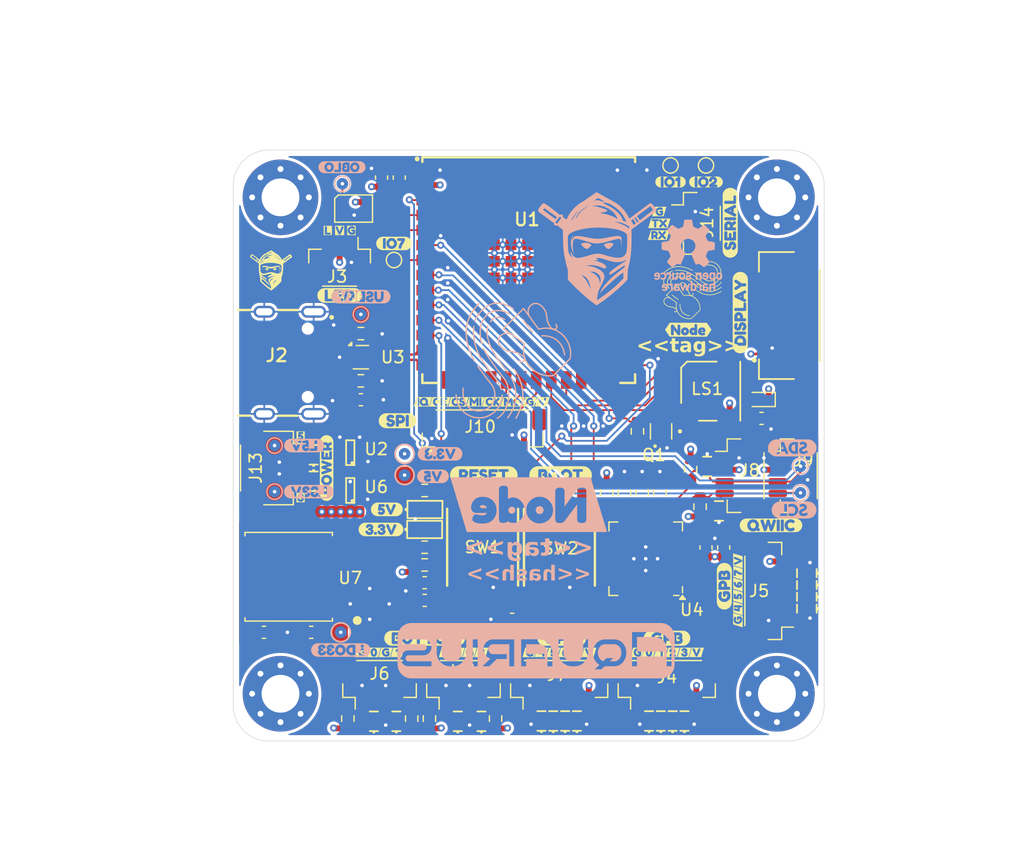
<source format=kicad_pcb>
(kicad_pcb (version 20241229) (generator "pcbnew") (generator_version "9.0")
  (layers (0 "F.Cu" signal) (4 "In1.Cu" power) (6 "In2.Cu" power) (2 "B.Cu" signal) (13 "F.Paste" user) (15 "B.Paste" user) (5 "F.SilkS" user "F.Silkscreen") (7 "B.SilkS" user "B.Silkscreen") (1 "F.Mask" user) (3 "B.Mask" user) (25 "Edge.Cuts" user))
  (net 0 "")
  (net 1 "GND")
  (net 2 "+3.3V")
  (net 3 "EN")
  (net 4 "BOOT")
  (net 5 "OBL")
  (net 6 "OBL_OUT")
  (net 7 "I2C_SDA")
  (net 8 "I2C_SCL")
  (net 11 "LCD_BL")
  (net 12 "T_SCL")
  (net 13 "LCD_CS")
  (net 15 "LCD_SDO")
  (net 17 "T_INT")
  (net 19 "LCD_SDI")
  (net 20 "D_P")
  (net 21 "LCD_SCK")
  (net 24 "RX")
  (net 25 "BUZZER")
  (net 26 "D_N")
  (net 27 "SD_CS")
  (net 28 "T_SDA")
  (net 29 "LCD_DC")
  (net 30 "LCD_RS")
  (net 31 "T_RESET")
  (net 32 "SPI_CLK")
  (net 33 "SPI_MISO")
  (net 34 "SPI_CS0")
  (net 35 "TX")
  (net 36 "SPI_CE0")
  (net 37 "+5V")
  (net 38 "SPI_MOSI")
  (net 39 "/PIO/BTN1")
  (net 40 "/PIO/BTN2")
  (net 41 "/PIO/BTN3")
  (net 42 "/Power/CC1")
  (net 43 "USB_D_N")
  (net 44 "USB_D_P")
  (net 46 "PIO_INTA")
  (net 47 "PIO_INTB")
  (net 49 "/Power/CC2")
  (net 52 "/PIO/A0")
  (net 53 "/PIO/A1")
  (net 54 "/PIO/A2")
  (net 55 "/PIO/PIO_RESET")
  (net 56 "USB_5V")
  (net 57 "LINE_5V")
  (net 59 "Net-(U1-IO1)")
  (net 60 "Net-(U1-IO2)")
  (net 61 "Net-(U1-IO7)")
  (net 62 "SPI_IRQ0")
  (net 63 "/PIO/GPB0")
  (net 64 "/PIO/GPB1")
  (net 65 "/PIO/GPB2")
  (net 66 "/PIO/GPB3")
  (net 67 "/PIO/GPB4")
  (net 68 "/PIO/GPB5")
  (net 69 "/PIO/GPB6")
  (net 70 "/PIO/GPB7")
  (net 71 "/PIO/GPA4")
  (net 72 "/PIO/GPA5")
  (net 73 "/PIO/GPA6")
  (net 74 "/PIO/GPA7")
  (net 75 "LEDS")
  (net 78 "LDO_V33")
  (net 80 "Net-(Q1-B)")
  (net 81 "/Peripherals/BUZZ_GND")
  (net 82 "/PIO/BTN0")
  (net 83 "/Power/V5LED")
  (net 84 "/Power/V3.3LED")
  (net 85 "LINE_V33")
  (footprint "kibuzzard-683C5017" (layer "F.Cu") (at 100 52.7)
    (property "Reference" "kibuzzard-683C5017" (hide yes))
    (property "Value" "G***" (hide yes))
  )
  (footprint "kibuzzard-6810346D" (layer "F.Cu") (at 73.6 57.9)
    (property "Reference" "kibuzzard-6810346D" (hide yes))
    (property "Value" "G***" (hide yes))
  )
  (footprint "kibuzzard-681420D5" (layer "F.Cu") (at 97.175 92.5)
    (property "Reference" "kibuzzard-681420D5" (hide yes))
    (property "Value" "G***" (hide yes))
  )
  (footprint "kibuzzard-68153CC4" (layer "F.Cu") (at 85.075 92.5)
    (property "Reference" "kibuzzard-68153CC4" (hide yes))
    (property "Value" "G***" (hide yes))
  )
  (footprint "kibuzzard-68153CDD" (layer "F.Cu") (at 70.9 92.5)
    (property "Reference" "kibuzzard-68153CDD" (hide yes))
    (property "Value" "G***" (hide yes))
  )
  (footprint "CRGM Switches:EVQ-Q2B02W" (layer "F.Cu") (at 81.1 83.6 90)
    (property "Reference" "SW1")
    (property "Value" "RESET")
  )
  (footprint "kibuzzard-68142043" (layer "F.Cu") (at 87.075 92.5)
    (property "Reference" "kibuzzard-68142043" (hide yes))
    (property "Value" "G***" (hide yes))
  )
  (footprint "CRGM Passive:DFN1006-2" (layer "F.Cu") (at 66.8 78.05 -90)
    (property "Reference" "D25" (hide yes))
    (property "Value" "PESD3V3S1BL")
  )
  (footprint "Package_TO_SOT_SMD:SOT-666" (layer "F.Cu") (at 70.8 67.525)
    (property "Reference" "U3")
    (property "Value" "USBLC6-2P6" (hide yes))
  )
  (footprint "Resistor_SMD:R_0603_1608Metric" (layer "F.Cu") (at 75.1 98.1 90)
    (property "Reference" "R13" (hide yes))
    (property "Value" "10K")
  )
  (footprint "Capacitor_SMD:C_0603_1608Metric" (layer "F.Cu") (at 83.6 89.7 180)
    (property "Reference" "C5" (hide yes))
    (property "Value" "0.1uF" (hide yes))
  )
  (footprint "Resistor_SMD:R_0603_1608Metric" (layer "F.Cu") (at 91.6 78.97564 -90)
    (property "Reference" "R9" (hide yes))
    (property "Value" "10K" (hide yes))
  )
  (footprint "CRGM Passive:DFN1006-2" (layer "F.Cu") (at 81 98.3 90)
    (property "Reference" "D15" (hide yes))
    (property "Value" "PESD3V3S1BL" (hide yes))
  )
  (footprint "kibuzzard-68153CCE" (layer "F.Cu") (at 80 92.5)
    (property "Reference" "kibuzzard-68153CCE" (hide yes))
    (property "Value" "G***" (hide yes))
  )
  (footprint "CRGM Connector:JST_SH_BM08B-SRSS-TB_1x08-1MP_P1.00mm_Vertical" (layer "F.Cu") (at 81.1 74)
    (property "Reference" "J10")
    (property "Value" "SPI")
  )
  (footprint "kibuzzard-680D0262" (layer "F.Cu") (at 69 62.3)
    (property "Reference" "kibuzzard-680D0262" (hide yes))
    (property "Value" "G***" (hide yes))
  )
  (footprint "kibuzzard-68154095" (layer "F.Cu") (at 102.7 84.75 90)
    (property "Reference" "kibuzzard-68154095" (hide yes))
    (property "Value" "G***" (hide yes))
  )
  (footprint "kibuzzard-683B594D" (layer "F.Cu") (at 67.9 76.9 90)
    (property "Reference" "kibuzzard-683B594D" (hide yes))
    (property "Value" "G***" (hide yes))
  )
  (footprint "CRGM Passive:DFN1006-2" (layer "F.Cu") (at 66.8 75.75 90)
    (property "Reference" "D20" (hide yes))
    (property "Value" "PESD5V5C1BL")
  )
  (footprint "Capacitor_SMD:C_0603_1608Metric" (layer "F.Cu") (at 70.8 71.125)
    (property "Reference" "C6" (hide yes))
    (property "Value" "0.1uF" (hide yes))
  )
  (footprint "Resistor_SMD:R_0603_1608Metric" (layer "F.Cu") (at 76.2 85.1)
    (property "Reference" "R3" (hide yes))
    (property "Value" "10K" (hide yes))
  )
  (footprint "Capacitor_SMD:C_0603_1608Metric" (layer "F.Cu") (at 101.5 83.625 90)
    (property "Reference" "C9" (hide yes))
    (property "Value" "0.1uF" (hide yes))
  )
  (footprint "CRGM Passive:DFN1006-2" (layer "F.Cu") (at 108.5 87.8 180)
    (property "Reference" "D9" (hide yes))
    (property "Value" "PESD3V3S1BL" (hide yes))
  )
  (footprint "kibuzzard-681420DA" (layer "F.Cu") (at 81 92.5)
    (property "Reference" "kibuzzard-681420DA" (hide yes))
    (property "Value" "G***" (hide yes))
  )
  (footprint "Resistor_SMD:R_0603_1608Metric" (layer "F.Cu") (at 76.2 83.6)
    (property "Reference" "R16" (hide yes))
    (property "Value" "1K")
  )
  (footprint "kibuzzard-68194F3F" (layer "F.Cu") (at 96.05 55.2)
    (property "Reference" "kibuzzard-68194F3F" (hide yes))
    (property "Value" "G***" (hide yes))
  )
  (footprint "kibuzzard-683921F2" (layer "F.Cu") (at 102.05 56.15 90)
    (property "Reference" "kibuzzard-683921F2" (hide yes))
    (property "Value" "G***" (hide yes))
  )
  (footprint "CRGM Mechanical:MountingHole_3.2mm_M3_Pad_Via" (layer "F.Cu") (at 64 96)
    (property "Reference" "H1" (hide yes))
    (property "Value" "MountingHole_Pad" (hide yes))
  )
  (footprint "kibuzzard-68153CC9" (layer "F.Cu") (at 79 92.5)
    (property "Reference" "kibuzzard-68153CC9" (hide yes))
    (property "Value" "G***" (hide yes))
  )
  (footprint "CRGM Mechanical:MountingHole_3.2mm_M3_Pad_Via" (layer "F.Cu") (at 64 54)
    (property "Reference" "H2" (hide yes))
    (property "Value" "MountingHole_Pad" (hide yes))
  )
  (footprint "Connector_JST:JST_SH_BM03B-SRSS-TB_1x03-1MP_P1.00mm_Vertical" (layer "F.Cu") (at 99.2 56.2 -90)
    (property "Reference" "J14")
    (property "Value" "SERIAL")
  )
  (footprint "CRGM Mechanical:MountingHole_3.2mm_M3_Pad_Via" (layer "F.Cu") (at 106 54)
    (property "Reference" "H3" (hide yes))
    (property "Value" "MountingHole_Pad" (hide yes))
  )
  (footprint "CRGM Connector:JST_SH_BM06B-SRSS-TB_1x06-1MP_P1.00mm_Vertical" (layer "F.Cu") (at 105.3 87.3 90)
    (property "Reference" "J5")
    (property "Value" "GPB[4..7]")
  )
  (footprint "kibuzzard-68142030" (layer "F.Cu") (at 89.075 92.5)
    (property "Reference" "kibuzzard-68142030" (hide yes))
    (property "Value" "G***" (hide yes))
  )
  (footprint "Capacitor_SMD:C_0603_1608Metric" (layer "F.Cu") (at 100 83.625 90)
    (property "Reference" "C14" (hide yes))
    (property "Value" "1uF" (hide yes))
  )
  (footprint "kibuzzard-68154095" (layer "F.Cu") (at 90.1 92.5)
    (property "Reference" "kibuzzard-68154095" (hide yes))
    (property "Value" "G***" (hide yes))
  )
  (footprint "kibuzzard-683921A8" (layer "F.Cu") (at 96 57.2)
    (property "Reference" "kibuzzard-683921A8" (hide yes))
    (property "Value" "G***" (hide yes))
  )
  (footprint "CRGM Connector:JST_SH_BM04B-SRSS-TB_1x04-1MP_P1.00mm_Vertical" (layer "F.Cu") (at 79.48 95.2)
    (property "Reference" "J11")
    (property "Value" "GPA[0..3]")
  )
  (footprint "CRGM Connector:JST_SH_BM06B-SRSS-TB_1x06-1MP_P1.00mm_Vertical" (layer "F.Cu") (at 87.58 95.2)
    (property "Reference" "J7")
    (property "Value" "GPA[4..7]")
  )
  (footprint "CRGM Passive:DFN1006-2" (layer "F.Cu") (at 79 98.3 90)
    (property "Reference" "D14" (hide yes))
    (property "Value" "PESD3V3S1BL" (hide yes))
  )
  (footprint "kibuzzard-683B5CE2" (layer "F.Cu") (at 73 80.4)
    (property "Reference" "kibuzzard-683B5CE2" (hide yes))
    (property "Value" "G***" (hide yes))
  )
  (footprint "CRGM Mechanical:TestPoint_Pad_D1.0mm" (layer "F.Cu") (at 100 51.3)
    (property "Reference" "TP6" (hide yes))
    (property "Value" "IO2")
  )
  (footprint "CRGM Passive:DFN1006-2" (layer "F.Cu") (at 86.08 98.275 90)
    (property "Reference" "D16" (hide yes))
    (property "Value" "PESD3V3S1BL" (hide yes))
  )
  (footprint "Resistor_SMD:R_0603_1608Metric" (layer "F.Cu") (at 98.7 77 -90)
    (property "Reference" "R1" (hide yes))
    (property "Value" "4.7K" (hide yes))
  )
  (footprint "CRGM Mechanical:TestPoint_Pad_D1.0mm" (layer "F.Cu") (at 73.6 59.3)
    (property "Reference" "TP7" (hide yes))
    (property "Value" "IO7")
  )
  (footprint "kibuzzard-68194F3F" (layer "F.Cu") (at 85.1 71.3)
    (property "Reference" "kibuzzard-68194F3F" (hide yes))
    (property "Value" "G***" (hide yes))
  )
  (footprint "CRGM Connector:JST_SH_BM04B-SRSS-TB_1x04-1MP_P1.00mm_Vertical" (layer "F.Cu") (at 72.38 95.2)
    (property "Reference" "J6")
    (property "Value" "BTN[0..3]")
  )
  (footprint "kibuzzard-683C4F07" (layer "F.Cu") (at 98.5 65.2)
    (property "Reference" "kibuzzard-683C4F07" (hide yes))
    (property "Value" "G***" (hide yes))
  )
  (footprint "kibuzzard-68142199" (layer "F.Cu") (at 68 56.8)
    (property "Reference" "kibuzzard-68142199" (hide yes))
    (property "Value" "G***" (hide yes))
  )
  (footprint "kibuzzard-681420DA" (layer "F.Cu") (at 98.175 92.5)
    (property "Reference" "kibuzzard-681420DA" (hide yes))
    (property "Value" "G***" (hide yes))
  )
  (footprint "kibuzzard-68194F50" (layer "F.Cu") (at 86.15 71.3)
    (property "Reference" "kibuzzard-68194F50" (hide yes))
    (property "Value" "G***" (hide yes))
  )
  (footprint "Resistor_SMD:R_0603_1608Metric" (layer "F.Cu") (at 94.6 78.97564 90)
    (property "Reference" "R7" (hide yes))
    (property "Value" "10K" (hide yes))
  )
  (footprint "Resistor_SMD:R_0603_1608Metric" (layer "F.Cu") (at 70.8 65.525)
    (property "Reference" "R11" (hide yes))
    (property "Value" "5.1K" (hide yes))
  )
  (footprint "CRGM Connector:JST_SH_SM04B-SRSS-TB_1x04-1MP_P1.00mm_Horizontal" (layer "F.Cu") (at 63.3 76.9 -90)
    (property "Reference" "J13")
    (property "Value" "Power In")
  )
  (footprint "kibuzzard-68142039" (layer "F.Cu") (at 88.075 92.5)
    (property "Reference" "kibuzzard-68142039" (hide yes))
    (property "Value" "G***" (hide yes))
  )
  (footprint "CRGM Passive:DFN1006-2" (layer "F.Cu") (at 100.1 76.8 -90)
    (property "Reference" "D22" (hide yes))
    (property "Value" "PESD3V3S1BL")
  )
  (footprint "LED_SMD:LED_WS2812B-2020_PLCC4_2.0x2.0mm" (layer "F.Cu") (at 70.185 54.95)
    (property "Reference" "D1" (hide yes))
    (property "Value" "WS2812B-2020" (hide yes))
  )
  (footprint "CRG Makes:ESP32-S3-WROOM-1-N8R2" (layer "F.Cu") (at 85 56.95)
    (property "Reference" "U1")
    (property "Value" "ESP32-S3-WROOM-1-N8R2")
  )
  (footprint "CRGM Passive:DFN1006-2" (layer "F.Cu") (at 97.18 98.275 90)
    (property "Reference" "D6" (hide yes))
    (property "Value" "PESD3V3S1BL" (hide yes))
  )
  (footprint "kibuzzard-6857318D" (layer "F.Cu") (at 105.5 81.75)
    (property "Reference" "kibuzzard-6857318D" (hide yes))
    (property "Value" "G***" (hide yes))
  )
  (footprint "CRG Makes:CMT050275SMTTR" (layer "F.Cu") (at 100.4 70.4 90)
    (property "Reference" "LS1")
    (property "Value" "FUET-5025" (hide yes))
  )
  (footprint "kibuzzard-680D06A5" (layer "F.Cu") (at 87.7 77.5)
    (property "Reference" "kibuzzard-680D06A5" (hide yes))
    (property "Value" "G***" (hide yes))
  )
  (footprint "Resistor_SMD:R_0603_1608Metric" (layer "F.Cu") (at 93.1 78.97564 90)
    (property "Reference" "R8" (hide yes))
    (property "Value" "10K" (hide yes))
  )
  (footprint "CRGM Connector:JST_SH_BM04B-SRSS-TB_1x04-1MP_P1.00mm_Vertical" (layer "F.Cu") (at 102.9 77.55 -90)
    (property "Reference" "J8")
    (property "Value" "QWIIC1")
  )
  (footprint "kibuzzard-681420F3" (layer "F.Cu") (at 87.8 91.3)
    (property "Reference" "kibuzzard-681420F3" (hide yes))
    (property "Value" "G***" (hide yes))
  )
  (footprint "kibuzzard-6812E3BB" (layer "F.Cu") (at 81.95 71.3)
    (property "Reference" "kibuzzard-6812E3BB" (hide yes))
    (property "Value" "G***" (hide yes))
  )
  (footprint "kibuzzard-6812E37E" (layer "F.Cu") (at 77.5 71.3)
    (property "Reference" "kibuzzard-6812E37E" (hide yes))
    (property "Value" "G***" (hide yes))
  )
  (footprint "kibuzzard-6812E3AD" (layer "F.Cu") (at 80.5 71.3)
    (property "Reference" "kibuzzard-6812E3AD" (hide yes))
    (property "Value" "G***" (hide yes))
  )
  (footprint "CRGM Passive:LED_0603_1608Metric" (layer "F.Cu") (at 76.225 80.41)
    (property "Reference" "D23" (hide yes))
    (property "Value" "Orange")
  )
  (footprint "kibuzzard-680D01D7" (layer "F.Cu") (at 73.9 72.9)
    (property "Reference" "kibuzzard-680D01D7" (hide yes))
    (property "Value" "G***" (hide yes))
  )
  (footprint "CRGM Passive:DFN1006-2" (layer "F.Cu") (at 73.8 98.3 90)
    (property "Reference" "D13" (hide yes))
    (property "Value" "PESD3V3S1BL" (hide yes))
  )
  (footprint "CRGM Connector:JST_SH_BM06B-SRSS-TB_1x06-1MP_P1.00mm_Vertical" (layer "F.Cu") (at 96.68 95.2)
    (property "Reference" "J4")
    (property "Value" "GPB[0..3]")
  )
  (footprint "kibuzzard-68142043" (layer "F.Cu") (at 102.7 87.775 90)
    (property "Reference" "kibuzzard-68142043" (hide yes))
    (property "Value" "G***" (hide yes))
  )
  (footprint "Capacitor_SMD:C_0603_1608Metric" (layer "F.Cu") (at 72.55 52.325 90)
    (property "Reference" "C2" (hide yes))
    (property "Value" "10uF" (hide yes))
  )
  (footprint "kibuzzard-68153CC4" (layer "F.Cu") (at 78 92.5)
    (property "Reference" "kibuzzard-68153CC4" (hide yes))
    (property "Value" "G***" (hide yes))
  )
  (footprint "Capacitor_SMD:C_0603_1608Metric" (layer "F.Cu") (at 62.6 90.8)
    (property "Reference" "C12" (hide yes))
    (property "Value" "10uF")
  )
  (footprint "CRGM Passive:DFN1006-2" (layer "F.Cu") (at 108.5 88.8 180)
    (property "Reference" "D8" (hide yes))
    (property "Value" "PESD3V3S1BL" (hide yes))
  )
  (footprint "kibuzzard-68142110" (layer "F.Cu") (at 96.7 91.3)
    (property "Reference" "kibuzzard-68142110" (hide yes))
    (property "Value" "G***" (hide yes))
  )
  (footprint "Package_TO_SOT_SMD:SOT-523" (layer "F.Cu") (at 96.2 73.8 90)
    (property "Reference" "Q1")
    (property "Value" "MMBT2222A")
  )
  (footprint "kibuzzard-68153CEB" (layer "F.Cu") (at 72.9 92.5)
    (property "Reference" "kibuzzard-68153CEB" (hide yes))
    (property "Value" "G***" (hide yes))
  )
  (footprint "kibuzzard-68153CE4" (layer "F.Cu") (at 71.9 92.5)
    (property "Reference" "kibuzzard-68153CE4" (hide yes))
    (property "Value" "G***" (hide yes))
  )
  (footprint "kibuzzard-6814204F" (layer "F.Cu") (at 102.7 88.775 90)
    (property "Reference" "kibuzzard-6814204F" (hide yes))
    (property "Value" "G***" (hide yes))
  )
  (footprint "CRGM Passive:DFN1006-2" (layer "F.Cu") (at 89.08 98.275 90)
    (property "Reference" "D19" (hide yes))
    (property "Value" "PESD3V3S1BL" (hide yes))
  )
  (footprint "CRGM Mechanical:TestPoint_Pad_D1.0mm" (layer "F.Cu") (at 97 51.3)
    (property "Reference" "TP5" (hide yes))
    (property "Value" "IO1")
  )
  (footprint "Capacitor_SMD:C_0603_1608Metric" (layer "F.Cu") (at 76.2 86.6 180)
    (property "Reference" "C3" (hide yes))
    (property "Value" "1uF" (hide yes))
  )
  (footprint "kibuzzard-683B5376" (layer "F.Cu") (at 65.7 79.4)
    (property "Reference" "kibuzzard-683B5376" (hide yes))
    (property "Value" "G***" (hide yes))
  )
  (footprint "kibuzzard-6814212B" (layer "F.Cu") (at 101.55 86.9 90)
    (property "Reference" "kibuzzard-6814212B" (hide yes))
    (property "Value" "G***" (hide yes))
  )
  (footprint "kibuzzard-68153CC4" (layer "F.Cu") (at 94.2 92.5)
    (property "Reference" "kibuzzard-68153CC4" (hide yes))
    (property "Value" "G***" (hide yes))
  )
  (footprint "CRGM Connector:JST_SH_BM03B-SRSS-TB_1x03-1MP_P1.00mm_Vertical" (layer "F.Cu") (at 69 59.5 180)
    (property "Reference" "J3")
    (property "Value" "INDICATOR")
  )
  (footprint "kibuzzard-6812E3A0" (layer "F.Cu") (at 79.05 71.3)
    (property "Reference" "kibuzzard-6812E3A0" (hide yes))
    (property "Value" "G***" (hide yes))
  )
  (footprint "kibuzzard-68142039" (layer "F.Cu") (at 102.7 86.775 90)
    (property "Reference" "kibuzzard-68142039" (hide yes))
    (property "Value" "G***" (hide yes))
  )
  (footprint "kibuzzard-683C500B" (layer "F.Cu") (at 97 52.7)
    (property "Reference" "kibuzzard-683C500B" (hide yes))
    (property "Value" "G***" (hide yes))
  )
  (footprint "Resistor_SMD:R_0603_1608Metric" (layer "F.Cu") (at 76.6 98.1 90)
    (property "Reference" "R5" (hide yes))
    (property "Value" "10K")
  )
  (footprint "kibuzzard-6814204F" (layer "F.Cu") (at 86.075 92.5)
    (property "Reference" "kibuzzard-6814204F" (hide yes))
    (property "Value" "G***" (hide yes))
  )
  (footprint "CRGM Passive:LED_0603_1608Metric" (layer "F.Cu") (at 76.2 82.1)
    (property "Reference" "D24" (hide yes))
    (property "Value" "Blue")
  )
  (footprint "Capacitor_SMD:C_0603_1608Metric" (layer "F.Cu") (at 74.05 52.325 90)
    (property "Reference" "C1" (hide yes))
    (property "Value" "0.1uF" (hide yes))
  )
  (footprint "CRGM Passive:DFN1006-2" (layer "F.Cu") (at 98.18 98.275 90)
    (property "Reference" "D7" (hide yes))
    (property "Value" "PESD3V3S1BL" (hide yes))
  )
  (footprint "Capacitor_SMD:C_0603_1608Metric" (layer "F.Cu") (at 66.6 90.8 180)
    (property "Reference" "C11" (hide yes))
    (property "Value" "10uF")
  )
  (footprint "CRGM Passive:DFN1006-2" (layer "F.Cu") (at 101.1 80.5 90)
    (property "Reference" "D21" (hide yes))
    (property "Value" "PESD3V3S1BL")
  )
  (footprint "CRGM Passive:DFN1006-2" (layer "F.Cu") (at 71.9 98.3 90)
    (property "Reference" "D12" (hide yes))
    (property "Value" "PESD3V3S1BL" (hide yes))
  )
  (footprint "kibuzzard-6812E420" (layer "F.Cu") (at 76.05 71.3)
    (property "Reference" "kibuzzard-6812E420" (hide yes))
    (property "Value" "G***" (hide yes))
  )
  (footprint "CRGM Power:TO-252-2" (layer "F.Cu") (at 64.6925 86.1 180)
    (property "Reference" "U7")
    (property "Value" "AZ1084-3.3")
  )
  (footprint "kibuzzard-680D069E" (layer "F.Cu") (at 81.2 77.5)
    (property "Reference" "kibuzzard-680D069E" (hide yes))
    (property "Value" "G***" (hide yes))
  )
  (footprint "Resistor_SMD:R_0603_1608Metric" (layer "F.Cu") (at 70.8 69.525)
    (property "Reference" "R10" (hide yes))
    (property "Value" "5.1K" (hide yes))
  )
  (footprint "CRGM Connector:XF2C_1415-1A" (layer "F.Cu") (at 107.05849 64 -90)
    (property "Reference" "J1")
    (property "Value" "LCD" (hide yes))
  )
  (footprint "CRGM Mechanical:MountingHole_3.2mm_M3_Pad_Via" (layer "F.Cu") (at 106 96)
    (property "Reference" "H4" (hide yes))
    (property "Value" "MountingHole_Pad" (hide yes))
  )
  (footprint "kibuzzard-683B5CED" (layer "F.Cu") (at 72.5 82.1)
    (property "Reference" "kibuzzard-683B5CED" (hide yes))
    (property "Value" "G***" (hide yes))
  )
  (footprint "kibuzzard-681421A9" (layer "F.Cu") (at 70 56.8)
    (property "Reference" "kibuzzard-681421A9" (hide yes))
    (property "Value" "G***" (hide yes))
  )
  (footprint "CRGM Passive:DFN1006-2" (layer "F.Cu") (at 87.08 98.275 90)
    (property "Reference" "D17" (hide yes))
    (property "Value" "PESD3V3S1BL" (hide yes))
  )
  (footprint "Capacitor_SMD:C_0603_1608Metric" (layer "F.Cu") (at 104.7 72.7)
    (property "Reference" "C10" (hide yes))
    (property "Value" "1uF")
  )
  (footprint "kibuzzard-6812E3C5" (layer "F.Cu") (at 83.65 71.3)
    (property "Reference" "kibuzzard-6812E3C5" (hide yes))
    (property "Value" "G***" (hide yes))
  )
  (footprint "kibuzzard-681420E9" (layer "F.Cu") (at 76.2 91.3)
    (property "Reference" "kibuzzard-681420E9" (hide yes))
    (property "Value" "G***" (hide yes))
  )
  (footprint "CRGM Connector:JST_SH_BM04B-SRSS-TB_1x04-1MP_P1.00mm_Vertical" (layer "F.Cu") (at 107.4 77.55 -90)
    (property "Reference" "J9")
    (property "Value" "QWIIC2")
  )
  (footprint "CRGM Passive:DFN1006-2" (layer "F.Cu") (at 108.5 85.8 180)
    (property "Reference" "D11" (hide yes))
    (property "Value" "PESD3V3S1BL" (hide yes))
  )
  (footprint "Package_DFN_QFN:QFN-28-1EP_6x6mm_P0.65mm_EP4.25x4.25mm" (layer "F.Cu") (at 94.9 84.57564 180)
    (property "Reference" "U4")
    (property "Value" "MCP23017T-E/ML" (hide yes))
  )
  (footprint "kibuzzard-683B5370" (layer "F.Cu") (at 65.7 74.2)
    (property "Reference" "kibuzzard-683B5370" (hide yes))
    (property "Value" "G***" (hide yes))
  )
  (footprint "kibuzzard-6815408B" (layer "F.Cu") (at 102.7 89.775 90)
    (property "Reference" "kibuzzard-6815408B" (hide yes))
    (property "Value" "G***" (hide yes))
  )
  (footprint "CRGM Switches:EVQ-Q2B02W" (layer "F.Cu") (at 87.6 83.6 90)
    (property "Reference" "SW2")
    (property "Value" "BOOT")
  )
  (footprint "Resistor_SMD:R_0603_1608Metric" (layer "F.Cu") (at 96.1 78.97564 90)
    (property "Reference" "R6" (hide yes))
    (property "Value" "10K" (hide yes))
  )
  (footprint "CRGM Passive:DFN1006-2" (layer "F.Cu") (at 88.08 98.275 90)
    (property "Reference" "D18" (hide yes))
    (property "Value" "PESD3V3S1BL" (hide yes))
  )
  (footprint "CRGM Logos:Aquarius Logo 5mm" (layer "F.Cu") (at 101.569017 61.922095 90)
    (property "Reference" "LOGO4" (hide yes))
    (property "Value" "~" (hide yes))
  )
  (footprint "kibuzzard-68142030" (layer "F.Cu") (at 102.7 85.775 90)
    (property "Reference" "kibuzzard-68142030" (hide yes))
    (property "Value" "G***" (hide yes))
  )
  (footprint "kibuzzard-681420CD" (layer "F.Cu") (at 95.175 92.5)
    (property "Reference" "kibuzzard-681420CD" (hide yes))
    (property "Value" "G***" (hide yes))
  )
  (footprint "Resistor_SMD:R_0603_1608Metric" (layer "F.Cu") (at 69.7 98.1 90)
    (property "Reference" "R14" (hide yes))
    (property "Value" "10K")
  )
  (footprint "CRGM Connector:GCT_USB4105-GF-A" (layer "F.Cu") (at 62.625 68 -90)
    (property "Reference" "J2")
    (property "Value" "USB_C_USB2.0_16P")
  )
  (footprint "kibuzzard-68153CEF" (layer "F.Cu") (at 73.9 92.5)
    (property "Reference" "kibuzzard-68153CEF" (hide yes))
    (property "Value" "G***" (hide yes))
  )
  (footprint "Resistor_SMD:R_0603_1608Metric" (layer "F.Cu") (at 76.2 78.8)
    (property "Reference" "R15" (hide yes))
    (property "Value" "4.7K")
  )
  (footprint "kibuzzard-68154095" (layer "F.Cu") (at 99.2 92.5)
    (property "Reference" "kibuzzard-68154095" (hide yes))
    (property "Value" "G***" (hide yes))
  )
  (footprint "kibuzzard-681421A1" (layer "F.Cu") (at 69 56.8)
    (property "Reference" "kibuzzard-681421A1" (hide yes))
    (property "Value" "G***" (hide yes))
  )
  (footprint "kibuzzard-683921A3" (layer "F.Cu") (at 96.05 56.2)
    (property "Reference" "kibuzzard-683921A3" (hide yes))
    (property "Value" "G***" (hide yes))
  )
  (footprint "Capacitor_SMD:C_0603_1608Metric" (layer "F.Cu") (at 76.2 88.1 180)
    (property "Reference" "C4" (hide yes))
    (property "Value" "0.1uF" (hide yes))
  )
  (footprint "Resistor_SMD:R_0603_1608Metric" (layer "F.Cu") (at 82.2 98.1 90)
    (property "Reference" "R4" (hide yes))
    (property "Value" "10K")
  )
  (footprint "kibuzzard-681420D1" (layer "F.Cu") (at 96.175 92.5)
    (property "Reference" "kibuzzard-681420D1" (hide yes))
    (property "Value" "G***" (hide yes))
  )
  (footprint "CRGM Power:SOTFL50P160X60-8N" (layer "F.Cu") (at 69.9 78.8 180)
    (property "Reference" "U6")
    (property "Value" "LM66200DRLR" (hide yes))
  )
  (footprint "CRGM Power:SOTFL50P160X60-8N" (layer "F.Cu") (at 69.9 75.6 180)
    (property "Reference" "U2")
    (property "Value" "LM66200DRLR" (hide yes))
  )
  (footprint "CRGM Passive:DFN1006-2" (layer "F.Cu") (at 95.18 98.275 90)
    (property "Reference" "D4" (hide yes))
    (property "Value" "PESD3V3S1BL" (hide yes))
  )
  (footprint "CRGM Passive:DFN1006-2" (layer "F.Cu") (at 96.18 98.275 90)
    (property "Reference" "D5" (hide yes))
    (property "Value" "PESD3V3S1BL" (hide yes))
  )
  (footprint "kibuzzard-68392226" (layer "F.Cu") (at 102.9 63.75 90)
    (property "Reference" "kibuzzard-68392226" (hide yes))
    (property "Value" "G***" (hide yes))
  )
  (footprint "Resistor_SMD:R_0603_1608Metric" (layer "F.Cu") (at 94.2 73.8 -90)
    (property "Reference" "R12" (hide yes))
    (property "Value" "1K")
  )
  (footprint "Resistor_SMD:R_0603_1608Metric" (layer "F.Cu") (at 99.5 80.175 90)
    (property "Reference" "R2" (hide yes))
    (property "Value" "4.7K" (hide yes))
  )
  (footprint "CRGM Passive:DFN1006-2" (layer "F.Cu") (at 108.5 86.8 180)
    (property "Reference" "D10" (hide yes))
    (property "Value" "PESD3V3S1BL" (hide yes))
  )
  (footprint "Diode_SMD:D_SOD-523" (layer "F.Cu") (at 104.6 71.1 180)
    (property "Reference" "D2" (hide yes))
    (property "Value" "D_Schottky")
  )
  (footprint "kibuzzard-67B9F9C2" (layer "B.Cu") (at 107.3 75.2 180)
    (property "Reference" "kibuzzard-67B9F9C2" (hide yes))
    (property "Value" "G***" (hide yes))
  )
  (footprint "TestPoint:TestPoint_Pad_D1.0mm" (layer "B.Cu") (at 69.1 90.8 180)
    (property "Reference" "TP9" (hide yes))
    (property "Value" "LDO_V33")
  )
  (footprint "kibuzzard-68366CAF" (layer "B.Cu") (at 69.2 51.45 180)
    (property "Reference" "kibuzzard-68366CAF" (hide yes))
    (property "Value" "G***" (hide yes))
  )
  (footprint "kibuzzard-67B9F9CD" (layer "B.Cu") (at 107.45 80.45 180)
    (property "Reference" "kibuzzard-67B9F9CD" (hide yes))
    (property "Value" "G***" (hide yes))
  )
  (footprint "CRGM Logos:FNWW Face 10mm" (layer "B.Cu") (at 90.745777 63.390219 180)
    (property "Reference" "LOGO1" (hide yes))
    (property "Value" "~" (hide yes))
  )
  (footprint "kibuzzard-68103881" (layer "B.Cu") (at 85 80 180)
    (property "Reference" "kibuzzard-68103881" (hide yes))
    (property "Value" "G***" (hide yes))
  )
  (footprint "kibuzzard-6810349E" (layer "B.Cu") (at 70.8 62.4 180)
    (property "Reference" "kibuzzard-6810349E" (hide yes))
    (property "Value" "G***" (hide yes))
  )
  (footprint "CRGM Mechanical:TestPoint_Pad_D1.0mm" (layer "B.Cu") (at 63.5 75 180)
    (property "Reference" "TP10" (hide yes))
    (property "Value" "LV5")
  )
  (footprint "CRGM Mechanical:TestPoint_Pad_D1.0mm" (layer "B.Cu") (at 108 79)
    (property "Reference" "TP2" (hide yes))
    (property "Value" "I2C_SCL")
  )
  (footprint "CRGM Logos:Aquarius Logo 10mm" (layer "B.Cu") (at 83.341737 72.978321 180)
    (property "Reference" "LOGO2" (hide yes))
    (property "Value" "~" (hide yes))
  )
  (footprint "CRGM Mechanical:TestPoint_Pad_D1.0mm" (layer "B.Cu") (at 108 76.75)
    (property "Reference" "TP1" (hide yes))
    (property "Value" "I2C_SDA")
  )
  (footprint "kibuzzard-681035B7" (layer "B.Cu") (at 77.5 75.7 180)
    (property "Reference" "kibuzzard-681035B7" (hide yes))
    (property "Value" "G***" (hide yes))
  )
  (footprint "TestPoint:TestPoint_Pad_D1.0mm" (layer "B.Cu") (at 74.5 77.5 180)
    (property "Reference" "TP12" (hide yes))
    (property "Value" "V5")
  )
  (footprint "TestPoint:TestPoint_Pad_D1.0mm" (layer "B.Cu") (at 74.5 75.7 180)
    (property "Reference" "TP8" (hide yes))
    (property "Value" "V33")
  )
  (footprint "kibuzzard-683B54FF" (layer "B.Cu") (at 66.4 78.9 180)
    (property "Reference" "kibuzzard-683B54FF" (hide yes))
    (property "Value" "G***" (hide yes))
  )
  (footprint "Symbol:OSHW-Logo_5.7x6mm_SilkScreen" (layer "B.Cu") (at 98.5 58.9 180)
    (property "Reference" "LOGO3" (hide yes))
    (property "Value" "~" (hide yes))
  )
  (footprint "kibuzzard-683B54B0" (layer "B.Cu") (at 69.1 92.3 180)
    (property "Reference" "kibuzzard-683B54B0" (hide yes))
    (property "Value" "G***" (hide yes))
  )
  (footprint "CRGM Mechanical:TestPoint_Pad_D1.0mm" (layer "B.Cu") (at 69.235 52.85)
    (property "Reference" "TP3" (hide yes))
    (property "Value" "OBLO")
  )
  (footprint "CRGM Mechanical:TestPoint_Pad_D1.0mm" (layer "B.Cu") (at 70.8 63.9 180)
    (property "Reference" "TP4" (hide yes))
    (property "Value" "USB_5V")
  )
  (footprint "kibuzzard-683B54F2" (layer "B.Cu") (at 66 75 180)
    (property "Reference" "kibuzzard-683B54F2" (hide yes))
    (property "Value" "G***" (hide yes))
  )
  (footprint "kibuzzard-683B5656" (layer "B.Cu") (at 76.9 77.6 180)
    (property "Reference" "kibuzzard-683B5656" (hide yes))
    (property "Value" "G***" (hide yes))
  )
  (footprint "CRGM Mechanical:TestPoint_Pad_D1.0mm" (layer "B.Cu") (at 63.5 78.9 180)
    (property "Reference" "TP11" (hide yes))
    (property "Value" "LV33")
  )
  (gr_poly (pts (xy 63.633747 58.755665) (xy 63.657312 58.769142) (xy 63.681299 58.783738) (xy 63.705467 58.799288) (xy 63.729579 58.815627) (xy 63.753394 58.832588) (xy 63.776675 58.850008) (xy 63.799183 58.867719) (xy 63.820677 58.885558) (xy 63.830301 58.894008) (xy 63.842021 58.904695) (xy 63.855289 58.917145) (xy 63.869559 58.930885) (xy 63.884284 58.945439) (xy 63.898916 58.960336) (xy 63.91291 58.9751) (xy 63.925719 58.989258) (xy 63.940522 59.006353) (xy 63.954933 59.023477) (xy 63.982437 59.057612) (xy 63.99546 59.074521) (xy 64.00795 59.091254) (xy 64.019873 59.107762) (xy 64.031192 59.123992) (xy 64.041873 59.139895) (xy 64.051881 59.155418) (xy 64.06118 59.17051) (xy 64.069737 59.185121) (xy 64.077514 59.199198) (xy 64.084478 59.212692) (xy 64.090594 59.22555) (xy 64.095825 59.237722) (xy 64.098031 59.243095) (xy 64.100238 59.248319) (xy 64.102433 59.253366) (xy 64.104601 59.258208) (xy 64.106728 59.26282) (xy 64.1088 59.267173) (xy 64.110803 59.271241) (xy 64.112722 59.274997) (xy 64.114544 59.278414) (xy 64.116254 59.281464) (xy 64.117838 59.284121) (xy 64.119283 59.286357) (xy 64.120573 59.288146) (xy 64.121695 59.289461) (xy 64.122188 59.289932) (xy 64.122634 59.290274) (xy 64.123031 59.290484) (xy 64.123377 59.290558) (xy 64.125052 59.290428) (xy 64.127012 59.29) (xy 64.131718 59.288315) (xy 64.137359 59.285632) (xy 64.143801 59.282081) (xy 64.150907 59.277788) (xy 64.158544 59.272885) (xy 64.174865 59.261758) (xy 64.200033 59.243461) (xy 64.277232 59.243461) (xy 64.339634 59.326399) (xy 64.385064 59.387105) (xy 64.411029 59.422442) (xy 64.463176 59.385759) (xy 64.33904 59.223758) (xy 64.411976 59.223758) (xy 64.457535 59.281328) (xy 64.829757 59.005095) (xy 64.789029 58.955947) (xy 64.411976 59.223758) (xy 64.33904 59.223758) (xy 64.327781 59.209065) (xy 64.277232 59.243461) (xy 64.200033 59.243461) (xy 64.234296 59.218552) (xy 64.235132 59.21788) (xy 64.235837 59.217144) (xy 64.236416 59.216348) (xy 64.236876 59.215497) (xy 64.237223 59.214595) (xy 64.237464 59.213647) (xy 64.237604 59.212658) (xy 64.23765 59.211633) (xy 64.237608 59.210575) (xy 64.237485 59.20949) (xy 64.237287 59.208382) (xy 64.23702 59.207257) (xy 64.23669 59.206117) (xy 64.236304 59.204969) (xy 64.235388 59.202665) (xy 64.234322 59.200381) (xy 64.233156 59.198155) (xy 64.231941 59.196023) (xy 64.230727 59.194023) (xy 64.22688 59.18808) (xy 64.226585 59.187557) (xy 64.226338 59.187014) (xy 64.226137 59.186456) (xy 64.225981 59.185882) (xy 64.225867 59.185295) (xy 64.225795 59.184697) (xy 64.225761 59.18409) (xy 64.225766 59.183474) (xy 64.225806 59.182852) (xy 64.22588 59.182226) (xy 64.225986 59.181597) (xy 64.226123 59.180968) (xy 64.226288 59.180339) (xy 64.226481 59.179713) (xy 64.226699 59.179091) (xy 64.22694 59.178475) (xy 64.227486 59.177269) (xy 64.228104 59.176109) (xy 64.228782 59.175008) (xy 64.229504 59.17398) (xy 64.230257 59.17304) (xy 64.231027 59.1722) (xy 64.2318 59.171477) (xy 64.232182 59.171162) (xy 64.232561 59.170882) (xy 64.241469 59.164847) (xy 64.249411 59.159589) (xy 64.258505 59.153706) (xy 64.267874 59.147851) (xy 64.276637 59.142673) (xy 64.280516 59.140543) (xy 64.283915 59.138826) (xy 64.286722 59.137604) (xy 64.288829 59.13696) (xy 64.289477 59.136849) (xy 64.290114 59.13677) (xy 64.290738 59.136723) (xy 64.291351 59.136707) (xy 64.291952 59.13672) (xy 64.29254 59.136762) (xy 64.293117 59.136832) (xy 64.293682 59.136928) (xy 64.294235 59.13705) (xy 64.294776 59.137196) (xy 64.295305 59.137367) (xy 64.295823 59.13756) (xy 64.296329 59.137775) (xy 64.296823 59.13801) (xy 64.297305 59.138266) (xy 64.297775 59.13854) (xy 64.298234 59.138832) (xy 64.298681 59.139141) (xy 64.299116 59.139466) (xy 64.29954 59.139806) (xy 64.300352 59.140526) (xy 64.301118 59.141295) (xy 64.301837 59.142103) (xy 64.302511 59.142944) (xy 64.303138 59.143809) (xy 64.303719 59.144691) (xy 64.304885 59.146551) (xy 64.306598 59.149176) (xy 64.307621 59.150652) (xy 64.308735 59.15217) (xy 64.309924 59.15368) (xy 64.311172 59.155134) (xy 64.312465 59.156481) (xy 64.313123 59.1571) (xy 64.313786 59.157673) (xy 64.314452 59.158195) (xy 64.31512 59.158659) (xy 64.315788 59.15906) (xy 64.316452 59.15939) (xy 64.317113 59.159645) (xy 64.317767 59.159817) (xy 64.318413 59.1599) (xy 64.319048 59.159889) (xy 64.319672 59.159777) (xy 64.320281 59.159557) (xy 64.320874 59.159225) (xy 64.32145 59.158773) (xy 64.444089 59.0598) (xy 64.542263 58.982269) (xy 64.586691 58.947956) (xy 64.62273 58.920979) (xy 64.689015 58.87294) (xy 64.71603 58.85401) (xy 64.739561 58.838438) (xy 64.750161 58.831902) (xy 64.76006 58.826196) (xy 64.769313 58.821316) (xy 64.777977 58.817259) (xy 64.786109 58.814021) (xy 64.793764 58.811599) (xy 64.801 58.809989) (xy 64.807873 58.80919) (xy 64.814438 58.809196) (xy 64.820753 58.810005) (xy 64.826873 58.811614) (xy 64.832856 58.814018) (xy 64.838757 58.817216) (xy 64.844634 58.821203) (xy 64.850541 58.825976) (xy 64.856537 58.831532) (xy 64.862676 58.837867) (xy 64.869016 58.844979) (xy 64.882523 58.861517) (xy 64.897509 58.88112) (xy 64.914425 58.903761) (xy 64.929221 58.923959) (xy 64.942015 58.942375) (xy 64.947661 58.950967) (xy 64.952804 58.959177) (xy 64.957445 58.967026) (xy 64.961582 58.974534) (xy 64.965215 58.981723) (xy 64.968344 58.988614) (xy 64.970967 58.995227) (xy 64.973084 59.001584) (xy 64.974695 59.007706) (xy 64.975798 59.013614) (xy 64.976393 59.019329) (xy 64.97648 59.024872) (xy 64.976057 59.030264) (xy 64.975125 59.035525) (xy 64.973682 59.040678) (xy 64.971728 59.045743) (xy 64.969262 59.050741) (xy 64.966284 59.055693) (xy 64.962792 59.06062) (xy 64.958787 59.065543) (xy 64.954267 59.070484) (xy 64.949233 59.075463) (xy 64.943683 59.080501) (xy 64.937616 59.085619) (xy 64.931032 59.090839) (xy 64.923931 59.096181) (xy 64.908173 59.107317) (xy 64.512285 59.397612) (xy 64.510572 59.398844) (xy 64.508912 59.399992) (xy 64.505766 59.402078) (xy 64.502874 59.403967) (xy 64.501533 59.404867) (xy 64.500266 59.405755) (xy 64.499077 59.406641) (xy 64.497969 59.407538) (xy 64.497447 59.407994) (xy 64.496947 59.408458) (xy 64.496468 59.40893) (xy 64.496012 59.409413) (xy 64.49558 59.409907) (xy 64.49517 59.410415) (xy 64.494785 59.410937) (xy 64.494424 59.411476) (xy 64.494088 59.412033) (xy 64.493777 59.412608) (xy 64.493492 59.413205) (xy 64.493232 59.413824) (xy 64.493037 59.414509) (xy 64.49297 59.41523) (xy 64.493022 59.415983) (xy 64.493184 59.416766) (xy 64.493446 59.417579) (xy 64.4938 59.418418) (xy 64.494237 59.419281) (xy 64.494747 59.420168) (xy 64.49595 59.422) (xy 64.497336 59.423899) (xy 64.500364 59.427832) (xy 64.50186 59.429833) (xy 64.503246 59.431836) (xy 64.503875 59.432833) (xy 64.504448 59.433825) (xy 64.504958 59.434809) (xy 64.505394 59.435784) (xy 64.505748 59.436747) (xy 64.50601 59.437696) (xy 64.506171 59.43863) (xy 64.506222 59.439546) (xy 64.506155 59.440442) (xy 64.505958 59.441317) (xy 64.505625 59.442168) (xy 64.505145 59.442993) (xy 64.503233 59.445452) (xy 64.500681 59.448218) (xy 64.49757 59.451234) (xy 64.493981 59.454443) (xy 64.489994 59.457786) (xy 64.485692 59.461205) (xy 64.481154 59.464644) (xy 64.476463 59.468043) (xy 64.4717 59.471346) (xy 64.466945 59.474493) (xy 64.462279 59.477429) (xy 64.457785 59.480094) (xy 64.453542 59.482431) (xy 64.449633 59.484382) (xy 64.446137 59.485889) (xy 64.443137 59.486895) (xy 64.442165 59.487089) (xy 64.441208 59.487148) (xy 64.440266 59.48708) (xy 64.439338 59.486893) (xy 64.438425 59.486595) (xy 64.437526 59.486194) (xy 64.43664 59.485699) (xy 64.435767 59.485118) (xy 64.434907 59.484459) (xy 64.43406 59.48373) (xy 64.433225 59.482939) (xy 64.432401 59.482095) (xy 64.430788 59.480278) (xy 64.429218 59.478346) (xy 64.426196 59.474393) (xy 64.424738 59.472503) (xy 64.423312 59.470759) (xy 64.421916 59.469226) (xy 64.421227 59.468558) (xy 64.420545 59.467968) (xy 64.419869 59.467463) (xy 64.419199 59.467052) (xy 64.418533 59.466742) (xy 64.417873 59.466542) (xy 64.417269 59.466431) (xy 64.416694 59.466364) (xy 64.416143 59.466339) (xy 64.415615 59.466355) (xy 64.415108 59.466411) (xy 64.414619 59.466505) (xy 64.414147 59.466635) (xy 64.413688 59.466801) (xy 64.413241 59.467001) (xy 64.412804 59.467234) (xy 64.412374 59.467498) (xy 64.411948 59.467792) (xy 64.411104 59.468464) (xy 64.410253 59.469239) (xy 64.406421 59.473148) (xy 64.405267 59.474273) (xy 64.403999 59.475434) (xy 64.402599 59.476621) (xy 64.401049 59.477823) (xy 64.349177 59.516122) (xy 64.325725 59.533312) (xy 64.313857 59.541803) (xy 64.307066 59.546087) (xy 64.296421 59.553101) (xy 64.290101 59.557509) (xy 64.283353 59.562453) (xy 64.276358 59.567882) (xy 64.269294 59.573748) (xy 64.262339 59.580002) (xy 64.255674 59.586595) (xy 64.249477 59.593477) (xy 64.246609 59.597012) (xy 64.243926 59.6006) (xy 64.241449 59.604237) (xy 64.239201 59.607915) (xy 64.237205 59.611628) (xy 64.235481 59.615371) (xy 64.234054 59.619137) (xy 64.232945 59.622921) (xy 64.232177 59.626715) (xy 64.231771 59.630514) (xy 64.230553 59.656767) (xy 64.2296 59.689482) (xy 64.228968 59.729397) (xy 64.228715 59.777249) (xy 64.228231 59.856936) (xy 64.226869 59.933143) (xy 64.224566 60.006126) (xy 64.221257 60.076139) (xy 64.216879 60.143435) (xy 64.211367 60.208269) (xy 64.204657 60.270896) (xy 64.196685 60.331569) (xy 64.186182 60.394892) (xy 64.17209 60.466768) (xy 64.155665 60.542435) (xy 64.138164 60.617128) (xy 64.120842 60.686085) (xy 64.104956 60.744542) (xy 64.09176 60.787736) (xy 64.086564 60.802121) (xy 64.082512 60.810904) (xy 64.082314 61.106957) (xy 64.029616 61.166745) (xy 63.94988 61.249852) (xy 63.84871 61.349922) (xy 63.731709 61.460599) (xy 63.604478 61.575527) (xy 63.472623 61.688352) (xy 63.406711 61.741989) (xy 63.341744 61.792717) (xy 63.278422 61.839741) (xy 63.217445 61.882267) (xy 63.096233 61.800728) (xy 62.975462 61.71457) (xy 62.855621 61.623897) (xy 62.737198 61.528814) (xy 62.620682 61.429423) (xy 62.50656 61.325828) (xy 62.45055 61.272487) (xy 62.395321 61.218135) (xy 62.340935 61.162783) (xy 62.287452 61.106445) (xy 62.277118 60.808103) (xy 62.253798 60.715387) (xy 62.240153 60.656857) (xy 62.226276 60.593424) (xy 62.212983 60.527499) (xy 62.206162 60.489625) (xy 62.331493 60.489625) (xy 62.333265 60.495009) (xy 62.334929 60.499859) (xy 62.335794 60.502275) (xy 62.33662 60.504476) (xy 62.337431 60.50652) (xy 62.33837 60.50878) (xy 62.340632 60.513952) (xy 62.343407 60.520013) (xy 62.346699 60.526979) (xy 62.3488 60.530986) (xy 62.35132 60.535022) (xy 62.35432 60.539134) (xy 62.357859 60.543372) (xy 62.361996 60.547783) (xy 62.366793 60.552415) (xy 62.372308 60.557317) (xy 62.378602 60.562536) (xy 62.385735 60.568122) (xy 62.393766 60.574121) (xy 62.412765 60.587555) (xy 62.436078 60.603222) (xy 62.464185 60.621509) (xy 62.51854 60.656771) (xy 62.568325 60.689681) (xy 62.613624 60.720313) (xy 62.654521 60.748741) (xy 62.6911 60.775038) (xy 62.723443 60.799277) (xy 62.751636 60.821533) (xy 62.764201 60.83194) (xy 62.775761 60.841878) (xy 62.786324 60.851357) (xy 62.795902 60.860386) (xy 62.804505 60.868974) (xy 62.812144 60.877131) (xy 62.818828 60.884865) (xy 62.824569 60.892185) (xy 62.829377 60.899102) (xy 62.833262 60.905623) (xy 62.836235 60.911759) (xy 62.838307 60.917519) (xy 62.839487 60.922911) (xy 62.839786 60.927944) (xy 62.839215 60.932629) (xy 62.837784 60.936974) (xy 62.835503 60.940988) (xy 62.832384 60.944681) (xy 62.828421 60.948078) (xy 62.824075 60.950596) (xy 62.81922 60.952178) (xy 62.813732 60.952766) (xy 62.807487 60.9523) (xy 62.800359 60.950724) (xy 62.792224 60.947978) (xy 62.782957 60.944006) (xy 62.772433 60.938747) (xy 62.760528 60.932145) (xy 62.747118 60.924142) (xy 62.732076 60.914678) (xy 62.696601 60.891137) (xy 62.653107 60.861058) (xy 62.603482 60.826755) (xy 62.553587 60.793025) (xy 62.509225 60.763748) (xy 62.490931 60.751991) (xy 62.476196 60.742802) (xy 62.463252 60.734821) (xy 62.450088 60.726538) (xy 62.437073 60.718196) (xy 62.42457 60.710036) (xy 62.412947 60.702298) (xy 62.402569 60.695223) (xy 62.393802 60.689053) (xy 62.387011 60.684029) (xy 62.359459 60.662808) (xy 62.374231 60.70669) (xy 62.3758 60.711198) (xy 62.377451 60.71565) (xy 62.37917 60.720021) (xy 62.380942 60.724284) (xy 62.382755 60.728414) (xy 62.384594 60.732385) (xy 62.386444 60.73617) (xy 62.388293 60.739743) (xy 62.390127 60.743078) (xy 62.39193 60.746149) (xy 62.39369 60.748931) (xy 62.395393 60.751396) (xy 62.397024 60.753519) (xy 62.39857 60.755274) (xy 62.399306 60.756005) (xy 62.400016 60.756634) (xy 62.400698 60.757159) (xy 62.40135 60.757574) (xy 62.414368 60.765616) (xy 62.431322 60.777134) (xy 62.474949 60.808922) (xy 62.528051 60.849586) (xy 62.586447 60.895774) (xy 62.645958 60.944135) (xy 62.702402 60.991317) (xy 62.751599 61.033967) (xy 62.789369 61.068735) (xy 62.811028 61.090045) (xy 62.83259 61.111893) (xy 62.874956 61.156599) (xy 62.915517 61.201642) (xy 62.953327 61.245809) (xy 62.987437 61.287888) (xy 63.002809 61.307766) (xy 63.016899 61.326668) (xy 63.029591 61.344442) (xy 63.040766 61.360937) (xy 63.050304 61.376) (xy 63.058088 61.389482) (xy 63.067216 61.406548) (xy 63.078678 61.428296) (xy 63.10199 61.47279) (xy 63.126545 61.519611) (xy 63.096369 61.490165) (xy 63.081959 61.475944) (xy 63.065506 61.459484) (xy 63.049855 61.443612) (xy 63.037853 61.431155) (xy 62.984314 61.376212) (xy 62.921235 61.314919) (xy 62.851281 61.24964) (xy 62.777114 61.182739) (xy 62.701399 61.11658) (xy 62.626799 61.053528) (xy 62.555978 60.995946) (xy 62.491599 60.9462) (xy 62.414564 60.88863) (xy 62.410323 61.073212) (xy 62.440814 61.102071) (xy 62.47033 61.130723) (xy 62.486148 61.14644) (xy 62.501717 61.162259) (xy 62.563954 61.223991) (xy 62.630992 61.286265) (xy 62.70182 61.348529) (xy 62.775425 61.41023) (xy 62.850799 61.470814) (xy 62.926929 61.529728) (xy 63.002805 61.586418) (xy 63.077416 61.640332) (xy 63.197131 61.724783) (xy 63.197705 61.707369) (xy 63.197985 61.690738) (xy 63.19796 61.674905) (xy 63.197617 61.659887) (xy 63.196946 61.645696) (xy 63.195936 61.632349) (xy 63.194575 61.61986) (xy 63.192851 61.608244) (xy 63.185871 61.566936) (xy 63.179542 61.531866) (xy 63.176211 61.515738) (xy 63.172552 61.500053) (xy 63.168399 61.484438) (xy 63.163588 61.46852) (xy 63.157956 61.451927) (xy 63.151339 61.434287) (xy 63.143572 61.415227) (xy 63.138828 61.404333) (xy 63.396624 61.404333) (xy 63.400728 61.39285) (xy 63.411946 61.363014) (xy 63.419708 61.343376) (xy 63.428633 61.321745) (xy 63.438513 61.298984) (xy 63.449145 61.27596) (xy 63.459733 61.25421) (xy 63.470281 61.23331) (xy 63.480794 61.213253) (xy 63.491277 61.194032) (xy 63.501734 61.17564) (xy 63.512169 61.15807) (xy 63.522588 61.141315) (xy 63.532995 61.125369) (xy 63.543394 61.110224) (xy 63.553791 61.095874) (xy 63.56419 61.082311) (xy 63.574595 61.06953) (xy 63.585011 61.057523) (xy 63.595442 61.046282) (xy 63.605895 61.035802) (xy 63.616372 61.026076) (xy 63.626558 61.016783) (xy 63.637302 61.00664) (xy 63.648014 60.996291) (xy 63.658102 60.98638) (xy 63.674046 60.970446) (xy 63.680411 60.96399) (xy 63.650445 60.975458) (xy 63.637236 60.980767) (xy 63.623491 60.986505) (xy 63.610084 60.992396) (xy 63.597892 60.998169) (xy 63.580937 61.007542) (xy 63.5646 61.018443) (xy 63.548894 61.030847) (xy 63.533833 61.044731) (xy 63.519433 61.06007) (xy 63.505707 61.07684) (xy 63.49267 61.095018) (xy 63.480336 61.114578) (xy 63.468719 61.135497) (xy 63.457835 61.15775) (xy 63.447696 61.181315) (xy 63.438317 61.206165) (xy 63.429714 61.232278) (xy 63.421899 61.259629) (xy 63.414888 61.288194) (xy 63.408694 61.317949) (xy 63.406477 61.33059) (xy 63.404312 61.344567) (xy 63.402275 61.358949) (xy 63.40044 61.372804) (xy 63.396624 61.404333) (xy 63.138828 61.404333) (xy 63.134492 61.394376) (xy 63.123934 61.37136) (xy 63.111735 61.345808) (xy 63.081755 61.285604) (xy 63.062684 61.247671) (xy 63.045794 61.213163) (xy 63.031023 61.181793) (xy 63.018307 61.153273) (xy 63.007582 61.127315) (xy 63.00568 61.122196) (xy 63.096324 61.122196) (xy 63.096921 61.136227) (xy 63.098147 61.150541) (xy 63.100005 61.165132) (xy 63.102501 61.179993) (xy 63.105639 61.195117) (xy 63.114889 61.235943) (xy 63.12043 61.183698) (xy 63.121927 61.171957) (xy 63.12391 61.160308) (xy 63.126372 61.14876) (xy 63.129303 61.137318) (xy 63.132693 61.12599) (xy 63.136534 61.114783) (xy 63.145531 61.092759) (xy 63.156221 61.071302) (xy 63.168532 61.050469) (xy 63.18239 61.030314) (xy 63.197723 61.010894) (xy 63.214457 60.992266) (xy 63.23252 60.974484) (xy 63.251838 60.957605) (xy 63.272339 60.941685) (xy 63.29395 60.926779) (xy 63.316598 60.912944) (xy 63.34021 60.900235) (xy 63.364713 60.888709) (xy 63.380259 60.881949) (xy 63.385702 60.879537) (xy 63.390313 60.877378) (xy 63.392475 60.876302) (xy 63.394631 60.875179) (xy 63.39685 60.873972) (xy 63.399198 60.872645) (xy 63.404554 60.869482) (xy 63.411238 60.865397) (xy 63.39388 60.864898) (xy 63.382587 60.864745) (xy 63.369641 60.864968) (xy 63.355108 60.865799) (xy 63.347266 60.866516) (xy 63.339053 60.867471) (xy 63.330476 60.868696) (xy 63.321544 60.870218) (xy 63.312265 60.872067) (xy 63.302646 60.874272) (xy 63.287843 60.878187) (xy 63.273556 60.882562) (xy 63.259789 60.88739) (xy 63.246547 60.892664) (xy 63.233833 60.898379) (xy 63.221652 60.904527) (xy 63.210008 60.911102) (xy 63.198905 60.918097) (xy 63.188347 60.925506) (xy 63.178339 60.933323) (xy 63.168885 60.94154) (xy 63.159989 60.950152) (xy 63.151654 60.959152) (xy 63.143886 60.968532) (xy 63.136688 60.978288) (xy 63.130065 60.988411) (xy 63.12402 60.998896) (xy 63.118559 61.009736) (xy 63.113684 61.020925) (xy 63.109401 61.032455) (xy 63.105713 61.044321) (xy 63.102625 61.056516) (xy 63.10014 61.069033) (xy 63.098264 61.081867) (xy 63.096999 61.095009) (xy 63.096351 61.108454) (xy 63.096324 61.122196) (xy 63.00568 61.122196) (xy 62.998784 61.10363) (xy 62.995089 61.09255) (xy 62.991851 61.081931) (xy 62.989063 61.071736) (xy 62.986717 61.061929) (xy 62.984806 61.052475) (xy 62.98332 61.043337) (xy 62.982253 61.034479) (xy 62.981597 61.025866) (xy 62.981342 61.017462) (xy 62.981482 61.00923) (xy 62.982009 61.001134) (xy 62.982914 60.993138) (xy 62.984189 60.985207) (xy 62.985827 60.977305) (xy 62.98782 60.969395) (xy 62.99016 60.961441) (xy 62.995847 60.945258) (xy 63.002825 60.928469) (xy 63.008056 60.917937) (xy 63.014418 60.907375) (xy 63.030346 60.886254) (xy 63.050222 60.865294) (xy 63.07366 60.844682) (xy 63.100274 60.824602) (xy 63.129676 60.805243) (xy 63.161481 60.786791) (xy 63.195302 60.769432) (xy 63.230752 60.753353) (xy 63.267445 60.738741) (xy 63.304995 60.725782) (xy 63.343014 60.714662) (xy 63.381117 60.705569) (xy 63.418917 60.698689) (xy 63.456027 60.694208) (xy 63.492061 60.692313) (xy 63.497956 60.69215) (xy 63.504072 60.691868) (xy 63.5101 60.69151) (xy 63.515728 60.691119) (xy 63.524544 60.690416) (xy 63.528035 60.690104) (xy 63.515935 60.687062) (xy 63.504821 60.684429) (xy 63.499167 60.683177) (xy 63.493895 60.682097) (xy 63.48836 60.681082) (xy 63.482241 60.680068) (xy 63.475565 60.679064) (xy 63.468354 60.678075) (xy 63.452426 60.676175) (xy 63.434649 60.674424) (xy 63.413311 60.672959) (xy 63.39145 60.672273) (xy 63.36915 60.672352) (xy 63.346493 60.673183) (xy 63.323564 60.674749) (xy 63.300444 60.677037) (xy 63.277218 60.680033) (xy 63.253969 60.683721) (xy 63.230779 60.688088) (xy 63.207733 60.693118) (xy 63.184913 60.698798) (xy 63.162402 60.705113) (xy 63.140284 60.712048) (xy 63.118643 60.719589) (xy 63.09756 60.727722) (xy 63.07712 60.736432) (xy 63.067671 60.740585) (xy 63.058542 60.74444) (xy 63.049731 60.747996) (xy 63.041237 60.751253) (xy 63.033059 60.754212) (xy 63.025195 60.756871) (xy 63.017645 60.759232) (xy 63.010406 60.761293) (xy 63.003478 60.763054) (xy 62.996859 60.764516) (xy 62.990549 60.765678) (xy 62.984545 60.766541) (xy 62.978846 60.767103) (xy 62.973452 60.767366) (xy 62.96836 60.767328) (xy 62.96357 60.766989) (xy 62.959081 60.76635) (xy 62.95489 60.765411) (xy 62.950997 60.764171) (xy 62.947401 60.762629) (xy 62.944099 60.760787) (xy 62.941092 60.758644) (xy 62.938377 60.756199) (xy 62.935953 60.753453) (xy 62.933819 60.750405) (xy 62.931974 60.747055) (xy 62.930416 60.743404) (xy 62.929145 60.73945) (xy 62.928158 60.735195) (xy 62.927455 60.730637) (xy 62.927034 60.725777) (xy 62.926894 60.720614) (xy 62.927392 60.714673) (xy 62.928865 60.708559) (xy 62.931279 60.702291) (xy 62.934602 60.695888) (xy 62.943837 60.682753) (xy 62.956306 60.669307) (xy 62.971742 60.655701) (xy 62.989879 60.642087) (xy 63.010452 60.628617) (xy 63.033193 60.615444) (xy 63.057837 60.60272) (xy 63.084119 60.590595) (xy 63.111771 60.579223) (xy 63.140529 60.568756) (xy 63.170125 60.559345) (xy 63.200295 60.551142) (xy 63.230771 60.5443) (xy 63.261288 60.538971) (xy 63.307971 60.532048) (xy 63.296177 60.530214) (xy 63.279709 60.527728) (xy 63.270907 60.526578) (xy 63.265426 60.525972) (xy 63.259166 60.525387) (xy 63.25208 60.524851) (xy 63.244123 60.524395) (xy 63.235249 60.524049) (xy 63.225413 60.523843) (xy 63.220096 60.523831) (xy 63.214882 60.523919) (xy 63.209811 60.5241) (xy 63.204921 60.524363) (xy 63.200254 60.5247) (xy 63.195848 60.5251) (xy 63.191743 60.525554) (xy 63.18798 60.526052) (xy 63.186564 60.526272) (xy 63.185114 60.526527) (xy 63.183648 60.52681) (xy 63.182184 60.527115) (xy 63.179327 60.527762) (xy 63.176682 60.528414) (xy 63.174384 60.529016) (xy 63.172573 60.529513) (xy 63.17096 60.529977) (xy 63.171834 60.527448) (xy 63.172858 60.5247) (xy 63.174211 60.521329) (xy 63.175849 60.51761) (xy 63.17676 60.515706) (xy 63.177724 60.513819) (xy 63.178737 60.511982) (xy 63.179791 60.51023) (xy 63.180882 60.508597) (xy 63.182004 60.507119) (xy 63.184548 60.504092) (xy 63.187334 60.500926) (xy 63.19033 60.497642) (xy 63.193505 60.49426) (xy 63.196824 60.4908) (xy 63.200256 60.487283) (xy 63.207328 60.480158) (xy 63.233519 60.453967) (xy 63.178434 60.454617) (xy 63.154247 60.455419) (xy 63.130544 60.457474) (xy 63.105841 60.461127) (xy 63.078651 60.466719) (xy 63.047491 60.474595) (xy 63.010875 60.485095) (xy 62.967319 60.498564) (xy 62.915336 60.515343) (xy 62.864772 60.531088) (xy 62.816057 60.544643) (xy 62.769227 60.556008) (xy 62.724315 60.565183) (xy 62.681353 60.57217) (xy 62.640375 60.576969) (xy 62.601414 60.579581) (xy 62.564504 60.580006) (xy 62.529677 60.578244) (xy 62.513056 60.576544) (xy 62.496968 60.574297) (xy 62.481417 60.571504) (xy 62.466409 60.568165) (xy 62.451946 60.56428) (xy 62.438033 60.559849) (xy 62.424675 60.554872) (xy 62.411875 60.549349) (xy 62.399637 60.54328) (xy 62.387967 60.536666) (xy 62.376867 60.529505) (xy 62.366342 60.5218) (xy 62.356396 60.513549) (xy 62.347034 60.504752) (xy 62.344401 60.502137) (xy 62.341718 60.499501) (xy 62.336697 60.494622) (xy 62.331493 60.489625) (xy 62.206162 60.489625) (xy 62.201094 60.461491) (xy 62.191426 60.397811) (xy 62.184797 60.338867) (xy 62.176227 60.229651) (xy 62.169473 60.113767) (xy 62.167009 60.052741) (xy 62.165277 59.989351) (xy 62.164891 59.961216) (xy 62.296436 59.961216) (xy 62.297708 60.038326) (xy 62.300438 60.112496) (xy 62.304581 60.177399) (xy 62.310094 60.226705) (xy 62.318739 60.268598) (xy 62.32437 60.287852) (xy 62.330895 60.305982) (xy 62.33833 60.322994) (xy 62.346693 60.338889) (xy 62.355999 60.353673) (xy 62.366265 60.367348) (xy 62.377507 60.379919) (xy 62.389742 60.39139) (xy 62.402986 60.401764) (xy 62.417257 60.411045) (xy 62.432569 60.419237) (xy 62.44894 60.426343) (xy 62.466386 60.432368) (xy 62.484924 60.437316) (xy 62.504569 60.441189) (xy 62.525339 60.443993) (xy 62.570319 60.446404) (xy 62.619993 60.444581) (xy 62.674495 60.438553) (xy 62.733955 60.428352) (xy 62.798505 60.414006) (xy 62.868277 60.395547) (xy 62.943402 60.373006) (xy 62.980009 60.361747) (xy 63.014037 60.351986) (xy 63.045865 60.34372) (xy 63.075871 60.33695) (xy 63.104433 60.331674) (xy 63.131929 60.327892) (xy 63.158738 60.325603) (xy 63.185239 60.324807) (xy 63.211808 60.325501) (xy 63.238825 60.327687) (xy 63.266669 60.331362) (xy 63.295716 60.336526) (xy 63.326346 60.343179) (xy 63.358936 60.351319) (xy 63.393866 60.360946) (xy 63.431513 60.372059) (xy 63.490569 60.389738) (xy 63.543826 60.405148) (xy 63.591702 60.418307) (xy 63.63462 60.429233) (xy 63.672997 60.437945) (xy 63.690615 60.441476) (xy 63.707256 60.44446) (xy 63.722972 60.446899) (xy 63.737816 60.448796) (xy 63.75184 60.450152) (xy 63.765096 60.450971) (xy 63.777638 60.451254) (xy 63.789518 60.451004) (xy 63.800788 60.450222) (xy 63.811502 60.448912) (xy 63.82171 60.447075) (xy 63.831466 60.444713) (xy 63.840823 60.441829) (xy 63.849833 60.438425) (xy 63.858548 60.434504) (xy 63.867021 60.430067) (xy 63.875305 60.425117) (xy 63.883452 60.419656) (xy 63.891514 60.413686) (xy 63.899544 60.40721) (xy 63.907595 60.40023) (xy 63.915719 60.392748) (xy 63.92056 60.387563) (xy 63.926493 60.380238) (xy 63.933331 60.371103) (xy 63.940889 60.360488) (xy 63.95743 60.336134) (xy 63.974635 60.309815) (xy 64.020505 60.237651) (xy 64.018485 60.246266) (xy 64.014151 60.261899) (xy 64.007981 60.282676) (xy 64.000454 60.306721) (xy 63.992051 60.332162) (xy 63.983249 60.357124) (xy 63.974528 60.379732) (xy 63.970347 60.389568) (xy 63.966366 60.398113) (xy 63.957374 60.416406) (xy 63.951732 60.428162) (xy 63.94683 60.438858) (xy 63.940056 60.453967) (xy 63.964168 60.428824) (xy 63.9751 60.417019) (xy 63.985321 60.405601) (xy 63.994862 60.394477) (xy 64.003754 60.383552) (xy 64.012025 60.372735) (xy 64.019706 60.361932) (xy 64.026827 60.351049) (xy 64.033417 60.339993) (xy 64.039507 60.328671) (xy 64.045127 60.31699) (xy 64.050306 60.304857) (xy 64.055075 60.292178) (xy 64.059462 60.278859) (xy 64.0635 60.264808) (xy 64.065933 60.252152) (xy 64.068335 60.232996) (xy 64.072908 60.178855) (xy 64.076943 60.10973) (xy 64.080163 60.032963) (xy 64.082291 59.955898) (xy 64.08305 59.885877) (xy 64.082164 59.830244) (xy 64.081018 59.810117) (xy 64.079357 59.796341) (xy 64.076919 59.786957) (xy 64.073147 59.777602) (xy 64.061694 59.759014) (xy 64.045189 59.74065) (xy 64.023826 59.722586) (xy 63.997797 59.704896) (xy 63.967293 59.687653) (xy 63.932508 59.670932) (xy 63.893632 59.654808) (xy 63.85086 59.639354) (xy 63.804382 59.624645) (xy 63.754391 59.610756) (xy 63.70108 59.59776) (xy 63.64464 59.585733) (xy 63.585264 59.574747) (xy 63.523145 59.564878) (xy 63.458474 59.5562) (xy 63.3666 59.54695) (xy 63.273042 59.541278) (xy 63.17873 59.539027) (xy 63.084592 59.54004) (xy 62.991559 59.544162) (xy 62.900558 59.551236) (xy 62.81252 59.561106) (xy 62.728373 59.573615) (xy 62.649047 59.588607) (xy 62.575471 59.605926) (xy 62.508574 59.625416) (xy 62.449285 59.64692) (xy 62.422784 59.658379) (xy 62.398534 59.670282) (xy 62.376651 59.682611) (xy 62.35725 59.695346) (xy 62.340449 59.708467) (xy 62.326363 59.721955) (xy 62.315108 59.735791) (xy 62.3068 59.749954) (xy 62.304095 59.759552) (xy 62.301803 59.775535) (xy 62.29844 59.823492) (xy 62.296665 59.887495) (xy 62.296436 59.961216) (xy 62.164891 59.961216) (xy 62.164371 59.923362) (xy 62.164384 59.854542) (xy 62.166337 59.596572) (xy 62.039682 59.504646) (xy 62.239645 59.504646) (xy 62.240315 59.568448) (xy 62.28049 59.538055) (xy 62.295782 59.526934) (xy 62.312191 59.515859) (xy 62.329672 59.504851) (xy 62.348181 59.493931) (xy 62.367672 59.48312) (xy 62.388102 59.472436) (xy 62.431596 59.451538) (xy 62.478305 59.431399) (xy 62.52787 59.412184) (xy 62.579932 59.394056) (xy 62.634134 59.377179) (xy 62.637921 59.376043) (xy 62.642027 59.374766) (xy 62.650181 59.37215) (xy 62.659142 59.369192) (xy 62.629368 59.370962) (xy 62.598561 59.373385) (xy 62.581046 59.375043) (xy 62.562837 59.377022) (xy 62.548719 59.378825) (xy 62.534877 59.38091) (xy 62.521238 59.383303) (xy 62.507727 59.386032) (xy 62.494269 59.389123) (xy 62.48079 59.392603) (xy 62.467216 59.396499) (xy 62.453471 59.400839) (xy 62.439482 59.405648) (xy 62.425174 59.410954) (xy 62.410472 59.416784) (xy 62.395303 59.423164) (xy 62.363262 59.437683) (xy 62.328456 59.454728) (xy 62.239645 59.504646) (xy 62.039682 59.504646) (xy 61.911615 59.411694) (xy 62.035932 59.411694) (xy 62.101095 59.458357) (xy 62.155426 59.367219) (xy 62.31887 59.367219) (xy 62.421427 59.328011) (xy 62.426227 59.316335) (xy 62.431037 59.304231) (xy 62.436396 59.290164) (xy 62.444494 59.270636) (xy 62.587611 59.270636) (xy 62.587658 59.272093) (xy 62.587886 59.273329) (xy 62.588295 59.274344) (xy 62.588567 59.274769) (xy 62.588884 59.275137) (xy 62.589247 59.27545) (xy 62.589654 59.275708) (xy 62.590107 59.275909) (xy 62.590605 59.276055) (xy 62.591735 59.276178) (xy 62.593046 59.276076) (xy 62.594538 59.27575) (xy 62.59621 59.275197) (xy 62.598061 59.274419) (xy 62.600093 59.273413) (xy 62.602305 59.27218) (xy 62.604697 59.270718) (xy 62.607269 59.269028) (xy 62.61002 59.267108) (xy 62.612952 59.264958) (xy 62.630224 59.253193) (xy 62.651061 59.240999) (xy 62.675011 59.228533) (xy 62.701619 59.215947) (xy 62.730435 59.203395) (xy 62.761005 59.191032) (xy 62.792876 59.179011) (xy 62.825597 59.167488) (xy 62.858714 59.156614) (xy 62.891774 59.146546) (xy 62.924326 59.137436) (xy 62.955916 59.129438) (xy 62.986093 59.122708) (xy 63.014402 59.117398) (xy 63.040392 59.113662) (xy 63.06361 59.111656) (xy 63.075673 59.11092) (xy 63.085742 59.110034) (xy 63.093807 59.10899) (xy 63.099858 59.107782) (xy 63.103887 59.106406) (xy 63.10514 59.105652) (xy 63.105884 59.104854) (xy 63.106118 59.104011) (xy 63.10584 59.103121) (xy 63.10505 59.102185) (xy 63.103745 59.1012) (xy 63.099591 59.099086) (xy 63.093368 59.096773) (xy 63.085066 59.094254) (xy 63.074676 59.091523) (xy 63.06219 59.088575) (xy 63.047597 59.085403) (xy 63.012056 59.078364) (xy 63.002304 59.076467) (xy 62.99297 59.07454) (xy 62.984054 59.072584) (xy 62.975559 59.070601) (xy 62.967486 59.068591) (xy 62.959835 59.066554) (xy 62.952607 59.064492) (xy 62.945805 59.062406) (xy 62.939428 59.060296) (xy 62.933479 59.058164) (xy 62.927959 59.05601) (xy 62.922868 59.053834) (xy 62.918208 59.051639) (xy 62.913981 59.049424) (xy 62.910186 59.04719) (xy 62.906826 59.04494) (xy 62.903902 59.042672) (xy 62.901415 59.040388) (xy 62.899365 59.03809) (xy 62.897755 59.035777) (xy 62.896585 59.033451) (xy 62.896166 59.032283) (xy 62.895857 59.031112) (xy 62.895659 59.029938) (xy 62.895572 59.028762) (xy 62.895596 59.027582) (xy 62.895731 59.0264) (xy 62.895977 59.025216) (xy 62.896335 59.024029) (xy 62.897385 59.021649) (xy 62.898883 59.019261) (xy 62.900829 59.016865) (xy 62.903226 59.014463) (xy 62.906074 59.012055) (xy 62.909374 59.009642) (xy 62.913128 59.007225) (xy 62.927204 58.999449) (xy 62.944295 58.991307) (xy 62.964038 58.982895) (xy 62.98607 58.974309) (xy 63.035545 58.956995) (xy 63.089814 58.940127) (xy 63.14597 58.924467) (xy 63.201105 58.910778) (xy 63.252315 58.899822) (xy 63.29669 58.892362) (xy 63.320155 58.889228) (xy 63.347436 58.885814) (xy 63.330416 58.882974) (xy 63.455062 58.882974) (xy 63.471823 58.893883) (xy 63.478988 58.898398) (xy 63.486255 58.902851) (xy 63.493082 58.906853) (xy 63.498924 58.910013) (xy 63.510966 58.916738) (xy 63.525747 58.926058) (xy 63.542851 58.937668) (xy 63.561859 58.951263) (xy 63.582354 58.966536) (xy 63.603917 58.983183) (xy 63.626131 59.000897) (xy 63.648579 59.019374) (xy 63.657634 59.027316) (xy 63.667366 59.036528) (xy 63.67766 59.04687) (xy 63.688403 59.058201) (xy 63.710779 59.083266) (xy 63.733582 59.110596) (xy 63.755901 59.139062) (xy 63.776824 59.167539) (xy 63.786477 59.181428) (xy 63.795439 59.194897) (xy 63.803596 59.207805) (xy 63.810835 59.220011) (xy 63.814509 59.226403) (xy 63.81782 59.232065) (xy 63.820786 59.237012) (xy 63.823424 59.241261) (xy 63.825752 59.24483) (xy 63.826806 59.246365) (xy 63.827788 59.247735) (xy 63.828701 59.248944) (xy 63.829548 59.249993) (xy 63.830331 59.250885) (xy 63.831051 59.251621) (xy 63.831711 59.252204) (xy 63.832313 59.252635) (xy 63.832859 59.252918) (xy 63.833352 59.253053) (xy 63.833579 59.253067) (xy 63.833793 59.253044) (xy 63.833995 59.252985) (xy 63.834186 59.252891) (xy 63.834364 59.252762) (xy 63.834531 59.252598) (xy 63.834831 59.252166) (xy 63.835089 59.251598) (xy 63.835306 59.250895) (xy 63.835485 59.25006) (xy 63.835628 59.249095) (xy 63.835737 59.248002) (xy 63.835814 59.246782) (xy 63.835883 59.243974) (xy 63.835646 59.239798) (xy 63.834909 59.23519) (xy 63.832001 59.224768) (xy 63.827283 59.21288) (xy 63.820884 59.199699) (xy 63.81293 59.185396) (xy 63.803548 59.170146) (xy 63.792865 59.15412) (xy 63.781007 59.137492) (xy 63.768103 59.120434) (xy 63.754278 59.103119) (xy 63.73966 59.085719) (xy 63.724375 59.068407) (xy 63.708551 59.051357) (xy 63.692314 59.03474) (xy 63.69215 59.03458) (xy 63.761075 59.03458) (xy 63.780247 59.05556) (xy 63.787893 59.064048) (xy 63.794601 59.071587) (xy 63.806275 59.084977) (xy 63.817403 59.098047) (xy 63.824664 59.107026) (xy 63.832855 59.117799) (xy 63.841668 59.129866) (xy 63.850793 59.142726) (xy 63.868745 59.168818) (xy 63.884242 59.192064) (xy 63.892626 59.205541) (xy 63.903564 59.224078) (xy 63.928573 59.267875) (xy 63.959444 59.323199) (xy 63.974413 59.312726) (xy 63.963693 59.292825) (xy 63.936549 59.244679) (xy 63.919168 59.215431) (xy 63.900503 59.185624) (xy 63.881493 59.157423) (xy 63.872153 59.144602) (xy 63.86308 59.132996) (xy 63.854537 59.122699) (xy 63.844407 59.110948) (xy 63.832882 59.098183) (xy 63.820154 59.084846) (xy 63.813399 59.0781) (xy 63.806417 59.071376) (xy 63.79923 59.064729) (xy 63.791863 59.058214) (xy 63.78434 59.051887) (xy 63.776685 59.045802) (xy 63.768922 59.040015) (xy 63.761075 59.03458) (xy 63.69215 59.03458) (xy 63.675792 59.018729) (xy 63.65911 59.003498) (xy 63.65274 58.998111) (xy 63.645279 58.992228) (xy 63.627621 58.979286) (xy 63.607212 58.965313) (xy 63.585126 58.950947) (xy 63.56244 58.93683) (xy 63.540228 58.9236) (xy 63.519565 58.911897) (xy 63.501527 58.902361) (xy 63.49825 58.900755) (xy 63.494729 58.89911) (xy 63.487212 58.895779) (xy 63.479476 58.892526) (xy 63.472023 58.889509) (xy 63.45997 58.884819) (xy 63.455062 58.882974) (xy 63.330416 58.882974) (xy 63.328378 58.882634) (xy 63.304931 58.879892) (xy 63.278012 58.877689) (xy 63.248535 58.876128) (xy 63.217415 58.875308) (xy 63.185568 58.875333) (xy 63.153907 58.876303) (xy 63.123349 58.878319) (xy 63.1118 58.879842) (xy 63.095724 58.882711) (xy 63.076417 58.886684) (xy 63.055176 58.891519) (xy 63.033298 58.896972) (xy 63.012081 58.902804) (xy 62.992819 58.90877) (xy 62.984328 58.911728) (xy 62.976812 58.914628) (xy 62.945246 58.928025) (xy 62.915184 58.941732) (xy 62.886547 58.95585) (xy 62.859257 58.970479) (xy 62.833238 58.985722) (xy 62.80841 59.001677) (xy 62.784697 59.018448) (xy 62.762022 59.036134) (xy 62.740305 59.054836) (xy 62.719471 59.074656) (xy 62.69944 59.095694) (xy 62.680136 59.118051) (xy 62.661481 59.141829) (xy 62.643397 59.167128) (xy 62.625807 59.194049) (xy 62.608633 59.222693) (xy 62.603471 59.231874) (xy 62.599037 59.240206) (xy 62.595328 59.247684) (xy 62.593746 59.251101) (xy 62.592345 59.254303) (xy 62.591125 59.257289) (xy 62.590087 59.260058) (xy 62.58923 59.26261) (xy 62.588553 59.264945) (xy 62.588058 59.267061) (xy 62.587744 59.268958) (xy 62.587611 59.270636) (xy 62.444494 59.270636) (xy 62.448334 59.261377) (xy 62.462793 59.232643) (xy 62.479731 59.204002) (xy 62.499103 59.175496) (xy 62.520865 59.147165) (xy 62.544971 59.11905) (xy 62.571379 59.091192) (xy 62.600043 59.063632) (xy 62.63092 59.036409) (xy 62.663965 59.009566) (xy 62.699133 58.983143) (xy 62.736381 58.957181) (xy 62.775663 58.93172) (xy 62.816937 58.906802) (xy 62.860156 58.882466) (xy 62.905278 58.858755) (xy 62.926554 58.847864) (xy 62.946566 58.83744) (xy 62.964862 58.827731) (xy 62.980995 58.818984) (xy 62.994514 58.811446) (xy 63.004971 58.805365) (xy 63.00891 58.802948) (xy 63.011914 58.800988) (xy 63.013928 58.799515) (xy 63.014896 58.798562) (xy 63.015861 58.796431) (xy 63.016005 58.794533) (xy 63.015368 58.792862) (xy 63.01399 58.791413) (xy 63.011909 58.790182) (xy 63.009166 58.789164) (xy 63.001849 58.787745) (xy 62.992356 58.787116) (xy 62.981003 58.787239) (xy 62.968106 58.788074) (xy 62.95398 58.789581) (xy 62.938943 58.79172) (xy 62.923311 58.794452) (xy 62.907399 58.797738) (xy 62.891523 58.801538) (xy 62.876001 58.805812) (xy 62.861147 58.810521) (xy 62.847278 58.815625) (xy 62.834711 58.821085) (xy 62.793483 58.841743) (xy 62.753558 58.863822) (xy 62.714963 58.887296) (xy 62.677723 58.91214) (xy 62.641864 58.938327) (xy 62.607413 58.965833) (xy 62.574394 58.994632) (xy 62.542834 59.024697) (xy 62.512758 59.056004) (xy 62.484192 59.088526) (xy 62.457161 59.122239) (xy 62.431693 59.157116) (xy 62.407811 59.193132) (xy 62.385543 59.230261) (xy 62.364914 59.268478) (xy 62.345949 59.307756) (xy 62.31887 59.367219) (xy 62.155426 59.367219) (xy 62.180399 59.325329) (xy 62.121527 59.282393) (xy 62.035932 59.411694) (xy 61.911615 59.411694) (xy 61.831073 59.353236) (xy 61.955523 59.353236) (xy 61.99558 59.384121) (xy 62.079913 59.254584) (xy 62.044787 59.227111) (xy 61.955523 59.353236) (xy 61.831073 59.353236) (xy 61.824633 59.348562) (xy 61.580388 59.168353) (xy 61.493259 59.102058) (xy 61.44978 59.066057) (xy 61.444786 59.060711) (xy 61.440249 59.055537) (xy 61.436159 59.050523) (xy 61.43251 59.045654) (xy 61.429291 59.040917) (xy 61.426495 59.036296) (xy 61.424114 59.031779) (xy 61.422138 59.027351) (xy 61.420559 59.022999) (xy 61.419369 59.018708) (xy 61.418559 59.014464) (xy 61.418121 59.010253) (xy 61.418061 59.00691) (xy 61.516048 59.00691) (xy 61.915408 59.31813) (xy 62.00264 59.195378) (xy 61.602511 58.894945) (xy 61.516048 59.00691) (xy 61.418061 59.00691) (xy 61.418046 59.006062) (xy 61.418326 59.001876) (xy 61.418952 58.997681) (xy 61.419915 58.993464) (xy 61.421208 58.98921) (xy 61.422822 58.984906) (xy 61.424748 58.980536) (xy 61.426978 58.976089) (xy 61.429502 58.971548) (xy 61.432314 58.966901) (xy 61.438764 58.957232) (xy 61.446259 58.946968) (xy 61.454731 58.935998) (xy 61.474335 58.911492) (xy 61.491741 58.889983) (xy 61.50737 58.87112) (xy 61.521428 58.854819) (xy 61.527934 58.847603) (xy 61.534125 58.840996) (xy 61.540027 58.834988) (xy 61.545666 58.829567) (xy 61.551069 58.824723) (xy 61.55626 58.820446) (xy 61.561266 58.816725) (xy 61.566114 58.813549) (xy 61.570828 58.810909) (xy 61.575434 58.808793) (xy 61.57996 58.807191) (xy 61.58443 58.806092) (xy 61.588871 58.805486) (xy 61.593308 58.805362) (xy 61.597768 58.80571) (xy 61.602276 58.806519) (xy 61.606858 58.807779) (xy 61.611541 58.809479) (xy 61.61635 58.811608) (xy 61.621311 58.814156) (xy 61.62645 58.817113) (xy 61.631792 58.820467) (xy 61.643194 58.828327) (xy 61.655722 58.837652) (xy 61.99309 59.091359) (xy 62.228719 59.267542) (xy 62.239845 59.248887) (xy 62.245237 59.239479) (xy 62.251259 59.228694) (xy 62.257701 59.216793) (xy 62.264357 59.204036) (xy 62.279987 59.174807) (xy 62.296868 59.145797) (xy 62.314945 59.117069) (xy 62.334158 59.088687) (xy 62.354453 59.060714) (xy 62.375769 59.033213) (xy 62.398052 59.006247) (xy 62.421242 58.97988) (xy 62.445283 58.954175) (xy 62.470118 58.929195) (xy 62.495689 58.905004) (xy 62.521938 58.881664) (xy 62.548809 58.859239) (xy 62.576244 58.837793) (xy 62.604185 58.817388) (xy 62.632576 58.798088) (xy 62.708093 58.756027) (xy 62.995367 58.756027) (xy 62.995406 58.757284) (xy 62.996068 58.758266) (xy 62.997352 58.758973) (xy 62.999259 58.759403) (xy 63.001788 58.759558) (xy 63.00494 58.759435) (xy 63.013111 58.758357) (xy 63.023773 58.756166) (xy 63.036926 58.752858) (xy 63.052572 58.74843) (xy 63.070709 58.742879) (xy 63.09134 58.736199) (xy 63.104778 58.731947) (xy 63.117957 58.728177) (xy 63.130871 58.72489) (xy 63.143511 58.722086) (xy 63.155869 58.719766) (xy 63.167936 58.71793) (xy 63.179706 58.716578) (xy 63.19117 58.715713) (xy 63.20232 58.715332) (xy 63.213149 58.715439) (xy 63.223647 58.716032) (xy 63.233808 58.717112) (xy 63.243623 58.718681) (xy 63.253084 58.720737) (xy 63.262183 58.723283) (xy 63.270913 58.726318) (xy 63.275894 58.72801) (xy 63.279583 58.728797) (xy 63.280958 58.72887) (xy 63.282028 58.728739) (xy 63.282799 58.728411) (xy 63.283277 58.727894) (xy 63.283468 58.727195) (xy 63.283378 58.726321) (xy 63.283013 58.725279) (xy 63.282379 58.724078) (xy 63.280328 58.721224) (xy 63.277274 58.717818) (xy 63.273263 58.713918) (xy 63.268344 58.709583) (xy 63.262566 58.704872) (xy 63.255975 58.699843) (xy 63.248621 58.694555) (xy 63.240551 58.689066) (xy 63.231813 58.683436) (xy 63.222455 58.677722) (xy 63.202385 58.665752) (xy 63.194495 58.661227) (xy 63.187692 58.657671) (xy 63.181718 58.655079) (xy 63.178962 58.654143) (xy 63.176316 58.653447) (xy 63.17375 58.652989) (xy 63.171229 58.65277) (xy 63.168723 58.652788) (xy 63.166199 58.653044) (xy 63.163625 58.653537) (xy 63.160968 58.654266) (xy 63.158198 58.655231) (xy 63.15528 58.656431) (xy 63.148876 58.659534) (xy 63.1415 58.663572) (xy 63.122799 58.674434) (xy 63.11096 58.68125) (xy 63.097119 58.688984) (xy 63.087086 58.694523) (xy 63.077576 58.699838) (xy 63.068588 58.704928) (xy 63.060119 58.709791) (xy 63.043408 58.719645) (xy 63.029184 58.728422) (xy 63.017445 58.736118) (xy 63.008194 58.742731) (xy 63.00143 58.748255) (xy 62.998981 58.750609) (xy 62.997154 58.752688) (xy 62.995949 58.754495) (xy 62.995367 58.756027) (xy 62.708093 58.756027) (xy 63.217504 58.472293)) (stroke (width -0.000001)) (fill yes) (layer "F.SilkS"))
  (gr_poly (pts (xy 63.562063 59.994074) (xy 63.577653 59.994764) (xy 63.592981 59.996101) (xy 63.60781 59.998045) (xy 63.621903 60.000556) (xy 63.635025 60.003594) (xy 63.646939 60.007118) (xy 63.657409 60.011089) (xy 63.662028 60.013228) (xy 63.666198 60.015465) (xy 63.669888 60.017792) (xy 63.673069 60.020206) (xy 63.675712 60.022701) (xy 63.677787 60.025273) (xy 63.679264 60.027915) (xy 63.680115 60.030624) (xy 63.68044 60.034971) (xy 63.679866 60.039767) (xy 63.678444 60.044969) (xy 63.676224 60.050536) (xy 63.673258 60.056426) (xy 63.669595 60.062595) (xy 63.660386 60.075607) (xy 63.649002 60.089233) (xy 63.635849 60.103138) (xy 63.621333 60.116983) (xy 63.60586 60.130432) (xy 63.589835 60.143147) (xy 63.573666 60.15479) (xy 63.557758 60.165026) (xy 63.542517 60.173516) (xy 63.528349 60.179923) (xy 63.521794 60.18224) (xy 63.515659 60.18391) (xy 63.509996 60.184891) (xy 63.504855 60.18514) (xy 63.500286 60.184616) (xy 63.496341 60.183276) (xy 63.49013 60.179684) (xy 63.482452 60.174335) (xy 63.473573 60.167487) (xy 63.46376 60.159401) (xy 63.45328 60.150337) (xy 63.4424 60.140555) (xy 63.431386 60.130314) (xy 63.420505 60.119875) (xy 63.410025 60.109498) (xy 63.400211 60.099443) (xy 63.391331 60.089969) (xy 63.383652 60.081337) (xy 63.37744 60.073806) (xy 63.372961 60.067637) (xy 63.371456 60.065145) (xy 63.370484 60.06309) (xy 63.370079 60.061506) (xy 63.370275 60.060424) (xy 63.372479 60.057641) (xy 63.375824 60.054497) (xy 63.380202 60.051049) (xy 63.385504 60.04735) (xy 63.391622 60.043457) (xy 63.398448 60.039425) (xy 63.405872 60.035309) (xy 63.413787 60.031164) (xy 63.430656 60.023009) (xy 63.448187 60.015403) (xy 63.45693 60.011943) (xy 63.465512 60.008787) (xy 63.473827 60.005989) (xy 63.481766 60.003604) (xy 63.488452 60.00175) (xy 63.495 60.000065) (xy 63.501808 59.998598) (xy 63.516083 59.996294) (xy 63.531042 59.994799) (xy 63.546447 59.994072)) (stroke (width -0.000001)) (fill yes) (layer "F.SilkS"))
  (gr_poly (pts (xy 62.839391 59.996714) (xy 62.851311 59.99793) (xy 62.863638 59.999757) (xy 62.87623 60.002154) (xy 62.888948 60.00508) (xy 62.901649 60.008495) (xy 62.914195 60.012359) (xy 62.926443 60.01663) (xy 62.938254 60.021269) (xy 62.949487 60.026234) (xy 62.960001 60.031486) (xy 62.969656 60.036983) (xy 62.978311 60.042685) (xy 62.985825 60.048552) (xy 63.005488 60.065454) (xy 62.96058 60.11405) (xy 62.945177 60.13035) (xy 62.930995 60.144467) (xy 62.924307 60.150706) (xy 62.917858 60.156399) (xy 62.911627 60.161544) (xy 62.905591 60.166142) (xy 62.899729 60.170193) (xy 62.894018 60.173696) (xy 62.888437 60.176651) (xy 62.882964 60.179058) (xy 62.877577 60.180916) (xy 62.872254 60.182226) (xy 62.866972 60.182986) (xy 62.861711 60.183197) (xy 62.856448 60.182858) (xy 62.851161 60.18197) (xy 62.845829 60.180531) (xy 62.840429 60.178542) (xy 62.834939 60.176002) (xy 62.829338 60.172911) (xy 62.823603 60.16927) (xy 62.817713 60.165076) (xy 62.811646 60.160331) (xy 62.805379 60.155034) (xy 62.798892 60.149184) (xy 62.792161 60.142782) (xy 62.777883 60.12832) (xy 62.762369 60.111644) (xy 62.748823 60.096499) (xy 62.737263 60.082915) (xy 62.727732 60.070785) (xy 62.72374 60.065233) (xy 62.720271 60.060004) (xy 62.71733 60.055086) (xy 62.714922 60.050465) (xy 62.713053 60.046128) (xy 62.711728 60.042061) (xy 62.710951 60.038252) (xy 62.710729 60.034688) (xy 62.711067 60.031354) (xy 62.711969 60.028237) (xy 62.713441 60.025325) (xy 62.715488 60.022604) (xy 62.718115 60.020061) (xy 62.721329 60.017682) (xy 62.725133 60.015455) (xy 62.729533 60.013365) (xy 62.734535 60.0114) (xy 62.740143 60.009547) (xy 62.7532 60.006121) (xy 62.768746 60.002981) (xy 62.786824 60.000021) (xy 62.807475 59.997135) (xy 62.817332 59.996276) (xy 62.828018 59.996149)) (stroke (width -0.000001)) (fill yes) (layer "F.SilkS"))
  (gr_poly (pts (xy 63.927206 59.764505) (xy 63.937247 59.784633) (xy 63.948991 59.810097) (xy 63.961105 59.839329) (xy 63.966884 59.854868) (xy 63.972255 59.870762) (xy 63.977051 59.886815) (xy 63.981106 59.90283) (xy 63.984253 59.918611) (xy 63.986326 59.933964) (xy 63.98855 59.960242) (xy 63.989932 59.985394) (xy 63.990472 60.009562) (xy 63.990166 60.032887) (xy 63.989013 60.055511) (xy 63.98701 60.077574) (xy 63.984157 60.099219) (xy 63.980451 60.120586) (xy 63.97589 60.141816) (xy 63.970472 60.163052) (xy 63.964195 60.184435) (xy 63.957057 60.206106) (xy 63.949057 60.228205) (xy 63.940192 60.250876) (xy 63.930461 60.274258) (xy 63.919861 60.298494) (xy 63.918559 60.301335) (xy 63.917207 60.304152) (xy 63.914375 60.309698) (xy 63.911413 60.315097) (xy 63.908369 60.320314) (xy 63.90529 60.325314) (xy 63.902226 60.330062) (xy 63.899225 60.334524) (xy 63.896335 60.338664) (xy 63.893604 60.342448) (xy 63.89108 60.345841) (xy 63.886849 60.351313) (xy 63.883 60.356025) (xy 63.888939 60.342217) (xy 63.900809 60.314194) (xy 63.907135 60.297055) (xy 63.912861 60.277556) (xy 63.917971 60.256042) (xy 63.922444 60.232858) (xy 63.926264 60.208351) (xy 63.929411 60.182867) (xy 63.931868 60.156753) (xy 63.933617 60.130353) (xy 63.93464 60.104015) (xy 63.934917 60.078084) (xy 63.934431 60.052906) (xy 63.933164 60.028828) (xy 63.931098 60.006196) (xy 63.928214 59.985355) (xy 63.924494 59.966652) (xy 63.91992 59.950432) (xy 63.913489 59.932917) (xy 63.906478 59.917794) (xy 63.89841 59.90508) (xy 63.888807 59.894795) (xy 63.88328 59.890569) (xy 63.877191 59.886957) (xy 63.870478 59.883961) (xy 63.863083 59.881584) (xy 63.846007 59.878696) (xy 63.825484 59.87831) (xy 63.801036 59.880445) (xy 63.772185 59.885121) (xy 63.738453 59.892355) (xy 63.699363 59.902166) (xy 63.603193 59.929593) (xy 63.479853 59.967552) (xy 63.437454 59.980428) (xy 63.397884 59.991478) (xy 63.360575 60.000679) (xy 63.324959 60.008009) (xy 63.290468 60.013446) (xy 63.256533 60.016969) (xy 63.222588 60.018555) (xy 63.188064 60.018182) (xy 63.152393 60.015827) (xy 63.115007 60.01147) (xy 63.075338 60.005088) (xy 63.032819 59.996659) (xy 62.986881 59.986161) (xy 62.936957 59.973571) (xy 62.822878 59.942031) (xy 62.774848 59.928354) (xy 62.731832 59.916404) (xy 62.693527 59.906161) (xy 62.676048 59.901674) (xy 62.659634 59.897605) (xy 62.644248 59.893952) (xy 62.629853 59.890714) (xy 62.616409 59.887887) (xy 62.603881 59.885468) (xy 62.59223 59.883455) (xy 62.581419 59.881846) (xy 62.571411 59.880638) (xy 62.562167 59.879828) (xy 62.55365 59.879414) (xy 62.545822 59.879393) (xy 62.538647 59.879763) (xy 62.532086 59.880521) (xy 62.526102 59.881664) (xy 62.520657 59.88319) (xy 62.518125 59.884095) (xy 62.515713 59.885096) (xy 62.513418 59.88619) (xy 62.511234 59.887379) (xy 62.509157 59.888662) (xy 62.507181 59.890038) (xy 62.505303 59.891508) (xy 62.503517 59.89307) (xy 62.500205 59.896471) (xy 62.497206 59.90024) (xy 62.494483 59.904373) (xy 62.491999 59.908869) (xy 62.489716 59.913724) (xy 62.487596 59.918936) (xy 62.486482 59.923955) (xy 62.485311 59.932947) (xy 62.482871 59.960473) (xy 62.47809 60.037105) (xy 62.472903 60.14393) (xy 62.468771 60.027991) (xy 62.464639 59.893296) (xy 62.465664 59.872666) (xy 62.4689 59.854469) (xy 62.474586 59.838674) (xy 62.478423 59.831667) (xy 62.482963 59.825249) (xy 62.488235 59.819414) (xy 62.49427 59.81416) (xy 62.501097 59.809482) (xy 62.508747 59.805376) (xy 62.526634 59.798865) (xy 62.548171 59.794593) (xy 62.573598 59.792529) (xy 62.603156 59.792639) (xy 62.637083 59.794893) (xy 62.67562 59.799256) (xy 62.719007 59.805698) (xy 62.767483 59.814185) (xy 62.821289 59.824685) (xy 62.880665 59.837166) (xy 62.964719 59.85408) (xy 63.00328 59.860704) (xy 63.040099 59.866103) (xy 63.075601 59.870276) (xy 63.110213 59.873221) (xy 63.144361 59.874936) (xy 63.178471 59.87542) (xy 63.212969 59.874671) (xy 63.248282 59.872688) (xy 63.284834 59.869467) (xy 63.323053 59.865009) (xy 63.363364 59.859311) (xy 63.406194 59.852371) (xy 63.501114 59.83476) (xy 63.548349 59.825601) (xy 63.591657 59.81755) (xy 63.631236 59.810603) (xy 63.667285 59.804754) (xy 63.7 59.8) (xy 63.72958 59.796336) (xy 63.756224 59.793757) (xy 63.780127 59.792258) (xy 63.80149 59.791836) (xy 63.81128 59.792027) (xy 63.820509 59.792485) (xy 63.829201 59.79321) (xy 63.837382 59.794201) (xy 63.845076 59.795458) (xy 63.852307 59.79698) (xy 63.859101 59.798766) (xy 63.865483 59.800816) (xy 63.871476 59.80313) (xy 63.877107 59.805706) (xy 63.882398 59.808545) (xy 63.887376 59.811645) (xy 63.892065 59.815006) (xy 63.89649 59.818627) (xy 63.898859 59.820798) (xy 63.901139 59.823091) (xy 63.905437 59.82801) (xy 63.909399 59.833323) (xy 63.913041 59.838972) (xy 63.916377 59.844894) (xy 63.919423 59.85103) (xy 63.922194 59.857319) (xy 63.924705 59.8637) (xy 63.926971 59.870114) (xy 63.929008 59.876499) (xy 63.93083 59.882796) (xy 63.932453 59.888943) (xy 63.935162 59.900548) (xy 63.937256 59.91083) (xy 63.943124 59.941513) (xy 63.945127 59.951505) (xy 63.948755 59.968853) (xy 63.949878 59.945784) (xy 63.950586 59.927002) (xy 63.950885 59.911661) (xy 63.950882 59.905017) (xy 63.950778 59.898917) (xy 63.950574 59.893256) (xy 63.950269 59.887927) (xy 63.949865 59.882825) (xy 63.949362 59.877845) (xy 63.94806 59.867826) (xy 63.946368 59.857027) (xy 63.944985 59.849334) (xy 63.943285 59.841039) (xy 63.939156 59.823244) (xy 63.934432 59.804858) (xy 63.929559 59.787093) (xy 63.921168 59.758283) (xy 63.917573 59.746522)) (stroke (width -0.000001)) (fill yes) (layer "F.SilkS"))
  (gr_poly (pts (xy 75.018731 90.014823) (xy 74.959254 90.019352) (xy 74.900638 90.02681) (xy 74.842956 90.037123) (xy 74.786282 90.050217) (xy 74.73069 90.066019) (xy 74.676254 90.084454) (xy 74.623048 90.105449) (xy 74.571145 90.12893) (xy 74.52062 90.154822) (xy 74.471546 90.183053) (xy 74.423998 90.213548) (xy 74.378049 90.246233) (xy 74.333773 90.281034) (xy 74.291244 90.317878) (xy 74.250536 90.356691) (xy 74.211723 90.397399) (xy 74.174878 90.439928) (xy 74.140075 90.484204) (xy 74.10739 90.530153) (xy 74.076894 90.577702) (xy 74.048663 90.626776) (xy 74.022769 90.677301) (xy 73.999288 90.729205) (xy 73.978292 90.782413) (xy 73.959856 90.83685) (xy 73.944054 90.892444) (xy 73.930959 90.94912) (xy 73.920645 91.006805) (xy 73.913187 91.065424) (xy 73.908658 91.124904) (xy 73.907132 91.185171) (xy 73.907132 93.528916) (xy 73.908658 93.589183) (xy 73.913187 93.648663) (xy 73.920645 93.707283) (xy 73.930959 93.764967) (xy 73.944054 93.821643) (xy 73.959856 93.877237) (xy 73.978292 93.931675) (xy 73.999288 93.984882) (xy 74.022769 94.036786) (xy 74.048663 94.087312) (xy 74.076894 94.136386) (xy 74.10739 94.183935) (xy 74.140075 94.229884) (xy 74.174878 94.27416) (xy 74.211723 94.316689) (xy 74.250536 94.357396) (xy 74.291244 94.396209) (xy 74.333773 94.433053) (xy 74.378049 94.467855) (xy 74.423998 94.50054) (xy 74.471546 94.531035) (xy 74.52062 94.559265) (xy 74.571145 94.585158) (xy 74.623048 94.608639) (xy 74.676254 94.629633) (xy 74.73069 94.648069) (xy 74.786282 94.66387) (xy 74.842956 94.676965) (xy 74.900638 94.687278) (xy 74.959254 94.694735) (xy 75.018731 94.699264) (xy 75.078994 94.70079) (xy 96.172767 94.70079) (xy 96.233034 94.699264) (xy 96.292514 94.694735) (xy 96.351134 94.687278) (xy 96.408819 94.676965) (xy 96.465495 94.66387) (xy 96.52109 94.648069) (xy 96.575527 94.629633) (xy 96.628735 94.608639) (xy 96.680639 94.585158) (xy 96.731166 94.559265) (xy 96.78024 94.531035) (xy 96.827789 94.50054) (xy 96.873739 94.467855) (xy 96.918015 94.433053) (xy 96.960544 94.396209) (xy 97.001252 94.357396) (xy 97.040066 94.316689) (xy 97.07691 94.27416) (xy 97.111712 94.229884) (xy 97.144398 94.183935) (xy 97.174893 94.136386) (xy 97.203124 94.087312) (xy 97.229017 94.036786) (xy 97.252498 93.984882) (xy 97.273493 93.931675) (xy 97.291928 93.877237) (xy 97.30773 93.821643) (xy 97.320825 93.764967) (xy 97.331138 93.707283) (xy 97.338596 93.648663) (xy 97.343125 93.589183) (xy 97.344651 93.528916) (xy 97.344651 92.22683) (xy 97.083595 92.22683) (xy 97.083595 93.673758) (xy 96.670173 93.673758) (xy 96.670173 92.22683) (xy 96.669632 92.191366) (xy 96.668009 92.15629) (xy 96.665305 92.121601) (xy 96.661519 92.0873) (xy 96.656651 92.053387) (xy 96.650702 92.019861) (xy 96.64367 91.986723) (xy 96.635557 91.953973) (xy 96.626362 91.92161) (xy 96.616084 91.889635) (xy 96.604725 91.858048) (xy 96.592284 91.826848) (xy 96.578761 91.796036) (xy 96.564155 91.765612) (xy 96.548468 91.735575) (xy 96.531698 91.705926) (xy 96.514004 91.676851) (xy 96.495552 91.648534) (xy 96.476341 91.620975) (xy 96.456372 91.594176) (xy 96.435645 91.568136) (xy 96.414158 91.542854) (xy 96.391913 91.518332) (xy 96.368909 91.494568) (xy 96.345146 91.471564) (xy 96.320625 91.449319) (xy 96.295344 91.427833) (xy 96.269303 91.407106) (xy 96.242504 91.387139) (xy 96.214945 91.367931) (xy 96.186626 91.349482) (xy 96.157548 91.331793) (xy 96.127916 91.315022) (xy 96.097929 91.299332) (xy 96.067586 91.284725) (xy 96.036888 91.2712) (xy 96.005834 91.258758) (xy 95.974424 91.247397) (xy 95.94266 91.237118) (xy 95.910539 91.227922) (xy 95.878064 91.219807) (xy 95.845233 91.212775) (xy 95.812047 91.206824) (xy 95.778505 91.201956) (xy 95.744608 91.198169) (xy 95.710357 91.195464) (xy 95.675749 91.193842) (xy 95.640787 91.193301) (xy 94.156639 91.193301) (xy 94.156639 92.43353) (xy 96.467609 92.43353) (xy 96.467609 92.846945) (xy 94.156639 92.846945) (xy 94.156639 93.673758) (xy 93.74324 93.673758) (xy 93.74324 92.53274) (xy 93.25541 92.53274) (xy 93.254901 92.571797) (xy 93.253375 92.610418) (xy 93.250831 92.648603) (xy 93.247271 92.686352) (xy 93.242692 92.723664) (xy 93.237097 92.76054) (xy 93.230484 92.796981) (xy 93.222854 92.832985) (xy 93.214206 92.868553) (xy 93.204541 92.903685) (xy 93.193858 92.938382) (xy 93.182159 92.972642) (xy 93.169442 93.006467) (xy 93.155707 93.039856) (xy 93.140955 93.072809) (xy 93.125186 93.105327) (xy 93.108488 93.13722) (xy 93.09095 93.168306) (xy 93.072572 93.198584) (xy 93.053355 93.228055) (xy 93.033298 93.256718) (xy 93.0124 93.284575) (xy 92.990664 93.311624) (xy 92.968087 93.337865) (xy 92.94467 93.3633) (xy 92.920414 93.387927) (xy 92.895318 93.411748) (xy 92.869382 93.434761) (xy 92.842606 93.456967) (xy 92.814991 93.478365) (xy 92.786535 93.498957) (xy 92.75724 93.518742) (xy 92.72723 93.537514) (xy 92.696622 93.555076) (xy 92.665416 93.571426) (xy 92.633612 93.586564) (xy 92.601211 93.600492) (xy 92.568211 93.613208) (xy 92.534614 93.624713) (xy 92.500419 93.635007) (xy 92.465626 93.644089) (xy 92.430235 93.651961) (xy 92.394247 93.658621) (xy 92.357661 93.664071) (xy 92.320478 93.668309) (xy 92.282697 93.671336) (xy 92.244319 93.673153) (xy 92.205343 93.673758) (xy 91.423997 93.673758) (xy 91.147004 93.934219) (xy 90.584767 93.934219) (xy 90.989917 93.549745) (xy 90.958303 93.531164) (xy 90.927546 93.511598) (xy 90.897646 93.491047) (xy 90.868602 93.469512) (xy 90.840414 93.446991) (xy 90.813082 93.423486) (xy 90.786606 93.398996) (xy 90.760987 93.373521) (xy 90.736223 93.347062) (xy 90.712315 93.319617) (xy 90.689263 93.291188) (xy 90.667067 93.261774) (xy 90.645726 93.231375) (xy 90.62524 93.199991) (xy 90.60561 93.167622) (xy 90.586835 93.134269) (xy 90.569065 93.100186) (xy 90.552441 93.065635) (xy 90.536963 93.030615) (xy 90.522633 92.995128) (xy 90.509448 92.959172) (xy 90.49741 92.922748) (xy 90.486519 92.885856) (xy 90.476774 92.848495) (xy 90.468176 92.810666) (xy 90.460724 92.772368) (xy 90.454418 92.733602) (xy 90.449259 92.694367) (xy 90.445246 92.654663) (xy 90.44238 92.614491) (xy 90.44066 92.57385) (xy 90.440145 92.53688) (xy 90.018393 92.53688) (xy 90.018045 92.566214) (xy 90.017004 92.595306) (xy 90.015268 92.624156) (xy 90.012837 92.652764) (xy 90.009713 92.68113) (xy 90.005894 92.709253) (xy 90.00138 92.737135) (xy 89.996172 92.764774) (xy 89.99027 92.79217) (xy 89.983673 92.819325) (xy 89.976382 92.846237) (xy 89.968396 92.872906) (xy 89.959716 92.899333) (xy 89.950341 92.925518) (xy 89.940273 92.951459) (xy 89.929509 92.977158) (xy 89.91814 93.002553) (xy 89.906254 93.027577) (xy 89.893851 93.052229) (xy 89.880932 93.07651) (xy 89.867496 93.100419) (xy 89.853543 93.123957) (xy 89.839073 93.147123) (xy 89.824087 93.169918) (xy 89.808584 93.192342) (xy 89.792565 93.214394) (xy 89.77603 93.236075) (xy 89.758977 93.257384) (xy 89.741409 93.278322) (xy 89.723324 93.298889) (xy 89.704722 93.319084) (xy 89.685605 93.338907) (xy 89.666031 93.358276) (xy 89.64607 93.377111) (xy 89.625722 93.395414) (xy 89.604986 93.413185) (xy 89.583863 93.430423) (xy 89.562352 93.447128) (xy 89.540454 93.463301) (xy 89.518169 93.478941) (xy 89.495496 93.494048) (xy 89.472435 93.508623) (xy 89.448987 93.522666) (xy 89.425151 93.536175) (xy 89.400928 93.549152) (xy 89.376316 93.561597) (xy 89.351317 93.573509) (xy 89.325931 93.584888) (xy 89.300229 93.59565) (xy 89.274287 93.605718) (xy 89.248101 93.615092) (xy 89.221674 93.623771) (xy 89.195005 93.631755) (xy 89.168094 93.639046) (xy 89.14094 93.645641) (xy 89.113544 93.651543) (xy 89.085906 93.65675) (xy 89.058025 93.661262) (xy 89.029902 93.665081) (xy 89.001536 93.668205) (xy 88.972928 93.670634) (xy 88.944077 93.67237) (xy 88.914983 93.673411) (xy 88.885646 93.673758) (xy 88.658264 93.673758) (xy 88.628931 93.673411) (xy 88.599841 93.67237) (xy 88.570991 93.670634) (xy 88.542384 93.668205) (xy 88.514019 93.665081) (xy 88.485897 93.661262) (xy 88.458016 93.65675) (xy 88.430378 93.651543) (xy 88.402982 93.645641) (xy 88.375828 93.639046) (xy 88.348917 93.631755) (xy 88.322248 93.623771) (xy 88.295823 93.615092) (xy 88.269639 93.605718) (xy 88.243699 93.59565) (xy 88.218002 93.584888) (xy 88.192615 93.573517) (xy 88.167616 93.561629) (xy 88.143004 93.549225) (xy 88.118779 93.536305) (xy 88.094942 93.522868) (xy 88.071493 93.508915) (xy 88.048431 93.494445) (xy 88.025757 93.479458) (xy 88.003471 93.463955) (xy 87.981572 93.447936) (xy 87.960061 93.4314) (xy 87.938939 93.414347) (xy 87.918204 93.396777) (xy 87.897857 93.378691) (xy 87.877899 93.360088) (xy 87.858329 93.340968) (xy 87.839207 93.321388) (xy 87.820602 93.301404) (xy 87.802514 93.281017) (xy 87.784943 93.260225) (xy 87.767888 93.23903) (xy 87.751351 93.217431) (xy 87.73533 93.195428) (xy 87.719827 93.173021) (xy 87.70484 93.150211) (xy 87.69037 93.126997) (xy 87.676416 93.103379) (xy 87.66298 93.079358) (xy 87.65006 93.054933) (xy 87.637658 93.030104) (xy 87.625772 93.004872) (xy 87.614403 92.979236) (xy 87.60364 92.953286) (xy 87.593571 92.927108) (xy 87.584196 92.900705) (xy 87.575516 92.874075) (xy 87.56753 92.847219) (xy 87.560239 92.820137) (xy 87.553642 92.792828) (xy 87.54774 92.765293) (xy 87.542531 92.737532) (xy 87.538018 92.709545) (xy 87.534198 92.681333) (xy 87.531073 92.652894) (xy 87.528643 92.624229) (xy 87.526907 92.595338) (xy 87.525865 92.566222) (xy 87.525518 92.53688) (xy 87.004622 92.53688) (xy 87.004622 93.673758) (xy 86.587085 93.673758) (xy 86.587085 92.53688) (xy 86.586698 92.511712) (xy 86.585535 92.486851) (xy 86.583598 92.462297) (xy 86.580885 92.43805) (xy 86.577397 92.41411) (xy 86.573134 92.390476) (xy 86.568096 92.367149) (xy 86.562282 92.344129) (xy 86.555693 92.321416) (xy 86.548329 92.299009) (xy 86.540189 92.276909) (xy 86.531275 92.255116) (xy 86.521584 92.233629) (xy 86.511119 92.212449) (xy 86.499878 92.191575) (xy 86.487861 92.171008) (xy 86.475202 92.150847) (xy 86.462026 92.131187) (xy 86.448334 92.112028) (xy 86.434124 92.093369) (xy 86.419397 92.07521) (xy 86.404154 92.057553) (xy 86.388393 92.040395) (xy 86.372116 92.023738) (xy 86.355321 92.007582) (xy 86.338009 91.991926) (xy 86.32018 91.976771) (xy 86.301834 91.962116) (xy 86.28297 91.947962) (xy 86.263589 91.934308) (xy 86.243691 91.921155) (xy 86.223276 91.908503) (xy 86.20246 91.896488) (xy 86.181354 91.885248) (xy 86.159957 91.874783) (xy 86.138269 91.865093) (xy 86.116291 91.856178) (xy 86.094022 91.848039) (xy 86.071462 91.840674) (xy 86.048612 91.834085) (xy 86.025471 91.82827) (xy 86.00204 91.823231) (xy 85.978318 91.818967) (xy 85.954305 91.815478) (xy 85.930003 91.812765) (xy 85.905409 91.810827) (xy 85.880526 91.809664) (xy 85.855352 91.809276) (xy 84.78049 91.809276) (xy 84.78049 92.627828) (xy 86.372114 92.627828) (xy 86.372114 93.049505) (xy 84.78049 93.049505) (xy 84.78049 93.673758) (xy 84.367068 93.673758) (xy 83.771763 93.673758) (xy 83.358342 93.673758) (xy 83.358342 91.809276) (xy 81.998213 91.809276) (xy 81.976713 91.809752) (xy 81.955615 91.811182) (xy 81.934922 91.813563) (xy 81.914632 91.816898) (xy 81.894745 91.821185) (xy 81.875262 91.826425) (xy 81.856182 91.832618) (xy 81.837507 91.839764) (xy 81.819234 91.847862) (xy 81.801366 91.856913) (xy 81.7839 91.866917) (xy 81.766839 91.877874) (xy 81.750181 91.889783) (xy 81.733926 91.902645) (xy 81.718076 91.91646) (xy 81.702628 91.931227) (xy 81.68786 91.946676) (xy 81.674044 91.962528) (xy 81.661182 91.978783) (xy 81.649272 91.995441) (xy 81.638315 92.012503) (xy 81.628311 92.029969) (xy 81.619261 92.047837) (xy 81.611162 92.06611) (xy 81.604017 92.084786) (xy 81.597825 92.103866) (xy 81.592585 92.12335) (xy 81.588298 92.143238) (xy 81.584964 92.16353) (xy 81.582582 92.184226) (xy 81.581153 92.205326) (xy 81.580677 92.22683) (xy 81.581153 92.247847) (xy 81.582582 92.268525) (xy 81.584964 92.288864) (xy 81.588298 92.308863) (xy 81.592585 92.328524) (xy 81.597825 92.347845) (xy 81.604017 92.366827) (xy 81.611162 92.38547) (xy 81.619261 92.403774) (xy 81.628311 92.42174) (xy 81.638315 92.439366) (xy 81.649272 92.456653) (xy 81.661182 92.473602) (xy 81.674044 92.490212) (xy 81.68786 92.506483) (xy 81.702628 92.522416) (xy 81.718076 92.537684) (xy 81.733926 92.551967) (xy 81.750181 92.565266) (xy 81.766839 92.577579) (xy 81.7839 92.588907) (xy 81.801366 92.599251) (xy 81.819234 92.608609) (xy 81.837507 92.616983) (xy 81.856182 92.624371) (xy 81.875262 92.630775) (xy 81.894745 92.636193) (xy 81.914632 92.640626) (xy 81.934922 92.644074) (xy 81.955615 92.646537) (xy 81.976713 92.648015) (xy 81.998213 92.648508) (xy 83.143369 92.648508) (xy 83.143369 93.057783) (xy 82.304138 93.057783) (xy 81.659221 93.673758) (xy 81.096984 93.673758) (xy 80.679448 93.673758) (xy 80.270207 93.673758) (xy 80.270207 92.53688) (xy 79.712037 92.53688) (xy 79.71169 92.566214) (xy 79.710647 92.595306) (xy 79.708909 92.624156) (xy 79.706478 92.652764) (xy 79.703351 92.68113) (xy 79.699532 92.709253) (xy 79.695018 92.737135) (xy 79.689812 92.764774) (xy 79.683913 92.79217) (xy 79.677321 92.819325) (xy 79.670037 92.846237) (xy 79.662061 92.872906) (xy 79.653394 92.899333) (xy 79.644035 92.925518) (xy 79.633986 92.951459) (xy 79.623245 92.977158) (xy 79.61186 93.002553) (xy 79.599958 93.027577) (xy 79.587541 93.052229) (xy 79.574608 93.07651) (xy 79.56116 93.100419) (xy 79.547198 93.123957) (xy 79.532722 93.147123) (xy 79.517731 93.169918) (xy 79.502227 93.192342) (xy 79.486209 93.214394) (xy 79.469678 93.236075) (xy 79.452634 93.257384) (xy 79.435078 93.278322) (xy 79.41701 93.298889) (xy 79.39843 93.319084) (xy 79.379339 93.338907) (xy 79.359758 93.358276) (xy 79.339792 93.377111) (xy 79.319441 93.395414) (xy 79.298704 93.413185) (xy 79.277582 93.430423) (xy 79.256073 93.447128) (xy 79.234177 93.463301) (xy 79.211895 93.478941) (xy 79.189225 93.494048) (xy 79.166168 93.508623) (xy 79.142723 93.522666) (xy 79.118889 93.536175) (xy 79.094667 93.549152) (xy 79.070056 93.561597) (xy 79.045056 93.573509) (xy 79.019665 93.584888) (xy 78.99396 93.59565) (xy 78.968012 93.605718) (xy 78.941821 93.615092) (xy 78.915389 93.623771) (xy 78.888714 93.631755) (xy 78.861796 93.639046) (xy 78.834636 93.645641) (xy 78.807234 93.651543) (xy 78.77959 93.65675) (xy 78.751703 93.661262) (xy 78.723573 93.665081) (xy 78.695202 93.668205) (xy 78.666588 93.670634) (xy 78.637731 93.67237) (xy 78.608632 93.673411) (xy 78.579291 93.673758) (xy 78.352024 93.673758) (xy 78.322683 93.673411) (xy 78.293584 93.67237) (xy 78.264727 93.670634) (xy 78.236113 93.668205) (xy 78.207741 93.665081) (xy 78.179612 93.661262) (xy 78.151725 93.65675) (xy 78.12408 93.651543) (xy 78.096678 93.645641) (xy 78.069518 93.639046) (xy 78.0426 93.631755) (xy 78.015925 93.623771) (xy 77.989492 93.615092) (xy 77.963302 93.605718) (xy 77.937354 93.59565) (xy 77.911648 93.584888) (xy 77.886258 93.573517) (xy 77.861258 93.561629) (xy 77.836647 93.549225) (xy 77.812425 93.536305) (xy 77.788591 93.522868) (xy 77.765146 93.508915) (xy 77.742088 93.494445) (xy 77.719419 93.479458) (xy 77.697136 93.463955) (xy 77.675241 93.447936) (xy 77.653732 93.4314) (xy 77.63261 93.414347) (xy 77.611873 93.396777) (xy 77.591522 93.378691) (xy 77.571556 93.360088) (xy 77.551975 93.340968) (xy 77.532847 93.321388) (xy 77.51424 93.301404) (xy 77.496153 93.281017) (xy 77.478586 93.260225) (xy 77.461538 93.23903) (xy 77.445007 93.217431) (xy 77.428995 93.195428) (xy 77.4135 93.173021) (xy 77.398521 93.150211) (xy 77.384058 93.126997) (xy 77.37011 93.103379) (xy 77.356676 93.079358) (xy 77.343756 93.054933) (xy 77.331349 93.030104) (xy 77.319455 93.004872) (xy 77.308073 92.979236) (xy 77.297295 92.953286) (xy 77.287218 92.927108) (xy 77.27784 92.900705) (xy 77.269161 92.874075) (xy 77.26118 92.847219) (xy 77.253896 92.820137) (xy 77.247309 92.792828) (xy 77.241419 92.765293) (xy 77.236223 92.737532) (xy 77.231723 92.709545) (xy 77.227917 92.681333) (xy 77.224804 92.652894) (xy 77.222384 92.624229) (xy 77.220657 92.595338) (xy 77.21962 92.566222) (xy 77.219275 92.53688) (xy 77.219275 92.06972) (xy 76.768561 92.06972) (xy 76.768205 92.092846) (xy 76.767138 92.115714) (xy 76.76536 92.138323) (xy 76.762871 92.160673) (xy 76.75967 92.182766) (xy 76.755758 92.204599) (xy 76.751135 92.226175) (xy 76.7458 92.247492) (xy 76.739754 92.26855) (xy 76.732997 92.28935) (xy 76.725529 92.309892) (xy 76.717349 92.330176) (xy 76.708458 92.350201) (xy 76.698856 92.369968) (xy 76.688542 92.389477) (xy 76.677518 92.408727) (xy 76.665942 92.427604) (xy 76.653894 92.445996) (xy 76.641372 92.463904) (xy 76.628378 92.481328) (xy 76.614913 92.498268) (xy 76.600977 92.514724) (xy 76.58657 92.530695) (xy 76.571694 92.546182) (xy 76.55635 92.561185) (xy 76.540537 92.575703) (xy 76.524256 92.589736) (xy 76.507508 92.603284) (xy 76.490295 92.616348) (xy 76.472615 92.628927) (xy 76.454471 92.641021) (xy 76.435863 92.65263) (xy 76.416861 92.663645) (xy 76.397622 92.673948) (xy 76.378145 92.683542) (xy 76.358428 92.692425) (xy 76.338471 92.700598) (xy 76.318275 92.70806) (xy 76.297837 92.714811) (xy 76.277157 92.720852) (xy 76.256235 92.726182) (xy 76.23507 92.730802) (xy 76.213661 92.734711) (xy 76.192008 92.737909) (xy 76.17011 92.740397) (xy 76.147966 92.742174) (xy 76.125576 92.74324) (xy 76.102938 92.743595) (xy 74.838014 92.743595) (xy 74.82469 92.743894) (xy 74.811608 92.74479) (xy 74.798768 92.746283) (xy 74.78617 92.748373) (xy 74.773815 92.751061) (xy 74.761703 92.754346) (xy 74.749832 92.758228) (xy 74.738204 92.762708) (xy 74.726818 92.767786) (xy 74.715675 92.773461) (xy 74.704774 92.779734) (xy 74.694115 92.786604) (xy 74.683699 92.794073) (xy 74.673525 92.802139) (xy 74.663594 92.810802) (xy 74.653905 92.820064) (xy 74.644674 92.829746) (xy 74.636034 92.83967) (xy 74.627986 92.849836) (xy 74.62053 92.860245) (xy 74.613666 92.870896) (xy 74.607396 92.881789) (xy 74.60172 92.892925) (xy 74.596638 92.904303) (xy 74.592152 92.915922) (xy 74.588262 92.927784) (xy 74.584968 92.939888) (xy 74.582272 92.952234) (xy 74.580174 92.964822) (xy 74.578674 92.977653) (xy 74.577774 92.990725) (xy 74.577474 93.004039) (xy 74.577774 93.017345) (xy 74.578674 93.030393) (xy 74.580174 93.043182) (xy 74.582272 93.055713) (xy 74.584968 93.067986) (xy 74.588262 93.080001) (xy 74.592152 93.091757) (xy 74.596638 93.103255) (xy 74.60172 93.114495) (xy 74.607396 93.125476) (xy 74.613666 93.136199) (xy 74.62053 93.146663) (xy 74.627986 93.156869) (xy 74.636034 93.166816) (xy 74.644674 93.176505) (xy 74.653905 93.185936) (xy 74.663594 93.194946) (xy 74.673525 93.203376) (xy 74.683699 93.211224) (xy 74.694115 93.218492) (xy 74.704774 93.225178) (xy 74.715675 93.231283) (xy 74.726818 93.236807) (xy 74.738204 93.24175) (xy 74.749832 93.246111) (xy 74.761703 93.249891) (xy 74.773815 93.25309) (xy 74.78617 93.255707) (xy 74.798768 93.257743) (xy 74.811608 93.259197) (xy 74.82469 93.260069) (xy 74.838014 93.26036) (xy 76.768561 93.26036) (xy 76.768561 93.673758) (xy 74.838014 93.673758) (xy 74.814877 93.673403) (xy 74.791998 93.672337) (xy 74.769378 93.670561) (xy 74.747017 93.668075) (xy 74.724915 93.664878) (xy 74.703074 93.66097) (xy 74.681492 93.656352) (xy 74.660171 93.651023) (xy 74.639111 93.644984) (xy 74.618312 93.638234) (xy 74.597774 93.630773) (xy 74.577499 93.622602) (xy 74.557485 93.61372) (xy 74.537734 93.604127) (xy 74.518246 93.593824) (xy 74.49902 93.58281) (xy 74.480135 93.571206) (xy 74.461751 93.559134) (xy 74.443867 93.546594) (xy 74.426486 93.533587) (xy 74.409606 93.52011) (xy 74.393228 93.506166) (xy 74.377352 93.491754) (xy 74.361979 93.476873) (xy 74.34711 93.461524) (xy 74.332744 93.445707) (xy 74.318881 93.429421) (xy 74.305523 93.412667) (xy 74.292669 93.395445) (xy 74.28032 93.377755) (xy 74.268476 93.359596) (xy 74.257138 93.340968) (xy 74.246359 93.321969) (xy 74.236275 93.302696) (xy 74.226886 93.283148) (xy 74.218193 93.263326) (xy 74.210196 93.243229) (xy 74.202894 93.222858) (xy 74.196287 93.202212) (xy 74.190375 93.181291) (xy 74.185159 93.160096) (xy 74.180639 93.138626) (xy 74.176814 93.116882) (xy 74.173684 93.094863) (xy 74.17125 93.072569) (xy 74.169511 93.05) (xy 74.168468 93.027157) (xy 74.16812 93.004039) (xy 74.168468 92.980912) (xy 74.169511 92.958045) (xy 74.17125 92.935436) (xy 74.173684 92.913085) (xy 74.176814 92.890993) (xy 74.180639 92.86916) (xy 74.185159 92.847585) (xy 74.190375 92.826269) (xy 74.196287 92.805211) (xy 74.202894 92.784412) (xy 74.210196 92.763872) (xy 74.218193 92.74359) (xy 74.226886 92.723567) (xy 74.236275 92.703802) (xy 74.246359 92.684296) (xy 74.257138 92.665048) (xy 74.268476 92.646169) (xy 74.28032 92.627775) (xy 74.292669 92.609865) (xy 74.305523 92.59244) (xy 74.318881 92.575499) (xy 74.332744 92.559043) (xy 74.34711 92.543071) (xy 74.361979 92.527584) (xy 74.377352 92.512582) (xy 74.393228 92.498064) (xy 74.409606 92.48403) (xy 74.426486 92.470481) (xy 74.443867 92.457416) (xy 74.461751 92.444836) (xy 74.480135 92.43274) (xy 74.49902 92.421128) (xy 74.518246 92.410114) (xy 74.537734 92.399811) (xy 74.557485 92.390218) (xy 74.577499 92.381336) (xy 74.597774 92.373165) (xy 74.618312 92.365704) (xy 74.639111 92.358954) (xy 74.660171 92.352915) (xy 74.681492 92.347586) (xy 74.703074 92.342968) (xy 74.724915 92.339061) (xy 74.747017 92.335864) (xy 74.769378 92.333377) (xy 74.791998 92.331601) (xy 74.814877 92.330535) (xy 74.838014 92.33018) (xy 76.102938 92.33018) (xy 76.115771 92.329881) (xy 76.128388 92.328985) (xy 76.14079 92.327491) (xy 76.152978 92.3254) (xy 76.164953 92.322711) (xy 76.176714 92.319424) (xy 76.188264 92.31554) (xy 76.199602 92.311059) (xy 76.21073 92.30598) (xy 76.221647 92.300303) (xy 76.232355 92.294029) (xy 76.242854 92.287157) (xy 76.253145 92.279688) (xy 76.263228 92.271621) (xy 76.273105 92.262957) (xy 76.282775 92.253695) (xy 76.292043 92.244013) (xy 76.30071 92.234089) (xy 76.308778 92.223923) (xy 76.316245 92.213515) (xy 76.323114 92.202865) (xy 76.329383 92.191973) (xy 76.335054 92.180839) (xy 76.340126 92.169462) (xy 76.344601 92.157843) (xy 76.348478 92.145981) (xy 76.351757 92.133877) (xy 76.35444 92.121531) (xy 76.356525 92.108942) (xy 76.358015 92.096111) (xy 76.358908 92.083036) (xy 76.359206 92.06972) (xy 76.358908 92.056406) (xy 76.358015 92.043334) (xy 76.356525 92.030505) (xy 76.35444 92.017918) (xy 76.351757 92.005573) (xy 76.348478 91.99347) (xy 76.344601 91.98161) (xy 76.340126 91.969992) (xy 76.335054 91.958616) (xy 76.329383 91.947482) (xy 76.323114 91.93659) (xy 76.316245 91.92594) (xy 76.308778 91.915533) (xy 76.30071 91.905367) (xy 76.292043 91.895443) (xy 76.282775 91.885762) (xy 76.273105 91.8765) (xy 76.263228 91.867835) (xy 76.253145 91.859768) (xy 76.242854 91.852299) (xy 76.232355 91.845427) (xy 76.221647 91.839153) (xy 76.21073 91.833477) (xy 76.199602 91.828397) (xy 76.188264 91.823916) (xy 76.176714 91.820032) (xy 76.164953 91.816745) (xy 76.152978 91.814056) (xy 76.14079 91.811965) (xy 76.128388 91.810471) (xy 76.115771 91.809575) (xy 76.102938 91.809276) (xy 74.321209 91.809276) (xy 74.321209 91.4) (xy 76.102938 91.4) (xy 76.125576 91.400355) (xy 76.147966 91.401421) (xy 76.17011 91.403197) (xy 76.192008 91.405683) (xy 76.213661 91.408881) (xy 76.23507 91.412788) (xy 76.256235 91.417406) (xy 76.277157 91.422735) (xy 76.297837 91.428774) (xy 76.318275 91.435524) (xy 76.338471 91.442985) (xy 76.358428 91.451156) (xy 76.378145 91.460038) (xy 76.397622 91.469631) (xy 76.416861 91.479934) (xy 76.435863 91.490948) (xy 76.454471 91.50256) (xy 76.472615 91.514656) (xy 76.490295 91.527236) (xy 76.507508 91.540301) (xy 76.524256 91.55385) (xy 76.540537 91.567884) (xy 76.55635 91.582402) (xy 76.571694 91.597405) (xy 76.58657 91.612892) (xy 76.600977 91.628863) (xy 76.614913 91.645319) (xy 76.628378 91.66226) (xy 76.641372 91.679685) (xy 76.653894 91.697595) (xy 76.665942 91.715989) (xy 76.677518 91.734869) (xy 76.688542 91.7541) (xy 76.698856 91.773558) (xy 76.708458 91.793242) (xy 76.717349 91.813153) (xy 76.725529 91.83329) (xy 76.732997 91.853653) (xy 76.739754 91.874243) (xy 76.7458 91.895059) (xy 76.751135 91.9161) (xy 76.755758 91.937368) (xy 76.75967 91.958862) (xy 76.762871 91.980582) (xy 76.76536 92.002528) (xy 76.767138 92.024699) (xy 76.768205 92.047096) (xy 76.768561 92.06972) (xy 77.219275 92.06972) (xy 77.219275 91.4) (xy 77.632676 91.4) (xy 77.632676 92.53688) (xy 77.633055 92.561555) (xy 77.634193 92.585972) (xy 77.63609 92.610132) (xy 77.638746 92.634032) (xy 77.64216 92.657675) (xy 77.646333 92.681059) (xy 77.651264 92.704185) (xy 77.656954 92.727052) (xy 77.663403 92.749661) (xy 77.670611 92.772012) (xy 77.678577 92.794104) (xy 77.687302 92.815938) (xy 77.696785 92.837514) (xy 77.707028 92.858831) (xy 77.718028 92.879889) (xy 77.729788 92.900689) (xy 77.742177 92.921093) (xy 77.755066 92.940964) (xy 77.768457 92.960302) (xy 77.782348 92.979108) (xy 77.796739 92.99738) (xy 77.811631 93.015119) (xy 77.827023 93.032325) (xy 77.842916 93.048998) (xy 77.85931 93.065138) (xy 77.876204 93.080745) (xy 77.893599 93.095819) (xy 77.911494 93.11036) (xy 77.92989 93.124368) (xy 77.948786 93.137843) (xy 77.968183 93.150785) (xy 77.988081 93.163194) (xy 78.008391 93.17496) (xy 78.029027 93.185967) (xy 78.04999 93.196215) (xy 78.071278 93.205704) (xy 78.092892 93.214434) (xy 78.114831 93.222405) (xy 78.137095 93.229616) (xy 78.159683 93.236069) (xy 78.182595 93.241762) (xy 78.20583 93.246696) (xy 78.229389 93.250871) (xy 78.253272 93.254287) (xy 78.277476 93.256944) (xy 78.302004 93.258842) (xy 78.326853 93.25998) (xy 78.352024 93.26036) (xy 78.579291 93.26036) (xy 78.603977 93.25998) (xy 78.628385 93.258842) (xy 78.652514 93.256944) (xy 78.676364 93.254287) (xy 78.699937 93.250871) (xy 78.723232 93.246696) (xy 78.74625 93.241762) (xy 78.768991 93.236069) (xy 78.791455 93.229616) (xy 78.813643 93.222405) (xy 78.835555 93.214434) (xy 78.857191 93.205704) (xy 78.878552 93.196215) (xy 78.899638 93.185967) (xy 78.920449 93.17496) (xy 78.940986 93.163194) (xy 78.961131 93.150785) (xy 78.980764 93.137843) (xy 78.999885 93.124368) (xy 79.018493 93.11036) (xy 79.036587 93.095819) (xy 79.054167 93.080745) (xy 79.071232 93.065138) (xy 79.087781 93.048998) (xy 79.103813 93.032325) (xy 79.119329 93.015119) (xy 79.134327 92.99738) (xy 79.148806 92.979108) (xy 79.162767 92.960302) (xy 79.176208 92.940964) (xy 79.189128 92.921093) (xy 79.201528 92.900689) (xy 79.213288 92.879889) (xy 79.224289 92.858831) (xy 79.234531 92.837514) (xy 79.244014 92.815938) (xy 79.252739 92.794104) (xy 79.260705 92.772012) (xy 79.267913 92.749661) (xy 79.274361 92.727052) (xy 79.280051 92.704185) (xy 79.284982 92.681059) (xy 79.289155 92.657675) (xy 79.292569 92.634032) (xy 79.295224 92.610132) (xy 79.297121 92.585972) (xy 79.298259 92.561555) (xy 79.298638 92.53688) (xy 79.298638 91.4) (xy 79.712037 91.4) (xy 79.712037 92.53688) (xy 80.270207 92.53688) (xy 80.270207 91.4) (xy 80.679448 91.4) (xy 80.679448 93.673758) (xy 81.096984 93.673758) (xy 81.766718 93.024702) (xy 81.745165 93.018236) (xy 81.723919 93.011237) (xy 81.70298 93.003704) (xy 81.682348 92.995639) (xy 81.662023 92.987041) (xy 81.642006 92.977909) (xy 81.622295 92.968245) (xy 81.602892 92.958047) (xy 81.583796 92.947316) (xy 81.565008 92.936052) (xy 81.546526 92.924255) (xy 81.528352 92.911924) (xy 81.510484 92.89906) (xy 81.492924 92.885663) (xy 81.475672 92.871732) (xy 81.458726 92.857268) (xy 81.442156 92.842363) (xy 81.426038 92.827102) (xy 81.410373 92.811487) (xy 81.39516 92.795516) (xy 81.3804 92.77919) (xy 81.366092 92.762509) (xy 81.352237 92.745473) (xy 81.338834 92.728081) (xy 81.325883 92.710334) (xy 81.313384 92.692232) (xy 81.301338 92.673775) (xy 81.289744 92.654963) (xy 81.278602 92.635795) (xy 81.267912 92.616272) (xy 81.257674 92.596394) (xy 81.247889 92.576161) (xy 81.238624 92.555658) (xy 81.229957 92.534978) (xy 81.221889 92.514121) (xy 81.214418 92.493086) (xy 81.207545 92.471874) (xy 81.20127 92.450484) (xy 81.195593 92.428917) (xy 81.190513 92.407173) (xy 81.186031 92.385251) (xy 81.182147 92.363151) (xy 81.178861 92.340875) (xy 81.176172 92.318421) (xy 81.174081 92.295789) (xy 81.172587 92.27298) (xy 81.171691 92.249994) (xy 81.171392 92.22683) (xy 81.171828 92.198561) (xy 81.173137 92.170599) (xy 81.175318 92.142944) (xy 81.178371 92.115595) (xy 81.182297 92.088554) (xy 81.187094 92.061819) (xy 81.192764 92.035391) (xy 81.199306 92.009269) (xy 81.206719 91.983455) (xy 81.215005 91.957947) (xy 81.224162 91.932745) (xy 81.234191 91.907851) (xy 81.245092 91.883262) (xy 81.256865 91.858981) (xy 81.269509 91.835006) (xy 81.283025 91.811337) (xy 81.297267 91.788124) (xy 81.312091 91.765508) (xy 81.327497 91.74349) (xy 81.343484 91.722069) (xy 81.360052 91.701246) (xy 81.377202 91.68102) (xy 81.394934 91.661392) (xy 81.413247 91.642361) (xy 81.432141 91.623928) (xy 81.451617 91.606093) (xy 81.471674 91.588855) (xy 81.492312 91.572214) (xy 81.513531 91.556171) (xy 81.535332 91.540726) (xy 81.557714 91.525878) (xy 81.580677 91.511628) (xy 81.604109 91.49811) (xy 81.627896 91.485464) (xy 81.652038 91.47369) (xy 81.676536 91.462789) (xy 81.70139 91.452759) (xy 81.726599 91.443602) (xy 81.752163 91.435318) (xy 81.778082 91.427905) (xy 81.804356 91.421364) (xy 81.830986 91.415696) (xy 81.85797 91.4109) (xy 81.885309 91.406976) (xy 81.913003 91.403924) (xy 81.941052 91.401744) (xy 81.969455 91.400436) (xy 81.998213 91.4) (xy 83.771763 91.4) (xy 83.771763 93.673758) (xy 84.367068 93.673758) (xy 84.367068 91.391738) (xy 85.855352 91.391738) (xy 85.884701 91.392085) (xy 85.91384 91.393127) (xy 85.94277 91.394862) (xy 85.97149 91.397292) (xy 86 91.400416) (xy 86.028301 91.404234) (xy 86.056392 91.408747) (xy 86.084273 91.413954) (xy 86.111945 91.419855) (xy 86.139406 91.426451) (xy 86.166658 91.433741) (xy 86.193701 91.441725) (xy 86.220534 91.450404) (xy 86.247157 91.459778) (xy 86.27357 91.469846) (xy 86.299774 91.480608) (xy 86.325675 91.491988) (xy 86.351189 91.503899) (xy 86.376315 91.516344) (xy 86.401054 91.529321) (xy 86.425406 91.542831) (xy 86.44937 91.556873) (xy 86.472946 91.571448) (xy 86.496136 91.586556) (xy 86.518938 91.602196) (xy 86.541352 91.618368) (xy 86.563379 91.635074) (xy 86.585018 91.652312) (xy 86.606269 91.670082) (xy 86.627133 91.688386) (xy 86.647609 91.707221) (xy 86.667698 91.72659) (xy 86.687317 91.746429) (xy 86.706388 91.766672) (xy 86.72491 91.787319) (xy 86.742883 91.808369) (xy 86.760307 91.829823) (xy 86.777182 91.851681) (xy 86.793508 91.873942) (xy 86.809285 91.896607) (xy 86.824513 91.919675) (xy 86.839192 91.943148) (xy 86.853322 91.967024) (xy 86.866903 91.991303) (xy 86.879935 92.015987) (xy 86.892418 92.041075) (xy 86.904352 92.066566) (xy 86.915737 92.092461) (xy 86.9265 92.118663) (xy 86.936569 92.145075) (xy 86.945944 92.171697) (xy 86.954624 92.198529) (xy 86.96261 92.22557) (xy 86.969901 92.252822) (xy 86.976498 92.280283) (xy 86.982401 92.307954) (xy 86.987609 92.335835) (xy 86.992122 92.363926) (xy 86.995942 92.392227) (xy 86.999066 92.420738) (xy 87.001497 92.449459) (xy 87.003233 92.478389) (xy 87.004274 92.50753) (xy 87.004622 92.53688) (xy 87.525518 92.53688) (xy 87.525518 91.4) (xy 87.93894 91.4) (xy 87.93894 92.53688) (xy 87.939319 92.561555) (xy 87.940458 92.585972) (xy 87.942356 92.610132) (xy 87.945013 92.634032) (xy 87.948429 92.657675) (xy 87.952604 92.681059) (xy 87.957539 92.704185) (xy 87.963232 92.727052) (xy 87.969684 92.749661) (xy 87.976895 92.772012) (xy 87.984865 92.794104) (xy 87.993594 92.815938) (xy 88.003082 92.837514) (xy 88.013329 92.858831) (xy 88.024334 92.879889) (xy 88.036098 92.900689) (xy 88.048491 92.921093) (xy 88.061385 92.940964) (xy 88.074779 92.960302) (xy 88.088675 92.979108) (xy 88.10307 92.99738) (xy 88.117967 93.015119) (xy 88.133364 93.032325) (xy 88.149262 93.048998) (xy 88.165661 93.065138) (xy 88.182561 93.080745) (xy 88.199962 93.095819) (xy 88.217863 93.11036) (xy 88.236266 93.124368) (xy 88.255169 93.137843) (xy 88.274573 93.150785) (xy 88.294479 93.163194) (xy 88.314792 93.17496) (xy 88.335429 93.185967) (xy 88.356389 93.196215) (xy 88.377672 93.205704) (xy 88.399278 93.214434) (xy 88.421208 93.222405) (xy 88.443461 93.229616) (xy 88.466037 93.236069) (xy 88.488936 93.241762) (xy 88.512157 93.246696) (xy 88.535702 93.250871) (xy 88.559569 93.254287) (xy 88.583759 93.256944) (xy 88.608272 93.258842) (xy 88.633107 93.25998) (xy 88.658264 93.26036) (xy 88.885646 93.26036) (xy 88.910314 93.25998) (xy 88.934707 93.258842) (xy 88.958825 93.256944) (xy 88.98267 93.254287) (xy 89.006239 93.250871) (xy 89.029534 93.246696) (xy 89.052555 93.241762) (xy 89.075301 93.236069) (xy 89.097772 93.229616) (xy 89.119969 93.222405) (xy 89.141892 93.214434) (xy 89.16354 93.205704) (xy 89.184913 93.196215) (xy 89.206012 93.185967) (xy 89.226837 93.17496) (xy 89.247387 93.163194) (xy 89.267541 93.150785) (xy 89.287179 93.137843) (xy 89.3063 93.124368) (xy 89.324904 93.11036) (xy 89.342991 93.095819) (xy 89.360561 93.080745) (xy 89.377614 93.065138) (xy 89.394151 93.048998) (xy 89.41017 93.032325) (xy 89.425673 93.015119) (xy 89.440659 92.99738) (xy 89.455128 92.979108) (xy 89.46908 92.960302) (xy 89.482516 92.940964) (xy 89.495434 92.921093) (xy 89.507836 92.900689) (xy 89.5196 92.879889) (xy 89.530605 92.858831) (xy 89.540851 92.837514) (xy 89.550339 92.815938) (xy 89.559068 92.794104) (xy 89.567038 92.772012) (xy 89.574249 92.749661) (xy 89.580701 92.727052) (xy 89.586394 92.704185) (xy 89.591328 92.681059) (xy 89.595503 92.657675) (xy 89.598919 92.634032) (xy 89.601576 92.610132) (xy 89.603474 92.585972) (xy 89.604613 92.561555) (xy 89.604993 92.53688) (xy 89.604993 91.4) (xy 90.018393 91.4) (xy 90.018393 92.53688) (xy 90.440145 92.53688) (xy 90.440087 92.53274) (xy 90.440596 92.493693) (xy 90.442122 92.455099) (xy 90.444666 92.416956) (xy 90.448226 92.379265) (xy 90.452805 92.342026) (xy 90.4584 92.30524) (xy 90.465014 92.268905) (xy 90.472644 92.233023) (xy 90.481292 92.197593) (xy 90.490957 92.162615) (xy 90.501639 92.128089) (xy 90.513339 92.094016) (xy 90.526056 92.060395) (xy 90.539791 92.027227) (xy 90.554543 91.994511) (xy 90.570312 91.962248) (xy 90.587002 91.930611) (xy 90.604515 91.899782) (xy 90.622852 91.869761) (xy 90.642012 91.840546) (xy 90.661996 91.81214) (xy 90.682803 91.78454) (xy 90.704434 91.757748) (xy 90.726888 91.731764) (xy 90.750166 91.706587) (xy 90.774267 91.682217) (xy 90.799192 91.658655) (xy 90.82494 91.6359) (xy 90.851512 91.613953) (xy 90.878907 91.592813) (xy 90.907125 91.57248) (xy 90.936167 91.552955) (xy 90.965932 91.534434) (xy 90.99631 91.517108) (xy 91.027301 91.500976) (xy 91.058906 91.486039) (xy 91.091124 91.472298) (xy 91.123955 91.45975) (xy 91.157399 91.448398) (xy 91.191457 91.438241) (xy 91.226128 91.429278) (xy 91.261412 91.421511) (xy 91.297309 91.414938) (xy 91.33382 91.40956) (xy 91.370944 91.405378) (xy 91.408681 91.40239) (xy 91.447032 91.400597) (xy 91.485995 91.4) (xy 92.205343 91.4) (xy 92.244319 91.400597) (xy 92.282697 91.40239) (xy 92.320478 91.405378) (xy 92.357661 91.40956) (xy 92.394247 91.414938) (xy 92.430235 91.421511) (xy 92.465626 91.429278) (xy 92.500419 91.438241) (xy 92.534614 91.448398) (xy 92.568211 91.45975) (xy 92.601211 91.472298) (xy 92.633612 91.486039) (xy 92.665416 91.500976) (xy 92.696622 91.517108) (xy 92.72723 91.534434) (xy 92.75724 91.552955) (xy 92.786535 91.57248) (xy 92.814991 91.592813) (xy 92.842606 91.613953) (xy 92.869382 91.6359) (xy 92.895318 91.658655) (xy 92.920414 91.682217) (xy 92.94467 91.706587) (xy 92.968087 91.731764) (xy 92.990664 91.757748) (xy 93.0124 91.78454) (xy 93.033298 91.81214) (xy 93.053355 91.840546) (xy 93.072572 91.869761) (xy 93.09095 91.899782) (xy 93.108488 91.930611) (xy 93.125186 91.962248) (xy 93.140955 91.994511) (xy 93.155707 92.027227) (xy 93.169442 92.060395) (xy 93.182159 92.094016) (xy 93.193858 92.128089) (xy 93.204541 92.162615) (xy 93.214206 92.197593) (xy 93.222854 92.233023) (xy 93.230484 92.268905) (xy 93.237097 92.30524) (xy 93.242692 92.342026) (xy 93.247271 92.379265) (xy 93.250831 92.416956) (xy 93.253375 92.455099) (xy 93.254901 92.493693) (xy 93.25541 92.53274) (xy 93.74324 92.53274) (xy 93.74324 90.779885) (xy 95.640787 90.779885) (xy 95.677859 90.780321) (xy 95.714656 90.781629) (xy 95.751178 90.783809) (xy 95.787425 90.786861) (xy 95.823397 90.790785) (xy 95.859094 90.795581) (xy 95.894516 90.801249) (xy 95.929664 90.807789) (xy 95.964537 90.8152) (xy 95.999135 90.823484) (xy 96.033458 90.83264) (xy 96.067507 90.842667) (xy 96.101281 90.853567) (xy 96.134781 90.865338) (xy 96.168006 90.877982) (xy 96.200956 90.891497) (xy 96.233523 90.905799) (xy 96.265589 90.920795) (xy 96.297154 90.936485) (xy 96.328218 90.952869) (xy 96.358781 90.969947) (xy 96.388843 90.98772) (xy 96.418404 91.006187) (xy 96.447464 91.025347) (xy 96.476024 91.045202) (xy 96.504083 91.065752) (xy 96.531641 91.086995) (xy 96.558699 91.108932) (xy 96.585256 91.131564) (xy 96.611312 91.15489) (xy 96.636867 91.17891) (xy 96.661922 91.203624) (xy 96.686388 91.228931) (xy 96.710175 91.254722) (xy 96.733283 91.280997) (xy 96.755713 91.307756) (xy 96.777465 91.335) (xy 96.798538 91.362728) (xy 96.818933 91.39094) (xy 96.838649 91.419637) (xy 96.857687 91.448818) (xy 96.876046 91.478483) (xy 96.893728 91.508632) (xy 96.910731 91.539266) (xy 96.927056 91.570384) (xy 96.942703 91.601987) (xy 96.957671 91.634073) (xy 96.971962 91.666644) (xy 96.985481 91.699598) (xy 96.998128 91.732826) (xy 97.009902 91.766328) (xy 97.020804 91.800105) (xy 97.030834 91.834156) (xy 97.039991 91.868482) (xy 97.048276 91.903081) (xy 97.055689 91.937956) (xy 97.06223 91.973105) (xy 97.067898 92.008528) (xy 97.072695 92.044226) (xy 97.076619 92.080198) (xy 97.079671 92.116444) (xy 97.081851 92.152965) (xy 97.083159 92.18976) (xy 97.083595 92.22683) (xy 97.344651 92.22683) (xy 97.344651 91.185171) (xy 97.343125 91.124904) (xy 97.338596 91.065424) (xy 97.331138 91.006805) (xy 97.320825 90.94912) (xy 97.30773 90.892444) (xy 97.291928 90.83685) (xy 97.273493 90.782413) (xy 97.252498 90.729205) (xy 97.229017 90.677301) (xy 97.203124 90.626776) (xy 97.174893 90.577702) (xy 97.144398 90.530153) (xy 97.111712 90.484204) (xy 97.07691 90.439928) (xy 97.040066 90.397399) (xy 97.001252 90.356691) (xy 96.960544 90.317878) (xy 96.918015 90.281034) (xy 96.873739 90.246233) (xy 96.827789 90.213548) (xy 96.78024 90.183053) (xy 96.731166 90.154822) (xy 96.680639 90.12893) (xy 96.628735 90.105449) (xy 96.575527 90.084454) (xy 96.52109 90.066019) (xy 96.465495 90.050217) (xy 96.408819 90.037123) (xy 96.351134 90.02681) (xy 96.292514 90.019352) (xy 96.233034 90.014823) (xy 96.172767 90.013297) (xy 75.078994 90.013297)) (stroke (width -0.000001)) (fill yes) (layer "B.SilkS"))
  (gr_poly (pts (xy 91.461412 91.809656) (xy 91.437265 91.810794) (xy 91.413552 91.812692) (xy 91.390275 91.815349) (xy 91.367434 91.818764) (xy 91.345028 91.822939) (xy 91.323057 91.827873) (xy 91.301523 91.833565) (xy 91.280424 91.840017) (xy 91.25976 91.847227) (xy 91.239533 91.855197) (xy 91.219741 91.863925) (xy 91.200386 91.873412) (xy 91.181467 91.883657) (xy 91.162983 91.894662) (xy 91.144936 91.906425) (xy 91.127377 91.918837) (xy 91.110351 91.931782) (xy 91.093856 91.945259) (xy 91.077894 91.959269) (xy 91.062465 91.973812) (xy 91.047568 91.988887) (xy 91.033203 92.004495) (xy 91.019371 92.020636) (xy 91.006072 92.03731) (xy 90.993305 92.054516) (xy 90.981071 92.072256) (xy 90.96937 92.090528) (xy 90.958202 92.109333) (xy 90.947567 92.128672) (xy 90.937464 92.148543) (xy 90.927895 92.168947) (xy 90.918884 92.189746) (xy 90.910454 92.210804) (xy 90.902605 92.23212) (xy 90.895339 92.253695) (xy 90.888653 92.275527) (xy 90.882549 92.297618) (xy 90.877027 92.319968) (xy 90.872086 92.342575) (xy 90.867727 92.365441) (xy 90.863949 92.388566) (xy 90.860752 92.411948) (xy 90.858137 92.43559) (xy 90.856102 92.45949) (xy 90.85465 92.483648) (xy 90.853778 92.508065) (xy 90.853487 92.53274) (xy 90.853956 92.564046) (xy 90.855361 92.594915) (xy 90.857703 92.625349) (xy 90.860981 92.655347) (xy 90.865196 92.684908) (xy 90.870348 92.714034) (xy 90.876437 92.742723) (xy 90.883461 92.770976) (xy 90.891423 92.798793) (xy 90.900321 92.826174) (xy 90.910155 92.853119) (xy 90.920926 92.879627) (xy 90.932633 92.905699) (xy 90.945276 92.931335) (xy 90.958855 92.956534) (xy 90.973371 92.981297) (xy 90.988747 93.005321) (xy 91.004898 93.028293) (xy 91.021823 93.050216) (xy 91.039524 93.071089) (xy 91.058 93.090912) (xy 91.07725 93.109685) (xy 91.097275 93.127408) (xy 91.118075 93.144081) (xy 91.13965 93.159705) (xy 91.162 93.174279) (xy 91.185124 93.187803) (xy 91.209023 93.200277) (xy 91.233696 93.211702) (xy 91.259144 93.222078) (xy 91.285367 93.231404) (xy 91.312364 93.23968) (xy 91.572835 92.983359) (xy 92.151594 92.983359) (xy 91.858078 93.26036) (xy 92.205343 93.26036) (xy 92.229929 93.259972) (xy 92.25408 93.258809) (xy 92.277794 93.256871) (xy 92.301073 93.254158) (xy 92.323915 93.250669) (xy 92.346321 93.246405) (xy 92.368291 93.241365) (xy 92.389825 93.235551) (xy 92.410923 93.228962) (xy 92.431585 93.221597) (xy 92.451811 93.213457) (xy 92.471601 93.204542) (xy 92.490955 93.194852) (xy 92.509874 93.184388) (xy 92.528356 93.173148) (xy 92.546403 93.161133) (xy 92.563974 93.148472) (xy 92.581028 93.135295) (xy 92.597565 93.121601) (xy 92.613585 93.10739) (xy 92.629088 93.092662) (xy 92.644075 93.077417) (xy 92.658544 93.061656) (xy 92.672497 93.045378) (xy 92.685933 93.028583) (xy 92.698852 93.011271) (xy 92.711254 92.993443) (xy 92.723139 92.975098) (xy 92.734508 92.956236) (xy 92.745359 92.936857) (xy 92.755694 92.916962) (xy 92.765512 92.89655) (xy 92.774772 92.87575) (xy 92.783436 92.854692) (xy 92.791502 92.833376) (xy 92.79897 92.811802) (xy 92.805841 92.789969) (xy 92.812114 92.767878) (xy 92.81779 92.745528) (xy 92.822869 92.72292) (xy 92.82735 92.700053) (xy 92.831233 92.676927) (xy 92.83452 92.653543) (xy 92.837208 92.6299) (xy 92.839299 92.605998) (xy 92.840793 92.581838) (xy 92.841689 92.557418) (xy 92.841988 92.53274) (xy 92.841689 92.508065) (xy 92.840793 92.483648) (xy 92.839299 92.45949) (xy 92.837208 92.43559) (xy 92.83452 92.411948) (xy 92.831233 92.388566) (xy 92.82735 92.365441) (xy 92.822869 92.342575) (xy 92.81779 92.319968) (xy 92.812114 92.297618) (xy 92.805841 92.275527) (xy 92.79897 92.253695) (xy 92.791502 92.23212) (xy 92.783436 92.210804) (xy 92.774772 92.189746) (xy 92.765512 92.168947) (xy 92.755694 92.148543) (xy 92.745359 92.128672) (xy 92.734508 92.109333) (xy 92.723139 92.090528) (xy 92.711254 92.072256) (xy 92.698852 92.054516) (xy 92.685933 92.03731) (xy 92.672497 92.020636) (xy 92.658544 92.004495) (xy 92.644075 91.988887) (xy 92.629088 91.973812) (xy 92.613585 91.959269) (xy 92.597565 91.945259) (xy 92.581028 91.931782) (xy 92.563974 91.918837) (xy 92.546403 91.906425) (xy 92.528356 91.894662) (xy 92.509874 91.883657) (xy 92.490955 91.873412) (xy 92.471601 91.863925) (xy 92.451811 91.855197) (xy 92.431585 91.847227) (xy 92.410923 91.840017) (xy 92.389825 91.833565) (xy 92.368291 91.827873) (xy 92.346321 91.822939) (xy 92.323915 91.818764) (xy 92.301073 91.815349) (xy 92.277794 91.812692) (xy 92.25408 91.810794) (xy 92.229929 91.809656) (xy 92.205343 91.809276) (xy 91.485995 91.809276)) (stroke (width -0.000001)) (fill yes) (layer "B.SilkS"))
  (gr_arc (start 110 97) (mid 109.12132 99.12132) (end 107 100) (stroke (width 0.05)) (layer "Edge.Cuts"))
  (gr_line (start 63 50) (end 107 50) (stroke (width 0.05)) (layer "Edge.Cuts"))
  (gr_arc (start 60 53) (mid 60.87868 50.87868) (end 63 50) (stroke (width 0.05)) (layer "Edge.Cuts"))
  (gr_line (start 110 53) (end 110 97) (stroke (width 0.05)) (layer "Edge.Cuts"))
  (gr_arc (start 63 100) (mid 60.87868 99.12132) (end 60 97) (stroke (width 0.05)) (layer "Edge.Cuts"))
  (gr_line (start 60 97) (end 60 53) (stroke (width 0.05)) (layer "Edge.Cuts"))
  (gr_arc (start 107 50) (mid 109.12132 50.87868) (end 110 53) (stroke (width 0.05)) (layer "Edge.Cuts"))
  (gr_line (start 107 100) (end 63 100) (stroke (width 0.05)) (layer "Edge.Cuts"))
  (gr_text "<<tag>>" (at 98.5 66.6 0) (layer "F.SilkS") (effects (font (size 1.2 1.2) (thickness 0.1))))
  (gr_text "<<hash>>" (at 85 85.9 0) (layer "B.SilkS") (effects (font (size 1.25 1.25)) (justify mirror)))
  (gr_text "<<tag>>" (at 85 83.7 0) (layer "B.SilkS") (effects (font (size 1.5 1.5)) (justify mirror)))
  (segment (start 85.08 95.32) (end 85.1 95.3) (width 0.5) (layer "F.Cu") (net 1))
  (segment (start 71.4 76.35) (end 70.738 76.35) (width 0.25) (layer "F.Cu") (net 1))
  (segment (start 82.725 89.7) (end 81.8 89.7) (width 0.5) (layer "F.Cu") (net 1))
  (segment (start 108.85 88.8) (end 108.85 87.8) (width 0.3) (layer "F.Cu") (net 1))
  (segment (start 75.4125 82.1) (end 75.4125 81.2125) (width 0.5) (layer "F.Cu") (net 1))
  (segment (start 96.7 74.445) (end 96.7 75.2) (width 0.3) (layer "F.Cu") (net 1))
  (segment (start 70.7 74.812) (end 70.7 74.288) (width 0.3) (layer "F.Cu") (net 1))
  (segment (start 74.05 51.55) (end 74.830438 51.55) (width 0.5) (layer "F.Cu") (net 1))
  (segment (start 77.98 95.32) (end 78 95.3) (width 0.5) (layer "F.Cu") (net 1))
  (segment (start 94.18 95.32) (end 94.2 95.3) (width 0.5) (layer "F.Cu") (net 1))
  (segment (start 72.55 51.55) (end 71.7 51.55) (width 0.5) (layer "F.Cu") (net 1))
  (segment (start 75.4125 81.2125) (end 75.4 81.2) (width 0.5) (layer "F.Cu") (net 1))
  (segment (start 74.05 51.55) (end 72.55 51.55) (width 0.5) (layer "F.Cu") (net 1))
  (segment (start 76.25 51.69) (end 77.49 51.69) (width 0.5) (layer "F.Cu") (net 1))
  (segment (start 108.85 87.8) (end 108.85 86.8) (width 0.3) (layer "F.Cu") (net 1))
  (segment (start 85.08 96.525) (end 85.08 95.32) (width 0.5) (layer "F.Cu") (net 1))
  (segment (start 75.4375 80.41) (end 75.4125 80.435) (width 0.5) (layer "F.Cu") (net 1))
  (segment (start 76.25 51.69) (end 74.974182 51.69) (width 0.5) (layer "F.Cu") (net 1))
  (segment (start 70.88 96.525) (end 70.88 95.32) (width 0.5) (layer "F.Cu") (net 1))
  (segment (start 89.6 87) (end 88.4786 87) (width 0.5) (layer "F.Cu") (net 1))
  (segment (start 83.6 75.325) (end 83.6 74.1) (width 0.5) (layer "F.Cu") (net 1))
  (segment (start 97.875 55.2) (end 99.1 55.2) (width 0.5) (layer "F.Cu") (net 1))
  (segment (start 94.9 84.57564) (end 94.9 83.57564) (width 0.1524) (layer "F.Cu") (net 1))
  (segment (start 71.9 98.65) (end 73.8 98.65) (width 0.3) (layer "F.Cu") (net 1))
  (segment (start 66.35 77.7) (end 66.8 77.7) (width 0.3) (layer "F.Cu") (net 1))
  (segment (start 67.38 71.2) (end 68.4 71.2) (width 0.5) (layer "F.Cu") (net 1))
  (segment (start 79.98 95.32) (end 80 95.3) (width 0.5) (layer "F.Cu") (net 1))
  (segment (start 65.3 77.4) (end 63.9 77.4) (width 0.5) (layer "F.Cu") (net 1))
  (segment (start 69.024 74.812) (end 69.024 74.288) (width 0.3) (layer "F.Cu") (net 1))
  (segment (start 72.88 95.32) (end 72.9 95.3) (width 0.5) (layer "F.Cu") (net 1))
  (segment (start 75.425 87.3) (end 75.425 88.1) (width 0.4) (layer "F.Cu") (net 1))
  (segment (start 70.738 74.85) (end 70.7 74.812) (width 0.3) (layer "F.Cu") (net 1))
  (segment (start 108.85 89.55) (end 108.8 89.6) (width 0.3) (layer "F.Cu") (net 1))
  (segment (start 108.85 88.8) (end 108.85 89.55) (width 0.3) (layer "F.Cu") (net 1))
  (segment (start 97.18 98.625) (end 98.18 98.625) (width 0.3) (layer "F.Cu") (net 1))
  (segment (start 108.85 85.8) (end 108.85 84.95) (width 0.3) (layer "F.Cu") (net 1))
  (segment (start 85.25 98.625) (end 86.08 98.625) (width 0.3) (layer "F.Cu") (net 1))
  (segment (start 71.575 71.125) (end 72.7 71.125) (width 0.5) (layer "F.Cu") (net 1))
  (segment (start 96.18 98.625) (end 97.18 98.625) (width 0.3) (layer "F.Cu") (net 1))
  (segment (start 65.3 76.4) (end 63.9 76.4) (width 0.5) (layer "F.Cu") (net 1))
  (segment (start 65.3 77.4) (end 66.05 77.4) (width 0.3) (layer "F.Cu") (net 1))
  (segment (start 75.4125 80.435) (end 75.4125 81.1875) (width 0.5) (layer "F.Cu") (net 1))
  (segment (start 95 51.69) (end 93.75 51.69) (width 0.5) (layer "F.Cu") (net 1))
  (segment (start 98.18 98.625) (end 98.95 98.625) (width 0.3) (layer "F.Cu") (net 1))
  (segment (start 95.18 98.625) (end 94.45 98.625) (width 0.3) (layer "F.Cu") (net 1))
  (segment (start 95.18 98.625) (end 96.18 98.625) (width 0.3) (layer "F.Cu") (net 1))
  (segment (start 101.1 80.85) (end 101.1 81.5) (width 0.5) (layer "F.Cu") (net 1))
  (segment (start 94.9 84.57564) (end 93.9 84.57564) (width 0.1524) (layer "F.Cu") (net 1))
  (segment (start 72.88 96.525) (end 72.88 95.32) (width 0.5) (layer "F.Cu") (net 1))
  (segment (start 66.35 76.1) (end 66.8 76.1) (width 0.3) (layer "F.Cu") (net 1))
  (segment (start 70.235 55.5) (end 69.27 55.5) (width 0.5) (layer "F.Cu") (net 1))
  (segment (start 100.1 76.45) (end 100.1 75.7) (width 0.5) (layer "F.Cu") (net 1))
  (segment (start 106.625 89.8) (end 105.3 89.8) (width 0.5) (layer "F.Cu") (net 1))
  (segment (start 71.625 69.525) (end 72.6 69.525) (width 0.5) (layer "F.Cu") (net 1))
  (segment (start 105.475 72.7) (end 105.475 73.575) (width 0.5) (layer "F.Cu") (net 1))
  (segment (start 75.4125 81.1875) (end 75.4 81.2) (width 0.5) (layer "F.Cu") (net 1))
  (segment (start 105.6 66.75) (end 104.70739 66.75) (width 0.2) (layer "F.Cu") (net 1))
  (segment (start 74.974182 51.69) (end 74.97231 51.691872) (width 0.5) (layer "F.Cu") (net 1))
  (segment (start 77.98 96.525) (end 77.98 95.32) (width 0.5) (layer "F.Cu") (net 1))
  (segment (start 97.7375 83.27564) (end 98.92436 83.27564) (width 0.3) (layer "F.Cu") (net 1))
  (segment (start 71.5425 88.4) (end 71.5425 89.6575) (width 0.5) (layer "F.Cu") (net 1))
  (segment (start 70.88 95.32) (end 70.9 95.3) (width 0.5) (layer "F.Cu") (net 1))
  (segment (start 92.51 51.69) (end 92.5 51.7) (width 0.5) (layer "F.Cu") (net 1))
  (segment (start 93.1 78.15064) (end 93.1 77.2) (width 0.5) (layer "F.Cu") (net 1))
  (segment (start 93.75 51.69) (end 92.51 51.69) (width 0.5) (layer "F.Cu") (net 1))
  (segment (start 68.5 64.8) (end 67.38 64.8) (width 0.5) (layer "F.Cu") (net 1))
  (segment (start 72.6 65.55) (end 71.65 65.55) (width 0.5) (layer "F.Cu") (net 1))
  (segment (start 69.9 88.4) (end 71.5425 88.4) (width 0.5) (layer "F.Cu") (net 1))
  (segment (start 85.2 98.575) (end 85.25 98.625) (width 0.3) (layer "F.Cu") (net 1))
  (segment (start 94.6 78.15064) (end 94.6 77.2) (width 0.5) (layer "F.Cu") (net 1))
  (segment (start 98.95 98.625) (end 99 98.575) (width 0.3) (layer "F.Cu") (net 1))
  (segment (start 77.49 51.69) (end 77.5 51.7) (width 0.5) (layer "F.Cu") (net 1))
  (segment (start 108.85 86.8) (end 108.85 85.8) (width 0.3) (layer "F.Cu") (net 1))
  (segment (start 83.1 87) (end 82 87) (width 0.5) (layer "F.Cu") (net 1))
  (segment (start 94.18 96.525) (end 94.18 95.32) (width 0.5) (layer "F.Cu") (net 1))
  (segment (start 66.05 76.4) (end 66.35 76.1) (width 0.3) (layer "F.Cu") (net 1))
  (segment (start 105.475 73.575) (end 105.5 73.6) (width 0.5) (layer "F.Cu") (net 1))
  (segment (start 101.575 76.05) (end 102.8 76.05) (width 0.5) (layer "F.Cu") (net 1))
  (segment (start 63.375 90.8) (end 65.825 90.8) (width 0.5) (layer "F.Cu") (net 1))
  (segment (start 69.9 78.05) (end 70.738 78.05) (width 0.3) (layer "F.Cu") (net 1))
  (segment (start 65.3 76.4) (end 66.05 76.4) (width 0.3) (layer "F.Cu") (net 1))
  (segment (start 79 98.65) (end 81 98.65) (width 0.3) (layer "F.Cu") (net 1))
  (segment (start 66.05 77.4) (end 66.35 77.7) (width 0.3) (layer "F.Cu") (net 1))
  (segment (start 99.35 82.85) (end 100 82.85) (width 0.3) (layer "F.Cu") (net 1))
  (segment (start 69 67.525) (end 69.875 67.525) (width 0.3) (layer "F.Cu") (net 1))
  (segment (start 86.08 98.625) (end 87.08 98.625) (width 0.3) (layer "F.Cu") (net 1))
  (segment (start 89.85 98.625) (end 89.9 98.575) (width 0.3) (layer "F.Cu") (net 1))
  (segment (start 69.062 74.85) (end 69.024 74.812) (width 0.3) (layer "F.Cu") (net 1))
  (segment (start 100 82.85) (end 101.5 82.85) (width 0.5) (layer "F.Cu") (net 1))
  (segment (start 75.425 86.6) (end 75.425 87.3) (width 0.4) (layer "F.Cu") (net 1))
  (segment (start 71.5425 88.4) (end 71.5425 87.1575) (width 0.5) (layer "F.Cu") (net 1))
  (segment (start 94.9 84.57564) (end 95.9 84.57564) (width 0.1524) (layer "F.Cu") (net 1))
  (segment (start 70 58.175) (end 70 59.5) (width 0.5) (layer "F.Cu") (net 1))
  (segment (start 70.738 79.55) (end 71.3779 79.55) (width 0.3) (layer "F.Cu") (net 1))
  (segment (start 106.175 76.05) (end 104.9 76.05) (width 0.5) (layer "F.Cu") (net 1))
  (segment (start 69.9 78.05) (end 69.062 78.05) (width 0.3) (layer "F.Cu") (net 1))
  (segment (start 98.92436 83.27564) (end 99.35 82.85) (width 0.3) (layer "F.Cu") (net 1))
  (segment (start 89.08 98.625) (end 89.85 98.625) (width 0.3) (layer "F.Cu") (net 1))
  (segment (start 108.85 84.95) (end 108.8 84.9) (width 0.3) (layer "F.Cu") (net 1))
  (segment (start 87.08 98.625) (end 88.08 98.625) (width 0.3) (layer "F.Cu") (net 1))
  (segment (start 74.830438 51.55) (end 74.97231 51.691872) (width 0.5) (layer "F.Cu") (net 1))
  (segment (start 96.1 78.15064) (end 96.1 77.2) (width 0.5) (layer "F.Cu") (net 1))
  (segment (start 71.5425 88.4) (end 73.2 88.4) (width 0.5) (layer "F.Cu") (net 1))
  (segment (start 94.9 84.57564) (end 94.9 85.57564) (width 0.1524) (layer "F.Cu") (net 1))
  (segment (start 79.98 96.525) (end 79.98 95.32) (width 0.5) (layer "F.Cu") (net 1))
  (segment (start 94.45 98.625) (end 94.4 98.575) (width 0.3) (layer "F.Cu") (net 1))
  (segment (start 88.08 98.625) (end 89.08 98.625) (width 0.3) (layer "F.Cu") (net 1))
  (segment (start 75.425 87.3) (end 74.6 87.3) (width 0.4) (layer "F.Cu") (net 1))
  (segment (start 71.5425 87.1575) (end 71.6 87.1) (width 0.5) (layer "F.Cu") (net 1))
  (segment (start 101.5 82.85) (end 100.75 82.85) (width 0.5) (layer "F.Cu") (net 1))
  (via (at 100.75 82.85) (size 0.6) (drill 0.3) (layers "F.Cu" "B.Cu") (net 1))
  (via (at 100.1 75.7) (size 0.6) (drill 0.3) (layers "F.Cu" "B.Cu") (net 1))
  (via (at 80 98.65) (size 0.6) (drill 0.3) (layers "F.Cu" "B.Cu") (net 1))
  (via (at 96.7 75.2) (size 0.6) (drill 0.3) (layers "F.Cu" "B.Cu") (net 1))
  (via (at 88.4786 87) (size 0.6) (drill 0.3) (layers "F.Cu" "B.Cu") (net 1))
  (via (at 93.1 77.2) (size 0.6) (drill 0.3) (layers "F.Cu" "B.Cu") (net 1))
  (via (at 92.5 51.7) (size 0.6) (drill 0.3) (layers "F.Cu" "B.Cu") (net 1))
  (via (at 69.9 78.05) (size 0.6) (drill 0.3) (layers "F.Cu" "B.Cu") (net 1))
  (via (at 68.4 71.2) (size 0.6) (drill 0.3) (layers "F.Cu" "B.Cu") (net 1))
  (via (at 99 98.575) (size 0.6) (drill 0.3) (layers "F.Cu" "B.Cu") (net 1))
  (via (at 105.5 73.6) (size 0.6) (drill 0.3) (layers "F.Cu" "B.Cu") (net 1))
  (via (at 78.2 64.45) (size 0.6) (drill 0.3) (layers "F.Cu" "B.Cu") (net 1))
  (via (at 70.7 74.288) (size 0.6) (drill 0.3) (layers "F.Cu" "B.Cu") (net 1))
  (via (at 72.7 71.125) (size 0.6) (drill 0.3) (layers "F.Cu" "B.Cu") (net 1))
  (via (at 71.3779 79.55) (size 0.6) (drill 0.3) (layers "F.Cu" "B.Cu") (net 1))
  (via (at 71.7 51.55) (size 0.6) (drill 0.3) (layers "F.Cu" "B.Cu") (net 1))
  (via (at 70.9 95.3) (size 0.6) (drill 0.3) (layers "F.Cu" "B.Cu") (net 1))
  (via (at 108.8 89.6) (size 0.6) (drill 0.3) (layers "F.Cu" "B.Cu") (net 1))
  (via (at 63.9 77.4) (size 0.6) (drill 0.3) (layers "F.Cu" "B.Cu") (net 1))
  (via (at 72.9 98.65) (size 0.6) (drill 0.3) (layers "F.Cu" "B.Cu") (net 1))
  (via (at 94.4 98.575) (size 0.6) (drill 0.3) (layers "F.Cu" "B.Cu") (net 1))
  (via (at 78.15 59.95) (size 0.6) (drill 0.3) (layers "F.Cu" "B.Cu") (net 1))
  (via (at 94.6 77.2) (size 0.6) (drill 0.3) (layers "F.Cu" "B.Cu") (net 1))
  (via (at 96.1 77.2) (size 0.6) (drill 0.3) (layers "F.Cu" "B.Cu") (net 1))
  (via (at 82 87) (size 0.6) (drill 0.3) (layers "F.Cu" "B.Cu") (net 1))
  (via (at 105.3 89.8) (size 0.6) (drill 0.3) (layers "F.Cu" "B.Cu") (net 1))
  (via (at 85.2 98.575) (size 0.6) (drill 0.3) (layers "F.Cu" "B.Cu") (net 1))
  (via (at 73.2 88.4) (size 0.6) (drill 0.3) (layers "F.Cu" "B.Cu") (net 1))
  (via (at 64.5825 90.8) (size 0.6) (drill 0.3) (layers "F.Cu" "B.Cu") (net 1))
  (via (at 63.9 76.4) (size 0.6) (drill 0.3) (layers "F.Cu" "B.Cu") (net 1))
  (via (at 78.15 62.65) (size 0.6) (drill 0.3) (layers "F.Cu" "B.Cu") (net 1))
  (via (at 71.4 76.35) (size 0.6) (drill 0.3) (layers "F.Cu" "B.Cu") (net 1))
  (via (at 108.8 84.9) (size 0.6) (drill 0.3) (layers "F.Cu" "B.Cu") (net 1))
  (via (at 95.95 67.65) (size 0.6) (drill 0.3) (layers "F.Cu" "B.Cu") (net 1))
  (via (at 71.55 87.1) (size 0.6) (drill 0.3) (layers "F.Cu" "B.Cu") (net 1))
  (via (at 105.6 66.75) (size 0.6) (drill 0.3) (layers "F.Cu" "B.Cu") (net 1))
  (via (at 69.024 74.288) (size 0.6) (drill 0.3) (layers "F.Cu" "B.Cu") (net 1))
  (via (at 70.235 55.5) (size 0.6) (drill 0.3) (layers "F.Cu" "B.Cu") (net 1))
  (via (at 89.65 73.35) (size 0.6) (drill 0.3) (layers "F.Cu" "B.Cu") (net 1))
  (via (at 108.6 77.9) (size 0.6) (drill 0.3) (layers "F.Cu" "B.Cu") (net 1))
  (via (at 89.9 98.575) (size 0.6) (drill 0.3) (layers "F.Cu" "B.Cu") (net 1))
  (via (at 72.6 69.525) (size 0.6) (drill 0.3) (layers "F.Cu" "B.Cu") (net 1))
  (via (at 104.9 76.05) (size 0.6) (drill 0.3) (layers "F.Cu" "B.Cu") (net 1))
  (via (at 94.2 95.3) (size 0.6) (drill 0.3) (layers "F.Cu" "B.Cu") (net 1))
  (via (at 101.1 81.5) (size 0.6) (drill 0.3) (layers "F.Cu" "B.Cu") (net 1))
  (via (at 93.9 84.57564) (size 0.6) (drill 0.3) (layers "F.Cu" "B.Cu") (net 1))
  (via (at 94.9 83.57564) (size 0.6) (drill 0.3) (layers "F.Cu" "B.Cu") (net 1))
  (via (at 87.8 73.35) (size 0.6) (drill 0.3) (layers "F.Cu" "B.Cu") (net 1))
  (via (at 102.8 76.05) (size 0.6) (drill 0.3) (layers "F.Cu" "B.Cu") (net 1))
  (via (at 75.4 81.2) (size 0.6) (drill 0.3) (layers "F.Cu" "B.Cu") (net 1))
  (via (at 99.1 55.2) (size 0.6) (drill 0.3) (layers "F.Cu" "B.Cu") (net 1))
  (via (at 78.15 61.25) (size 0.6) (drill 0.3) (layers "F.Cu" "B.Cu") (net 1))
  (via (at 69.9 88.4) (size 0.6) (drill 0.3) (layers "F.Cu" "B.Cu") (net 1))
  (via (at 71.55 89.7) (size 0.6) (drill 0.3) (layers "F.Cu" "B.Cu") (net 1))
  (via (at 81.8 89.7) (size 0.6) (drill 0.3) (layers "F.Cu" "B.Cu") (net 1))
  (via (at 95 51.69) (size 0.6) (drill 0.3) (layers "F.Cu" "B.Cu") (net 1))
  (via (at 77.5 51.7) (size 0.6) (drill 0.3) (layers "F.Cu" "B.Cu") (net 1))
  (via (at 72.6 65.55) (size 0.6) (drill 0.3) (layers "F.Cu" "B.Cu") (net 1))
  (via (at 80 95.3) (size 0.6) (drill 0.3) (layers "F.Cu" "B.Cu") (net 1))
  (via (at 94.9 84.57564) (size 0.6) (drill 0.3) (layers "F.Cu" "B.Cu") (net 1))
  (via (at 78.15 65.9) (size 0.6) (drill 0.3) (layers "F.Cu" "B.Cu") (net 1))
  (via (at 69 67.525) (size 0.6) (drill 0.3) (layers "F.Cu" "B.Cu") (net 1))
  (via (at 74.6 87.3) (size 0.6) (drill 0.3) (layers "F.Cu" "B.Cu") (net 1))
  (via (at 72.9 95.3) (size 0.6) (drill 0.3) (layers "F.Cu" "B.Cu") (net 1))
  (via (at 95.9 84.57564) (size 0.6) (drill 0.3) (layers "F.Cu" "B.Cu") (net 1))
  (via (at 77.55 57.25) (size 0.6) (drill 0.3) (layers "F.Cu" "B.Cu") (net 1))
  (via (at 68.5 64.8) (size 0.6) (drill 0.3) (layers "F.Cu" "B.Cu") (net 1))
  (via (at 70 59.5) (size 0.6) (drill 0.3) (layers "F.Cu" "B.Cu") (net 1))
  (via (at 85.1 95.3) (size 0.6) (drill 0.3) (layers "F.Cu" "B.Cu") (net 1))
  (via (at 76.8 74.4) (size 0.6) (drill 0.3) (layers "F.Cu" "B.Cu") (net 1))
  (via (at 78 95.3) (size 0.6) (drill 0.3) (layers "F.Cu" "B.Cu") (net 1))
  (via (at 83.6 74.1) (size 0.6) (drill 0.3) (layers "F.Cu" "B.Cu") (net 1))
  (via (at 91.3 73.35) (size 0.6) (drill 0.3) (layers "F.Cu" "B.Cu") (net 1))
  (via (at 94.9 85.57564) (size 0.6) (drill 0.3) (layers "F.Cu" "B.Cu") (net 1))
  (segment (start 74.953288 52.96) (end 74.951716 52.958428) (width 0.5) (layer "F.Cu") (net 2))
  (segment (start 106.175 77.05) (end 104.9 77.05) (width 0.5) (layer "F.Cu") (net 2))
  (segment (start 72.55 53.1) (end 71.7 53.1) (width 0.5) (layer "F.Cu") (net 2))
  (segment (start 75.1 98.925) (end 76.6 98.925) (width 0.5) (layer "F.Cu") (net 2))
  (segment (start 103.925 72.7) (end 102.05 72.7) (width 0.5) (layer "F.Cu") (net 2))
  (segment (start 74.3 85.7) (end 74.8 85.7) (width 0.5) (layer "F.Cu") (net 2))
  (segment (start 76.6 98.925) (end 77.575 98.925) (width 0.5) (layer "F.Cu") (net 2))
  (segment (start 98.92564 83.92564) (end 99.4 84.4) (width 0.3) (layer "F.Cu") (net 2))
  (segment (start 101.575 77.05) (end 102.8 77.05) (width 0.5) (layer "F.Cu") (net 2))
  (segment (start 84.6 74.1) (end 84.6 75.325) (width 0.5) (layer "F.Cu") (net 2))
  (segment (start 101.5 84.4) (end 100.7 84.4) (width 0.5) (layer "F.Cu") (net 2))
  (segment (start 75.375 85.1) (end 75.375 83.6) (width 0.5) (layer "F.Cu") (net 2))
  (segment (start 76.25 52.96) (end 74.953288 52.96) (width 0.5) (layer "F.Cu") (net 2))
  (segment (start 90.08 95.32) (end 90.1 95.3) (width 0.5) (layer "F.Cu") (net 2))
  (segment (start 70.335 54.4) (end 71.1 54.4) (width 0.5) (layer "F.Cu") (net 2))
  (segment (start 69 58.175) (end 69 59.5) (width 0.5) (layer "F.Cu") (net 2))
  (segment (start 90.08 96.525) (end 90.08 95.32) (width 0.5) (layer "F.Cu") (net 2))
  (segment (start 83.175 98.925) (end 83.2 98.9) (width 0.5) (layer "F.Cu") (net 2))
  (segment (start 106.625 84.8) (end 105.4 84.8) (width 0.5) (layer "F.Cu") (net 2))
  (segment (start 99.18 96.525) (end 99.18 95.32) (width 0.5) (layer "F.Cu") (net 2))
  (segment (start 68.525 98.925) (end 68.5 98.9) (width 0.5) (layer "F.Cu") (net 2))
  (segment (start 76.25 52.96) (end 77.49 52.96) (width 0.5) (layer "F.Cu") (net 2))
  (segment (start 77.49 52.96) (end 77.5 52.95) (width 0.5) (layer "F.Cu") (net 2))
  (segment (start 103.8 67.25) (end 104.70739 67.25) (width 0.2) (layer "F.Cu") (net 2))
  (segment (start 69.58 98.925) (end 68.525 98.925) (width 0.5) (layer "F.Cu") (net 2))
  (segment (start 98.7 76.175) (end 98.7 75.3) (width 0.5) (layer "F.Cu") (net 2))
  (segment (start 75.375 85.125) (end 75.375 85.1) (width 0.5) (layer "F.Cu") (net 2))
  (segment (start 99.5 81) (end 98.5 81) (width 0.5) (layer "F.Cu") (net 2))
  (segment (start 74.05 53.1) (end 72.55 53.1) (width 0.5) (layer "F.Cu") (net 2))
  (segment (start 102.05 72.7) (end 102 72.65) (width 0.5) (layer "F.Cu") (net 2))
  (segment (start 105.3 71.1) (end 105.3 70.2) (width 0.5) (layer "F.Cu") (net 2))
  (segment (start 74.05 53.1) (end 74.810144 53.1) (width 0.5) (layer "F.Cu") (net 2))
  (segment (start 82.2 98.925) (end 83.175 98.925) (width 0.5) (layer "F.Cu") (net 2))
  (segment (start 102 72.65) (end 102 71.4) (width 0.5) (layer "F.Cu") (net 2))
  (segment (start 97.7375 83.92564) (end 98.92564 83.92564) (width 0.3) (layer "F.Cu") (net 2))
  (segment (start 100 84.4) (end 101.5 84.4) (width 0.5) (layer "F.Cu") (net 2))
  (segment (start 74.810144 53.1) (end 74.951716 52.958428) (width 0.5) (layer "F.Cu") (net 2))
  (segment (start 99.18 95.32) (end 99.2 95.3) (width 0.5) (layer "F.Cu") (net 2))
  (segment (start 74.8 85.7) (end 75.375 85.125) (width 0.5) (layer "F.Cu") (net 2))
  (segment (start 91.6 78.15064) (end 91.6 77.3) (width 0.5) (layer "F.Cu") (net 2))
  (segment (start 99.4 84.4) (end 100 84.4) (width 0.3) (layer "F.Cu") (net 2))
  (segment (start 77.575 98.925) (end 77.6 98.9) (width 0.5) (layer "F.Cu") (net 2))
  (via (at 98.5 81) (size 0.6) (drill 0.3) (layers "F.Cu" "B.Cu") (net 2))
  (via (at 68.5 98.9) (size 0.6) (drill 0.3) (layers "F.Cu" "B.Cu") (net 2))
  (via (at 77.5 52.95) (size 0.6) (drill 0.3) (layers "F.Cu" "B.Cu") (net 2))
  (via (at 70.7 80.6) (size 0.6) (drill 0.3) (layers "F.Cu" "B.Cu") (net 2))
  (via (at 104.9 77.05) (size 0.6) (drill 0.3) (layers "F.Cu" "B.Cu") (net 2))
  (via (at 77.6 98.9) (size 0.6) (drill 0.3) (layers "F.Cu" "B.Cu") (net 2))
  (via (at 84.6 74.1) (size 0.6) (drill 0.3) (layers "F.Cu" "B.Cu") (net 2))
  (via (at 90.1 95.3) (size 0.6) (drill 0.3) (layers "F.Cu" "B.Cu") (net 2))
  (via (at 67.5 80.6) (size 0.6) (drill 0.3) (layers "F.Cu" "B.Cu") (net 2))
  (via (at 70.335 54.4) (size 0.6) (drill 0.3) (layers "F.Cu" "B.Cu") (net 2))
  (via (at 69.1 80.6) (size 0.6) (drill 0.3) (layers "F.Cu" "B.Cu") (net 2))
  (via (at 103.8 67.25) (size 0.6) (drill 0.3) (layers "F.Cu" "B.Cu") (net 2))
  (via (at 102.8 77.05) (size 0.6) (drill 0.3) (layers "F.Cu" "B.Cu") (net 2))
  (via (at 71.7 53.1) (size 0.6) (drill 0.3) (layers "F.Cu" "B.Cu") (net 2))
  (via (at 69.9 80.6) (size 0.6) (drill 0.3) (layers "F.Cu" "B.Cu") (net 2))
  (via (at 83.2 98.9) (size 0.6) (drill 0.3) (layers "F.Cu" "B.Cu") (net 2))
  (via (at 74.3 85.7) (size 0.6) (drill 0.3) (layers "F.Cu" "B.Cu") (net 2))
  (via (at 68.3 80.6) (size 0.6) (drill 0.3) (layers "F.Cu" "B.Cu") (net 2))
  (via (at 98.7 75.3) (size 0.6) (drill 0.3) (layers "F.Cu" "B.Cu") (net 2))
  (via (at 99.2 95.3) (size 0.6) (drill 0.3) (layers "F.Cu" "B.Cu") (net 2))
  (via (at 105.3 70.2) (size 0.6) (drill 0.3) (layers "F.Cu" "B.Cu") (net 2))
  (via (at 105.4 84.8) (size 0.6) (drill 0.3) (layers "F.Cu" "B.Cu") (net 2))
  (via (at 69 59.5) (size 0.6) (drill 0.3) (layers "F.Cu" "B.Cu") (net 2))
  (via (at 91.6 77.3) (size 0.6) (drill 0.3) (layers "F.Cu" "B.Cu") (net 2))
  (via (at 100.75 84.4) (size 0.6) (drill 0.3) (layers "F.Cu" "B.Cu") (net 2))
  (via (at 102 71.4) (size 0.6) (drill 0.3) (layers "F.Cu" "B.Cu") (net 2))
  (via (at 74.5 75.7) (size 0.6) (drill 0.3) (layers "F.Cu" "B.Cu") (net 2))
  (segment (start 77.025 85.075) (end 78.1 84) (width 0.1524) (layer "F.Cu") (net 3))
  (segment (start 74.93 54.23) (end 74.9 54.2) (width 0.1524) (layer "F.Cu") (net 3))
  (segment (start 77.025 86.55) (end 76.975 86.6) (width 0.1524) (layer "F.Cu") (net 3))
  (segment (start 76 76.2) (end 78.1 78.3) (width 0.1524) (layer "F.Cu") (net 3))
  (segment (start 78.1 78.3) (end 78.1 84) (width 0.1524) (layer "F.Cu") (net 3))
  (segment (start 76.25 54.23) (end 74.93 54.23) (width 0.1524) (layer "F.Cu") (net 3))
  (segment (start 78 88.1) (end 79.1 87) (width 0.1524) (layer "F.Cu") (net 3))
  (segment (start 76 74.8) (end 76 76.2) (width 0.1524) (layer "F.Cu") (net 3))
  (segment (start 77.025 85.1) (end 77.025 86.55) (width 0.1524) (layer "F.Cu") (net 3))
  (segment (start 76.975 88.1) (end 78 88.1) (width 0.1524) (layer "F.Cu") (net 3))
  (segment (start 76.975 86.6) (end 76.975 88.1) (width 0.1524) (layer "F.Cu") (net 3))
  (via (at 74.9 54.2) (size 0.6) (drill 0.3) (layers "F.Cu" "B.Cu") (net 3))
  (via (at 76 74.8) (size 0.6) (drill 0.3) (layers "F.Cu" "B.Cu") (net 3))
  (segment (start 76 74.8) (end 76 74.7) (width 0.1524) (layer "B.Cu") (net 3))
  (segment (start 76 74.7) (end 75.3 74) (width 0.1524) (layer "B.Cu") (net 3))
  (segment (start 75.3 54.6) (end 74.9 54.2) (width 0.1524) (layer "B.Cu") (net 3))
  (segment (start 75.3 74) (end 75.3 54.6) (width 0.1524) (layer "B.Cu") (net 3))
  (segment (start 85.6 88.8) (end 85.6 87) (width 0.1524) (layer "F.Cu") (net 4))
  (segment (start 84.375 89.7) (end 84.7 89.7) (width 0.1524) (layer "F.Cu") (net 4))
  (segment (start 84.7 89.7) (end 85.6 88.8) (width 0.1524) (layer "F.Cu") (net 4))
  (segment (start 84.4 89.675) (end 84.375 89.7) (width 0.1524) (layer "F.Cu") (net 4))
  (segment (start 93.75 68.2) (end 95.25 68.2) (width 0.1524) (layer "F.Cu") (net 4))
  (segment (start 84.4 77.6) (end 84.4 89.675) (width 0.1524) (layer "F.Cu") (net 4))
  (segment (start 87.8 74.2) (end 84.4 77.6) (width 0.1524) (layer "F.Cu") (net 4))
  (via (at 87.8 74.2) (size 0.6) (drill 0.3) (layers "F.Cu" "B.Cu") (net 4))
  (via (at 95.25 68.2) (size 0.6) (drill 0.3) (layers "F.Cu" "B.Cu") (net 4))
  (segment (start 91.6 74.6) (end 95.25 70.95) (width 0.1524) (layer "B.Cu") (net 4))
  (segment (start 88.2 74.6) (end 91.6 74.6) (width 0.1524) (layer "B.Cu") (net 4))
  (segment (start 95.25 70.95) (end 95.25 68.2) (width 0.1524) (layer "B.Cu") (net 4))
  (segment (start 87.8 74.2) (end 88.2 74.6) (width 0.1524) (layer "B.Cu") (net 4))
  (segment (start 71.1 55.5) (end 76.25 55.5) (width 0.1524) (layer "F.Cu") (net 5))
  (segment (start 69.235 52.85) (end 69.235 54.365) (width 0.1524) (layer "F.Cu") (net 6))
  (segment (start 69.235 54.365) (end 69.27 54.4) (width 0.1524) (layer "F.Cu") (net 6))
  (via (at 69.235 52.85) (size 0.6) (drill 0.3) (layers "F.Cu" "B.Cu") (net 6))
  (segment (start 100.325 77.775) (end 100.325 77.375) (width 0.1524) (layer "F.Cu") (net 7))
  (segment (start 104.5 78.05) (end 101.575 78.05) (width 0.1524) (layer "F.Cu") (net 7))
  (segment (start 96.2 81.73814) (end 96.2 80.9) (width 0.1524) (layer "F.Cu") (net 7))
  (segment (start 98.7 77.4) (end 98.95 77.15) (width 0.1524) (layer "F.Cu") (net 7))
  (segment (start 98.7 78.4) (end 96.2 80.9) (width 0.1524) (layer "F.Cu") (net 7))
  (segment (start 100.6 78.05) (end 100.325 77.775) (width 0.1524) (layer "F.Cu") (net 7))
  (segment (start 100.325 77.375) (end 100.1 77.15) (width 0.1524) (layer "F.Cu") (net 7))
  (segment (start 98.7 77.825) (end 98.7 78.4) (width 0.1524) (layer "F.Cu") (net 7))
  (segment (start 106.075 78.05) (end 104.5 78.05) (width 0.1524) (layer "F.Cu") (net 7))
  (segment (start 77.38 63.12) (end 77.4 63.1) (width 0.1524) (layer "F.Cu") (net 7))
  (segment (start 76.25 63.12) (end 77.38 63.12) (width 0.1524) (layer "F.Cu") (net 7))
  (segment (start 101.575 78.05) (end 100.6 78.05) (width 0.1524) (layer "F.Cu") (net 7))
  (segment (start 108 77.25) (end 107.2 78.05) (width 0.1524) (layer "F.Cu") (net 7))
  (segment (start 107.2 78.05) (end 106.075 78.05) (width 0.1524) (layer "F.Cu") (net 7))
  (segment (start 108 76.75) (end 108 77.25) (width 0.1524) (layer "F.Cu") (net 7))
  (segment (start 98.95 77.15) (end 100.1 77.15) (width 0.1524) (layer "F.Cu") (net 7))
  (segment (start 98.7 77.825) (end 98.7 77.4) (width 0.1524) (layer "F.Cu") (net 7))
  (via (at 108 76.75) (size 0.6) (drill 0.3) (layers "F.Cu" "B.Cu") (net 7))
  (via (at 77.4 63.1) (size 0.6) (drill 0.3) (layers "F.Cu" "B.Cu") (net 7))
  (segment (start 86.5 71.8) (end 86.5 74.7) (width 0.1524) (layer "B.Cu") (net 7))
  (segment (start 86.5 74.7) (end 87.7 75.9) (width 0.1524) (layer "B.Cu") (net 7))
  (segment (start 77.8 63.1) (end 86.5 71.8) (width 0.1524) (layer "B.Cu") (net 7))
  (segment (start 99.45 77.95) (end 106.8 77.95) (width 0.1524) (layer "B.Cu") (net 7))
  (segment (start 77.4 63.1) (end 77.8 63.1) (width 0.1524) (layer "B.Cu") (net 7))
  (segment (start 97.4 75.9) (end 99.45 77.95) (width 0.1524) (layer "B.Cu") (net 7))
  (segment (start 106.8 77.95) (end 108 76.75) (width 0.1524) (layer "B.Cu") (net 7))
  (segment (start 87.7 75.9) (end 97.4 75.9) (width 0.1524) (layer "B.Cu") (net 7))
  (segment (start 108 79) (end 106.125 79) (width 0.1524) (layer "F.Cu") (net 8))
  (segment (start 101.1 79.525) (end 101.575 79.05) (width 0.1524) (layer "F.Cu") (net 8))
  (segment (start 96.85 81.73814) (end 96.85 81.45) (width 0.1524) (layer "F.Cu") (net 8))
  (segment (start 96.85 81.45) (end 98.95 79.35) (width 0.1524) (layer "F.Cu") (net 8))
  (segment (start 100.25 79.35) (end 100.55 79.05) (width 0.1524) (layer "F.Cu") (net 8))
  (segment (start 77.39 64.39) (end 77.4 64.4) (width 0.1524) (layer "F.Cu") (net 8))
  (segment (start 100.55 79.05) (end 101.575 79.05) (width 0.1524) (layer "F.Cu") (net 8))
  (segment (start 106.125 79) (end 106.075 79.05) (width 0.1524) (layer "F.Cu") (net 8))
  (segment (start 99.5 79.35) (end 100.25 79.35) (width 0.1524) (layer "F.Cu") (net 8))
  (segment (start 106.075 79.05) (end 104.5 79.05) (width 0.1524) (layer "F.Cu") (net 8))
  (segment (start 98.95 79.35) (end 99.5 79.35) (width 0.1524) (layer "F.Cu") (net 8))
  (segment (start 101.1 80.15) (end 101.1 79.525) (width 0.1524) (layer "F.Cu") (net 8))
  (segment (start 104.5 79.05) (end 101.575 79.05) (width 0.1524) (layer "F.Cu") (net 8))
  (segment (start 76.25 64.39) (end 77.39 64.39) (width 0.1524) (layer "F.Cu") (net 8))
  (via (at 108 79) (size 0.6) (drill 0.3) (layers "F.Cu" "B.Cu") (net 8))
  (via (at 77.4 64.4) (size 0.6) (drill 0.3) (layers "F.Cu" "B.Cu") (net 8))
  (segment (start 88.95 79.05) (end 85.2 75.3) (width 0.1524) (layer "B.Cu") (net 8))
  (segment (start 85.2 75.3) (end 85.2 72.2) (width 0.1524) (layer "B.Cu") (net 8))
  (segment (start 85.2 72.2) (end 77.4 64.4) (width 0.1524) (layer "B.Cu") (net 8))
  (segment (start 88.95 79.05) (end 107.95 79.05) (width 0.1524) (layer "B.Cu") (net 8))
  (segment (start 107.95 79.05) (end 108 79) (width 0.1524) (layer "B.Cu") (net 8))
  (segment (start 97.55 63.75) (end 104.70739 63.75) (width 0.1524) (layer "F.Cu") (net 11))
  (segment (start 95.64 65.66) (end 97.55 63.75) (width 0.1524) (layer "F.Cu") (net 11))
  (segment (start 93.75 65.66) (end 95.64 65.66) (width 0.1524) (layer "F.Cu") (net 11))
  (segment (start 93.75 63.12) (end 96.08 63.12) (width 0.1524) (layer "F.Cu") (net 12))
  (segment (start 96.45 62.75) (end 104.70739 62.75) (width 0.1524) (layer "F.Cu") (net 12))
  (segment (start 96.08 63.12) (end 96.45 62.75) (width 0.1524) (layer "F.Cu") (net 12))
  (segment (start 86.905 70.905) (end 88 72) (width 0.1524) (layer "F.Cu") (net 13))
  (segment (start 101.05 66.25) (end 104.70739 66.25) (width 0.1524) (layer "F.Cu") (net 13))
  (segment (start 86.905 69.45) (end 86.905 70.905) (width 0.1524) (layer "F.Cu") (net 13))
  (segment (start 95.3 72) (end 101.05 66.25) (width 0.1524) (layer "F.Cu") (net 13))
  (segment (start 88 72) (end 95.3 72) (width 0.1524) (layer "F.Cu") (net 13))
  (segment (start 93.75 64.39) (end 95.81 64.39) (width 0.1524) (layer "F.Cu") (net 15))
  (segment (start 95.81 64.39) (end 96.95 63.25) (width 0.1524) (layer "F.Cu") (net 15))
  (segment (start 96.95 63.25) (end 104.70739 63.25) (width 0.1524) (layer "F.Cu") (net 15))
  (segment (start 95.71 59.31) (end 97.65 61.25) (width 0.1524) (layer "F.Cu") (net 17))
  (segment (start 97.65 61.25) (end 104.70739 61.25) (width 0.1524) (layer "F.Cu") (net 17))
  (segment (start 93.75 59.31) (end 95.71 59.31) (width 0.1524) (layer "F.Cu") (net 17))
  (segment (start 100.05 64.75) (end 94 70.8) (width 0.1524) (layer "F.Cu") (net 19))
  (segment (start 104.70739 64.75) (end 100.05 64.75) (width 0.1524) (layer "F.Cu") (net 19))
  (segment (start 90.715 70.465) (end 90.715 69.45) (width 0.1524) (layer "F.Cu") (net 19))
  (segment (start 91.05 70.8) (end 90.715 70.465) (width 0.1524) (layer "F.Cu") (net 19))
  (segment (start 94 70.8) (end 91.05 70.8) (width 0.1524) (layer "F.Cu") (net 19))
  (segment (start 75.95 68.2) (end 76.25 68.2) (width 0.2) (layer "F.Cu") (net 20))
  (segment (start 72.025001 68.0625) (end 72.337501 67.75) (width 0.2) (layer "F.Cu") (net 20))
  (segment (start 71.65 68.0625) (end 72.025001 68.0625) (width 0.2) (layer "F.Cu") (net 20))
  (segment (start 72.337501 67.75) (end 75.5 67.75) (width 0.2) (layer "F.Cu") (net 20))
  (segment (start 75.5 67.75) (end 75.95 68.2) (width 0.2) (layer "F.Cu") (net 20))
  (segment (start 93.75 66.93) (end 93.75 67) (width 0.1524) (layer "F.Cu") (net 21))
  (segment (start 93.75 67) (end 95.5 67) (width 0.1524) (layer "F.Cu") (net 21))
  (segment (start 98.25 64.25) (end 104.70739 64.25) (width 0.1524) (layer "F.Cu") (net 21))
  (segment (start 95.5 67) (end 98.25 64.25) (width 0.1524) (layer "F.Cu") (net 21))
  (segment (start 96.17 56.77) (end 96.6 57.2) (width 0.1524) (layer "F.Cu") (net 24))
  (segment (start 96.6 57.2) (end 97.875 57.2) (width 0.1524) (layer "F.Cu") (net 24))
  (segment (start 93.75 56.77) (end 96.17 56.77) (width 0.1524) (layer "F.Cu") (net 24))
  (segment (start 76.25 58.04) (end 77.54 58.04) (width 0.1524) (layer "F.Cu") (net 25))
  (segment (start 93.555812 72.975) (end 93.280812 72.7) (width 0.1524) (layer "F.Cu") (net 25))
  (segment (start 94.2 72.975) (end 93.555812 72.975) (width 0.1524) (layer "F.Cu") (net 25))
  (segment (start 77.54 58.04) (end 77.55 58.05) (width 0.1524) (layer "F.Cu") (net 25))
  (segment (start 93.280812 72.7) (end 91.8 72.7) (width 0.1524) (layer "F.Cu") (net 25))
  (via (at 77.55 58.05) (size 0.6) (drill 0.3) (layers "F.Cu" "B.Cu") (net 25))
  (via (at 91.8 72.7) (size 0.6) (drill 0.3) (layers "F.Cu" "B.Cu") (net 25))
  (segment (start 77.75 58.05) (end 77.8 58.1) (width 0.1524) (layer "B.Cu") (net 25))
  (segment (start 77.8 58.1) (end 77.35 58.1) (width 0.1524) (layer "B.Cu") (net 25))
  (segment (start 77.55 58.05) (end 77.75 58.05) (width 0.1524) (layer "B.Cu") (net 25))
  (segment (start 91.8 72.1) (end 77.8 58.1) (width 0.1524) (layer "B.Cu") (net 25))
  (segment (start 91.8 72.7) (end 91.8 72.1) (width 0.1524) (layer "B.Cu") (net 25))
  (segment (start 72.337501 67.3) (end 75.372206 67.3) (width 0.2) (layer "F.Cu") (net 26))
  (segment (start 75.372206 67.3) (end 75.742206 66.93) (width 0.2) (layer "F.Cu") (net 26))
  (segment (start 71.65 66.9875) (end 72.025001 66.9875) (width 0.2) (layer "F.Cu") (net 26))
  (segment (start 75.742206 66.93) (end 76.25 66.93) (width 0.2) (layer "F.Cu") (net 26))
  (segment (start 72.025001 66.9875) (end 72.337501 67.3) (width 0.2) (layer "F.Cu") (net 26))
  (segment (start 98.55 60.75) (end 104.70739 60.75) (width 0.1524) (layer "F.Cu") (net 27))
  (segment (start 95.84 58.04) (end 98.55 60.75) (width 0.1524) (layer "F.Cu") (net 27))
  (segment (start 93.75 58.04) (end 95.84 58.04) (width 0.1524) (layer "F.Cu") (net 27))
  (segment (start 95.78 60.58) (end 96.95 61.75) (width 0.1524) (layer "F.Cu") (net 28))
  (segment (start 96.95 61.75) (end 104.70739 61.75) (width 0.1524) (layer "F.Cu") (net 28))
  (segment (start 93.75 60.58) (end 95.78 60.58) (width 0.1524) (layer "F.Cu") (net 28))
  (segment (start 100.35 65.25) (end 94.4 71.2) (width 0.1524) (layer "F.Cu") (net 29))
  (segment (start 104.70739 65.25) (end 100.35 65.25) (width 0.1524) (layer "F.Cu") (net 29))
  (segment (start 89.95 71.2) (end 89.445 70.695) (width 0.1524) (layer "F.Cu") (net 29))
  (segment (start 89.445 70.695) (end 89.445 69.45) (width 0.1524) (layer "F.Cu") (net 29))
  (segment (start 94.4 71.2) (end 89.95 71.2) (width 0.1524) (layer "F.Cu") (net 29))
  (segment (start 88.175 71.075) (end 88.175 69.45) (width 0.1524) (layer "F.Cu") (net 30))
  (segment (start 100.700535 65.75) (end 94.850535 71.6) (width 0.1524) (layer "F.Cu") (net 30))
  (segment (start 94.850535 71.6) (end 88.7 71.6) (width 0.1524) (layer "F.Cu") (net 30))
  (segment (start 104.70739 65.75) (end 100.700535 65.75) (width 0.1524) (layer "F.Cu") (net 30))
  (segment (start 88.7 71.6) (end 88.175 71.075) (width 0.1524) (layer "F.Cu") (net 30))
  (segment (start 93.75 61.85) (end 95.95 61.85) (width 0.1524) (layer "F.Cu") (net 31))
  (segment (start 95.95 61.85) (end 96.35 62.25) (width 0.1524) (layer "F.Cu") (net 31))
  (segment (start 96.35 62.25) (end 104.70739 62.25) (width 0.1524) (layer "F.Cu") (net 31))
  (segment (start 81.6 75.325) (end 81.6 73.4) (width 0.1524) (layer "F.Cu") (net 32))
  (segment (start 81.6 73.4) (end 84.365 70.635) (width 0.1524) (layer "F.Cu") (net 32))
  (segment (start 84.365 70.635) (end 84.365 69.45) (width 0.1524) (layer "F.Cu") (net 32))
  (segment (start 83.095 70.655) (end 83.095 69.45) (width 0.1524) (layer "F.Cu") (net 33))
  (segment (start 80.6 75.325) (end 80.6 73.15) (width 0.1524) (layer "F.Cu") (net 33))
  (segment (start 80.6 73.15) (end 83.095 70.655) (width 0.1524) (layer "F.Cu") (net 33))
  (segment (start 79.6 72.9) (end 81.825 70.675) (width 0.1524) (layer "F.Cu") (net 34))
  (segment (start 79.6 75.325) (end 79.6 72.9) (width 0.1524) (layer "F.Cu") (net 34))
  (segment (start 81.825 70.675) (end 81.825 69.45) (width 0.1524) (layer "F.Cu") (net 34))
  (segment (start 93.75 55.5) (end 96.1 55.5) (width 0.1524) (layer "F.Cu") (net 35))
  (segment (start 96.1 55.5) (end 96.8 56.2) (width 0.1524) (layer "F.Cu") (net 35))
  (segment (start 96.8 56.2) (end 97.875 56.2) (width 0.1524) (layer "F.Cu") (net 35))
  (segment (start 78.6 72.65) (end 80.555 70.695) (width 0.1524) (layer "F.Cu") (net 36))
  (segment (start 78.6 75.325) (end 78.6 72.65) (width 0.1524) (layer "F.Cu") (net 36))
  (segment (start 80.555 70.695) (end 80.555 69.45) (width 0.1524) (layer "F.Cu") (net 36))
  (via (at 74.5 77.5) (size 0.6) (drill 0.3) (layers "F.Cu" "B.Cu") (net 37))
  (segment (start 82.6 73.65) (end 85.635 70.615) (width 0.1524) (layer "F.Cu") (net 38))
  (segment (start 85.635 70.615) (end 85.635 69.45) (width 0.1524) (layer "F.Cu") (net 38))
  (segment (start 82.6 75.325) (end 82.6 73.65) (width 0.1524) (layer "F.Cu") (net 38))
  (segment (start 73.88 92.92) (end 73.88 96.525) (width 0.1524) (layer "F.Cu") (net 39))
  (segment (start 73.8 97.95) (end 73.8 96.605) (width 0.1524) (layer "F.Cu") (net 39))
  (segment (start 75.7 91.1) (end 73.88 92.92) (width 0.1524) (layer "F.Cu") (net 39))
  (segment (start 73.8 97.95) (end 74.425 97.95) (width 0.1524) (layer "F.Cu") (net 39))
  (segment (start 73.8 96.605) (end 73.88 96.525) (width 0.1524) (layer "F.Cu") (net 39))
  (segment (start 89.12436 84.57564) (end 87.5 86.2) (width 0.1524) (layer "F.Cu") (net 39))
  (segment (start 85.4 91.1) (end 75.7 91.1) (width 0.1524) (layer "F.Cu") (net 39))
  (segment (start 87.5 86.2) (end 87.5 89) (width 0.1524) (layer "F.Cu") (net 39))
  (segment (start 87.5 89) (end 85.4 91.1) (width 0.1524) (layer "F.Cu") (net 39))
  (segment (start 74.425 97.95) (end 75.1 97.275) (width 0.1524) (layer "F.Cu") (net 39))
  (segment (start 92.0625 84.57564) (end 89.12436 84.57564) (width 0.1524) (layer "F.Cu") (net 39))
  (segment (start 91.412894 85.22564) (end 92.0625 85.22564) (width 0.1524) (layer "F.Cu") (net 40))
  (segment (start 81.1 91.7) (end 87.6 91.7) (width 0.1524) (layer "F.Cu") (net 40))
  (segment (start 90.5 88.8) (end 90.5 86.138534) (width 0.1524) (layer "F.Cu") (net 40))
  (segment (start 77.275 97.95) (end 76.6 97.275) (width 0.1524) (layer "F.Cu") (net 40))
  (segment (start 78.98 93.82) (end 81.1 91.7) (width 0.1524) (layer "F.Cu") (net 40))
  (segment (start 78.98 96.525) (end 78.98 93.82) (width 0.1524) (layer "F.Cu") (net 40))
  (segment (start 90.5 86.138534) (end 91.412894 85.22564) (width 0.1524) (layer "F.Cu") (net 40))
  (segment (start 87.6 91.7) (end 90.5 88.8) (width 0.1524) (layer "F.Cu") (net 40))
  (segment (start 79 96.545) (end 78.98 96.525) (width 0.1524) (layer "F.Cu") (net 40))
  (segment (start 79 97.95) (end 77.275 97.95) (width 0.1524) (layer "F.Cu") (net 40))
  (segment (start 79 97.95) (end 79 96.545) (width 0.1524) (layer "F.Cu") (net 40))
  (segment (start 87.7 92.3) (end 81.9 92.3) (width 0.1524) (layer "F.Cu") (net 41))
  (segment (start 81 97.95) (end 81 96.545) (width 0.1524) (layer "F.Cu") (net 41))
  (segment (start 91.1 86.3) (end 91.1 88.9) (width 0.1524) (layer "F.Cu") (net 41))
  (segment (start 81.9 92.3) (end 80.98 93.22) (width 0.1524) (layer "F.Cu") (net 41))
  (segment (start 91.52436 85.87564) (end 91.1 86.3) (width 0.1524) (layer "F.Cu") (net 41))
  (segment (start 81 96.545) (end 80.98 96.525) (width 0.1524) (layer "F.Cu") (net 41))
  (segment (start 81.45 96.525) (end 82.2 97.275) (width 0.1524) (layer "F.Cu") (net 41))
  (segment (start 80.98 93.22) (end 80.98 96.525) (width 0.1524) (layer "F.Cu") (net 41))
  (segment (start 92.0625 85.87564) (end 91.52436 85.87564) (width 0.1524) (layer "F.Cu") (net 41))
  (segment (start 80.98 96.525) (end 81.45 96.525) (width 0.1524) (layer "F.Cu") (net 41))
  (segment (start 91.1 88.9) (end 87.7 92.3) (width 0.1524) (layer "F.Cu") (net 41))
  (segment (start 68.325 66.75) (end 69.55 65.525) (width 0.1524) (layer "F.Cu") (net 42))
  (segment (start 69.55 65.525) (end 69.975 65.525) (width 0.1524) (layer "F.Cu") (net 42))
  (segment (start 67.38 66.75) (end 68.325 66.75) (width 0.1524) (layer "F.Cu") (net 42))
  (segment (start 69.95 66.9875) (end 69.5625 66.9875) (width 0.2) (layer "F.Cu") (net 43))
  (segment (start 68.15 68.25) (end 68.4 68) (width 0.2) (layer "F.Cu") (net 43))
  (segment (start 68.375 67.25) (end 68.25 67.25) (width 0.2) (layer "F.Cu") (net 43))
  (segment (start 69.5625 66.9875) (end 69.4 66.825) (width 0.2) (layer "F.Cu") (net 43))
  (segment (start 67.38 67.25) (end 68.25 67.25) (width 0.2) (layer "F.Cu") (net 43))
  (segment (start 69.4 66.825) (end 68.8 66.825) (width 0.2) (layer "F.Cu") (net 43))
  (segment (start 68.25 67.25) (end 68.4 67.4) (width 0.2) (layer "F.Cu") (net 43))
  (segment (start 67.38 68.25) (end 68.15 68.25) (width 0.2) (layer "F.Cu") (net 43))
  (segment (start 68.8 66.825) (end 68.375 67.25) (width 0.2) (layer "F.Cu") (net 43))
  (segment (start 68.4 68) (end 68.4 67.4) (width 0.2) (layer "F.Cu") (net 43))
  (segment (start 67.38 68.75) (end 66.55 68.75) (width 0.2) (layer "F.Cu") (net 44))
  (segment (start 66.3 68.5) (end 66.3 68) (width 0.2) (layer "F.Cu") (net 44))
  (segment (start 66.55 68.75) (end 66.3 68.5) (width 0.2) (layer "F.Cu") (net 44))
  (segment (start 67.38 68.75) (end 68.675 68.75) (width 0.2) (layer "F.Cu") (net 44))
  (segment (start 69.3625 68.0625) (end 69.95 68.0625) (width 0.2) (layer "F.Cu") (net 44))
  (segment (start 68.675 68.75) (end 69.3625 68.0625) (width 0.2) (layer "F.Cu") (net 44))
  (segment (start 66.3 68) (end 66.55 67.75) (width 0.2) (layer "F.Cu") (net 44))
  (segment (start 66.55 67.75) (end 67.38 67.75) (width 0.2) (layer "F.Cu") (net 44))
  (segment (start 77.37 60.58) (end 77.4 60.55) (width 0.1524) (layer "F.Cu") (net 46))
  (segment (start 76.25 60.58) (end 77.37 60.58) (width 0.1524) (layer "F.Cu") (net 46))
  (segment (start 91.82564 82.62564) (end 92.0625 82.62564) (width 0.1524) (layer "F.Cu") (net 46))
  (segment (start 90.5 81.3) (end 91.82564 82.62564) (width 0.1524) (layer "F.Cu") (net 46))
  (segment (start 90.5 73.35) (end 90.5 81.3) (width 0.1524) (layer "F.Cu") (net 46))
  (via (at 77.4 60.55) (size 0.6) (drill 0.3) (layers "F.Cu" "B.Cu") (net 46))
  (via (at 90.5 73.35) (size 0.6) (drill 0.3) (layers "F.Cu" "B.Cu") (net 46))
  (segment (start 78.6 60.6) (end 77.4 60.6) (width 0.1524) (layer "B.Cu") (net 46))
  (segment (start 90.5 73.35) (end 90.5 72.5) (width 0.1524) (layer "B.Cu") (net 46))
  (segment (start 90.5 72.5) (end 78.6 60.6) (width 0.1524) (layer "B.Cu") (net 46))
  (segment (start 88.6 73.6) (end 88.6 82) (width 0.1524) (layer "F.Cu") (net 47))
  (segment (start 88.6 82) (end 89.87564 83.27564) (width 0.1524) (layer "F.Cu") (net 47))
  (segment (start 88.8 73.35) (end 88.8 73.4) (width 0.1524) (layer "F.Cu") (net 47))
  (segment (start 88.8 73.4) (end 88.6 73.6) (width 0.1524) (layer "F.Cu") (net 47))
  (segment (start 76.25 61.85) (end 77.35 61.85) (width 0.1524) (layer "F.Cu") (net 47))
  (segment (start 89.87564 83.27564) (end 92.0625 83.27564) (width 0.1524) (layer "F.Cu") (net 47))
  (via (at 77.35 61.85) (size 0.6) (drill 0.3) (layers "F.Cu" "B.Cu") (net 47))
  (via (at 88.8 73.35) (size 0.6) (drill 0.3) (layers "F.Cu" "B.Cu") (net 47))
  (segment (start 88.8 72.4) (end 78.25 61.85) (width 0.1524) (layer "B.Cu") (net 47))
  (segment (start 88.8 73.35) (end 88.8 72.4) (width 0.1524) (layer "B.Cu") (net 47))
  (segment (start 78.25 61.85) (end 77.35 61.85) (width 0.1524) (layer "B.Cu") (net 47))
  (segment (start 68.4 69.75) (end 67.38 69.75) (width 0.1524) (layer "F.Cu") (net 49))
  (segment (start 68.625 69.525) (end 68.4 69.75) (width 0.1524) (layer "F.Cu") (net 49))
  (segment (start 69.975 69.525) (end 68.625 69.525) (width 0.1524) (layer "F.Cu") (net 49))
  (segment (start 96.1 80.1) (end 96.1 79.80064) (width 0.1524) (layer "F.Cu") (net 52))
  (segment (start 95.6 80.6) (end 96.1 80.1) (width 0.1524) (layer "F.Cu") (net 52))
  (segment (start 95.3 80.6) (end 95.6 80.6) (width 0.1524) (layer "F.Cu") (net 52))
  (segment (start 94.9 81.73814) (end 94.9 81) (width 0.1524) (layer "F.Cu") (net 52))
  (segment (start 94.9 81) (end 95.3 80.6) (width 0.1524) (layer "F.Cu") (net 52))
  (segment (start 94.25 80.95) (end 94.6 80.6) (width 0.1524) (layer "F.Cu") (net 53))
  (segment (start 94.25 81.73814) (end 94.25 80.95) (width 0.1524) (layer "F.Cu") (net 53))
  (segment (start 94.6 80.6) (end 94.6 79.80064) (width 0.1524) (layer "F.Cu") (net 53))
  (segment (start 93.6 81.73814) (end 93.6 81.2) (width 0.1524) (layer "F.Cu") (net 54))
  (segment (start 93.1 80.7) (end 93.1 79.80064) (width 0.1524) (layer "F.Cu") (net 54))
  (segment (start 93.6 81.2) (end 93.1 80.7) (width 0.1524) (layer "F.Cu") (net 54))
  (segment (start 91.6 80.4) (end 92.93814 81.73814) (width 0.1524) (layer "F.Cu") (net 55))
  (segment (start 92.93814 81.73814) (end 92.95 81.73814) (width 0.1524) (layer "F.Cu") (net 55))
  (segment (start 91.6 79.80064) (end 91.6 80.4) (width 0.1524) (layer "F.Cu") (net 55))
  (segment (start 70.05 71.15) (end 70.025 71.125) (width 0.5) (layer "F.Cu") (net 56))
  (segment (start 69.75 71.125) (end 70.025 71.125) (width 0.4) (layer "F.Cu") (net 56))
  (segment (start 66.525 70.125) (end 66.3 70.125) (width 0.15) (layer "F.Cu") (net 56))
  (segment (start 66.8 70.4) (end 66.525 70.125) (width 0.15) (layer "F.Cu") (net 56))
  (segment (start 67.38 70.4) (end 66.8 70.4) (width 0.15) (layer "F.Cu") (net 56))
  (segment (start 67.38 65.6) (end 66.7875 65.6) (width 0.15) (layer "F.Cu") (net 56))
  (segment (start 71.725 67.525) (end 70.925 67.525) (width 0.25) (layer "F.Cu") (net 56))
  (segment (start 69.025 70.4) (end 69.75 71.125) (width 0.4) (layer "F.Cu") (net 56))
  (segment (start 67.38 70.4) (end 69.025 70.4) (width 0.4) (layer "F.Cu") (net 56))
  (segment (start 66.7875 65.6) (end 66.5125 65.875) (width 0.15) (layer "F.Cu") (net 56))
  (segment (start 70.05 72.425) (end 70.05 71.15) (width 0.3) (layer "F.Cu") (net 56))
  (segment (start 66.5125 65.875) (end 66.2 65.875) (width 0.15) (layer "F.Cu") (net 56))
  (via (at 70.8 63.9) (size 0.6) (drill 0.3) (layers "F.Cu" "B.Cu") (net 56))
  (via (at 63.5 75) (size 0.6) (drill 0.3) (layers "F.Cu" "B.Cu") (net 57))
  (segment (start 93.75 52.96) (end 95.34 52.96) (width 0.1524) (layer "F.Cu") (net 59))
  (segment (start 95.34 52.96) (end 97 51.3) (width 0.1524) (layer "F.Cu") (net 59))
  (segment (start 97.07 54.23) (end 93.75 54.23) (width 0.1524) (layer "F.Cu") (net 60))
  (segment (start 100 51.3) (end 97.07 54.23) (width 0.1524) (layer "F.Cu") (net 60))
  (segment (start 73.61 59.31) (end 76.25 59.31) (width 0.1524) (layer "F.Cu") (net 61))
  (segment (start 73.6 59.3) (end 73.61 59.31) (width 0.1524) (layer "F.Cu") (net 61))
  (segment (start 77.6 74) (end 77.6 75.325) (width 0.1524) (layer "F.Cu") (net 62))
  (segment (start 76.96 65.66) (end 76.25 65.66) (width 0.1524) (layer "F.Cu") (net 62))
  (segment (start 77.4 65.7) (end 77 65.7) (width 0.1524) (layer "F.Cu") (net 62))
  (segment (start 77 65.7) (end 76.96 65.66) (width 0.1524) (layer "F.Cu") (net 62))
  (via (at 77.6 74) (size 0.6) (drill 0.3) (layers "F.Cu" "B.Cu") (net 62))
  (via (at 77.4 65.7) (size 0.6) (drill 0.3) (layers "F.Cu" "B.Cu") (net 62))
  (segment (start 77.6 74) (end 77.6 66.4) (width 0.1524) (layer "B.Cu") (net 62))
  (segment (start 77.4 66.2) (end 77.4 65.7) (width 0.1524) (layer "B.Cu") (net 62))
  (segment (start 77.6 66.4) (end 77.4 66.2) (width 0.1524) (layer "B.Cu") (net 62))
  (segment (start 95.18 96.525) (end 95.18 89.68) (width 0.1524) (layer "F.Cu") (net 63))
  (segment (start 94.9 89.4) (end 94.9 87.41314) (width 0.1524) (layer "F.Cu") (net 63))
  (segment (start 95.18 97.925) (end 95.18 96.525) (width 0.1524) (layer "F.Cu") (net 63))
  (segment (start 95.18 89.68) (end 94.9 89.4) (width 0.1524) (layer "F.Cu") (net 63))
  (segment (start 96.18 97.925) (end 96.18 96.525) (width 0.1524) (layer "F.Cu") (net 64))
  (segment (start 96.18 89.88) (end 95.55 89.25) (width 0.1524) (layer "F.Cu") (net 64))
  (segment (start 95.55 89.25) (end 95.55 87.41314) (width 0.1524) (layer "F.Cu") (net 64))
  (segment (start 96.18 96.525) (end 96.18 89.88) (width 0.1524) (layer "F.Cu") (net 64))
  (segment (start 97.18 96.525) (end 97.18 90.18) (width 0.1524) (layer "F.Cu") (net 65))
  (segment (start 97.18 97.925) (end 97.18 96.525) (width 0.1524) (layer "F.Cu") (net 65))
  (segment (start 97.18 90.18) (end 96.2 89.2) (width 0.1524) (layer "F.Cu") (net 65))
  (segment (start 96.2 89.2) (end 96.2 87.41314) (width 0.1524) (layer "F.Cu") (net 65))
  (segment (start 98.18 97.925) (end 98.18 96.525) (width 0.1524) (layer "F.Cu") (net 66))
  (segment (start 98.18 90.286108) (end 96.85 88.956108) (width 0.1524) (layer "F.Cu") (net 66))
  (segment (start 96.85 88.956108) (end 96.85 87.41314) (width 0.1524) (layer "F.Cu") (net 66))
  (segment (start 98.18 96.525) (end 98.18 90.286108) (width 0.1524) (layer "F.Cu") (net 66))
  (segment (start 106.625 88.8) (end 100.5 88.8) (width 0.1524) (layer "F.Cu") (net 67))
  (segment (start 100.5 88.8) (end 98.22564 86.52564) (width 0.1524) (layer "F.Cu") (net 67))
  (segment (start 98.22564 86.52564) (end 97.7375 86.52564) (width 0.1524) (layer "F.Cu") (net 67))
  (segment (start 108.15 88.8) (end 106.625 88.8) (width 0.1524) (layer "F.Cu") (net 67))
  (segment (start 106.625 87.8) (end 100.3 87.8) (width 0.1524) (layer "F.Cu") (net 68))
  (segment (start 108.15 87.8) (end 106.625 87.8) (width 0.1524) (layer "F.Cu") (net 68))
  (segment (start 100.3 87.8) (end 98.37564 85.87564) (width 0.1524) (layer "F.Cu") (net 68))
  (segment (start 98.37564 85.87564) (end 97.7375 85.87564) (width 0.1524) (layer "F.Cu") (net 68))
  (segment (start 100.1 86.8) (end 98.52564 85.22564) (width 0.1524) (layer "F.Cu") (net 69))
  (segment (start 98.52564 85.22564) (end 97.7375 85.22564) (width 0.1524) (layer "F.Cu") (net 69))
  (segment (start 108.15 86.8) (end 106.625 86.8) (width 0.1524) (layer "F.Cu") (net 69))
  (segment (start 106.625 86.8) (end 100.1 86.8) (width 0.1524) (layer "F.Cu") (net 69))
  (segment (start 99.9 85.8) (end 106.625 85.8) (width 0.1524) (layer "F.Cu") (net 70))
  (segment (start 98.67564 84.57564) (end 99.9 85.8) (width 0.1524) (layer "F.Cu") (net 70))
  (segment (start 97.7375 84.57564) (end 98.67564 84.57564) (width 0.1524) (layer "F.Cu") (net 70))
  (segment (start 106.625 85.8) (end 108.15 85.8) (width 0.1524) (layer "F.Cu") (net 70))
  (segment (start 92.0625 88.6375) (end 86.08 94.62) (width 0.1524) (layer "F.Cu") (net 71))
  (segment (start 92.0625 86.52564) (end 92.0625 88.6375) (width 0.1524) (layer "F.Cu") (net 71))
  (segment (start 86.08 97.925) (end 86.08 96.525) (width 0.1524) (layer "F.Cu") (net 71))
  (segment (start 86.08 94.62) (end 86.08 96.525) (width 0.1524) (layer "F.Cu") (net 71))
  (segment (start 92.95 88.45) (end 92.95 87.41314) (width 0.1524) (layer "F.Cu") (net 72))
  (segment (start 87.08 94.32) (end 92.95 88.45) (width 0.1524) (layer "F.Cu") (net 72))
  (segment (start 87.08 97.925) (end 87.08 96.525) (width 0.1524) (layer "F.Cu") (net 72))
  (segment (start 87.08 96.525) (end 87.08 94.32) (width 0.1524) (layer "F.Cu") (net 72))
  (segment (start 88.08 97.925) (end 88.08 96.525) (width 0.1524) (layer "F.Cu") (net 73))
  (segment (start 88.08 94.02) (end 88.08 96.525) (width 0.1524) (layer "F.Cu") (net 73))
  (segment (start 93.6 87.41314) (end 93.6 88.5) (width 0.1524) (layer "F.Cu") (net 73))
  (segment (start 93.6 88.5) (end 88.08 94.02) (width 0.1524) (layer "F.Cu") (net 73))
  (segment (start 89.08 93.72) (end 94.25 88.55) (width 0.1524) (layer "F.Cu") (net 74))
  (segment (start 89.08 97.925) (end 89.08 96.525) (width 0.1524) (layer "F.Cu") (net 74))
  (segment (start 94.25 88.55) (end 94.25 87.41314) (width 0.1524) (layer "F.Cu") (net 74))
  (segment (start 89.08 96.525) (end 89.08 93.72) (width 0.1524) (layer "F.Cu") (net 74))
  (segment (start 68 57.2) (end 68 58.175) (width 0.1524) (layer "F.Cu") (net 75))
  (segment (start 76.25 56.77) (end 68.43 56.77) (width 0.1524) (layer "F.Cu") (net 75))
  (segment (start 68.43 56.77) (end 68 57.2) (width 0.1524) (layer "F.Cu") (net 75))
  (segment (start 64.6925 86.1) (end 64.6925 90.0425) (width 0.5) (layer "F.Cu") (net 78))
  (segment (start 64.6925 86.1) (end 64.6925 81.9075) (width 0.5) (layer "F.Cu") (net 78))
  (segment (start 66.4425 84.35) (end 68.55 84.35) (width 0.5) (layer "F.Cu") (net 78))
  (segment (start 62.9425 84.35) (end 60.85 84.35) (width 0.5) (layer "F.Cu") (net 78))
  (segment (start 66.4425 87.85) (end 68.55 87.85) (width 0.5) (layer "F.Cu") (net 78))
  (segment (start 62.9425 87.85) (end 60.85 87.85) (width 0.5) (layer "F.Cu") (net 78))
  (via (at 69.1 90.8) (size 0.6) (drill 0.3) (layers "F.Cu" "B.Cu") (net 78))
  (segment (start 94.38 74.445) (end 94.2 74.625) (width 0.1524) (layer "F.Cu") (net 80))
  (segment (start 95.7 74.445) (end 94.38 74.445) (width 0.1524) (layer "F.Cu") (net 80))
  (segment (start 102 69.2) (end 103.9 71.1) (width 0.1524) (layer "F.Cu") (net 81))
  (segment (start 96.2 73.155) (end 96.2 72.65) (width 0.1524) (layer "F.Cu") (net 81))
  (segment (start 102 68.15) (end 102 69.2) (width 0.1524) (layer "F.Cu") (net 81))
  (segment (start 96.2 72.65) (end 100.7 68.15) (width 0.1524) (layer "F.Cu") (net 81))
  (segment (start 100.7 68.15) (end 102 68.15) (width 0.1524) (layer "F.Cu") (net 81))
  (segment (start 71.88 93.92) (end 71.88 96.525) (width 0.1524) (layer "F.Cu") (net 82))
  (segment (start 85 90.5) (end 75.3 90.5) (width 0.1524) (layer "F.Cu") (net 82))
  (segment (start 87 85.9) (end 87 88.5) (width 0.1524) (layer "F.Cu") (net 82))
  (segment (start 71.9 97.95) (end 70.375 97.95) (width 0.1524) (layer "F.Cu") (net 82))
  (segment (start 87 88.5) (end 85 90.5) (width 0.1524) (layer "F.Cu") (net 82))
  (segment (start 71.9 96.545) (end 71.88 96.525) (width 0.1524) (layer "F.Cu") (net 82))
  (segment (start 70.375 97.95) (end 69.7 97.275) (width 0.1524) (layer "F.Cu") (net 82))
  (segment (start 75.3 90.5) (end 71.88 93.92) (width 0.1524) (layer "F.Cu") (net 82))
  (segment (start 71.9 97.95) (end 71.9 96.545) (width 0.1524) (layer "F.Cu") (net 82))
  (segment (start 88.97436 83.92564) (end 87 85.9) (width 0.1524) (layer "F.Cu") (net 82))
  (segment (start 92.0625 83.92564) (end 88.97436 83.92564) (width 0.1524) (layer "F.Cu") (net 82))
  (segment (start 77.0125 80.41) (end 76.9975 80.41) (width 0.1524) (layer "F.Cu") (net 83))
  (segment (start 76.9975 80.41) (end 76.9875 80.4) (width 0.1524) (layer "F.Cu") (net 83))
  (segment (start 77.025 80.3975) (end 77.0125 80.41) (width 0.1524) (layer "F.Cu") (net 83))
  (segment (start 77.025 78.8) (end 77.025 80.3975) (width 0.1524) (layer "F.Cu") (net 83))
  (segment (start 77.025 83.6) (end 77.025 82.1375) (width 0.1524) (layer "F.Cu") (net 84))
  (segment (start 77.025 82.1375) (end 76.9875 82.1) (width 0.1524) (layer "F.Cu") (net 84))
  (segment (start 65.35 78.35) (end 65.3 78.4) (width 0.3) (layer "F.Cu") (net 85))
  (via (at 63.5 78.9) (size 0.6) (drill 0.3) (layers "F.Cu" "B.Cu") (net 85))
  (zone (net 2) (net_name "+3.3V") (layer "F.Cu") (priority 8) (connect_pads yes (clearance 0.127)) (min_thickness 0.127) (fill yes (thermal_gap 0.25) (thermal_bridge_width 0.25))
    (polygon (pts (xy 68.8 78.9) (xy 71 78.9) (xy 71 79.2) (xy 70.2 79.2) (xy 70.2 80.1) (xy 70.2 80.3) (xy 69.6 80.3) (xy 69.6 80.1) (xy 69.6 79.2) (xy 68.8 79.2)))
  )
  (zone (net 85) (net_name "LINE_V33") (layer "F.Cu") (priority 1) (connect_pads yes (clearance 0.127)) (min_thickness 0.127) (fill yes (thermal_gap 0.25) (thermal_bridge_width 0.25))
    (polygon (pts (xy 69.3 78.4) (xy 68.7 78.4) (xy 67.5 77.6) (xy 67.5 79.5) (xy 68.7 78.7) (xy 69.3 78.7)))
  )
  (zone (net 37) (net_name "+5V") (layer "F.Cu") (priority 4) (connect_pads (clearance 0.127)) (min_thickness 0.127) (fill yes (thermal_gap 0.25) (thermal_bridge_width 0.25) (smoothing fillet) (radius 0.25))
    (polygon (pts (xy 69.55 75.725) (xy 70.2 75.725) (xy 70.2 76.8) (xy 76.2 76.8) (xy 76.2 79.7) (xy 74.7 79.7) (xy 74.7 85.1) (xy 69.4 85.1) (xy 69.4 82.5) (xy 73.2 82.5) (xy 73.2 77.6) (xy 68.8 77.6) (xy 68.8 76.8) (xy 69.55 76.8)))
  )
  (zone (net 37) (net_name "+5V") (layer "F.Cu") (priority 5) (connect_pads yes (clearance 0.127)) (min_thickness 0.127) (fill yes (thermal_gap 0.25) (thermal_bridge_width 0.25) (smoothing fillet) (radius 1))
    (polygon (pts (xy 68.762 75.7) (xy 71.062 75.7) (xy 71.062 76) (xy 68.762 76)))
  )
  (zone (net 57) (net_name "LINE_5V") (layer "F.Cu") (priority 2) (connect_pads (clearance 0.127)) (min_thickness 0.127) (fill yes (thermal_gap 0.25) (thermal_bridge_width 0.25) (smoothing fillet) (radius 0.25))
    (polygon (pts (xy 62.7 73.9) (xy 67.9 73.9) (xy 67.9 76.8) (xy 62.7 76.8)))
  )
  (zone (net 56) (net_name "USB_5V") (layer "F.Cu") (connect_pads yes (clearance 0.127)) (min_thickness 0.127) (fill yes (thermal_gap 0.25) (thermal_bridge_width 0.25))
    (polygon (pts (xy 72 74.6) (xy 71.1 75.2) (xy 70.5 75.2) (xy 70.5 75.5) (xy 72 75.5)))
  )
  (zone (net 85) (net_name "LINE_V33") (layer "F.Cu") (priority 6) (connect_pads (clearance 0.127)) (min_thickness 0.127) (fill yes (thermal_gap 0.25) (thermal_bridge_width 0.25) (smoothing fillet) (radius 0.25))
    (polygon (pts (xy 62.7 77) (xy 67.9 77) (xy 67.9 79.9) (xy 66.7 79.9) (xy 62.7 79.9)))
  )
  (zone (net 78) (net_name "LDO_V33") (layer "F.Cu") (priority 1) (connect_pads (clearance 0.127)) (min_thickness 0.127) (fill yes (thermal_gap 0.25) (thermal_bridge_width 0.25) (smoothing fillet) (radius 0.25))
    (polygon (pts (xy 73 82.3) (xy 69.2 82.3) (xy 69.2 89.6) (xy 69.7 89.6) (xy 69.7 92) (xy 60.5 92) (xy 60.5 81.3) (xy 71.3 81.3) (xy 71.3 78.8) (xy 71.2 78.7) (xy 70.9 78.7) (xy 70.9 78.4) (xy 73 78.4)))
  )
  (zone (net 2) (net_name "+3.3V") (layer "F.Cu") (priority 8) (connect_pads yes (clearance 0.127)) (min_thickness 0.127) (fill yes (thermal_gap 0.25) (thermal_bridge_width 0.25) (smoothing fillet) (radius 0.25))
    (polygon (pts (xy 70.2 80.1) (xy 71.1 80.1) (xy 71.1 81.1) (xy 66.9 81.1) (xy 66.9 80.1) (xy 69.6 80.1)))
  )
  (zone (net 78) (net_name "LDO_V33") (layer "F.Cu") (priority 3) (connect_pads yes (clearance 0.127)) (min_thickness 0.127) (fill yes (thermal_gap 0.25) (thermal_bridge_width 0.25))
    (polygon (pts (xy 70.5 78.4) (xy 71.7 78.4) (xy 71.7 78.7) (xy 70.5 78.7)))
  )
  (zone (net 57) (net_name "LINE_5V") (layer "F.Cu") (priority 1) (connect_pads yes (clearance 0.127)) (min_thickness 0.127) (fill yes (thermal_gap 0.25) (thermal_bridge_width 0.25))
    (polygon (pts (xy 69.3 75.2) (xy 68.7 75.2) (xy 67.5 74.4) (xy 67.5 76.3) (xy 68.7 75.5) (xy 69.3 75.5)))
  )
  (zone (net 56) (net_name "USB_5V") (layer "F.Cu") (priority 1) (connect_pads (clearance 0.25)) (min_thickness 0.25) (fill yes (thermal_gap 0.25) (thermal_bridge_width 0.25) (smoothing fillet) (radius 0.5))
    (polygon (pts (xy 64 62.5) (xy 73.8 62.5) (xy 73.8 75.5) (xy 71.4 75.5) (xy 71.4 73.5) (xy 64 73.5)))
  )
  (zone (net 1) (net_name "GND") (layer "B.Cu") (connect_pads (clearance 0.25)) (min_thickness 0.127) (fill yes (thermal_gap 0.25) (thermal_bridge_width 0.1524))
    (polygon (pts (xy 60.5 50.5) (xy 109.5 50.5) (xy 109.5 99.5) (xy 60.5 99.5)))
  )
)
</source>
